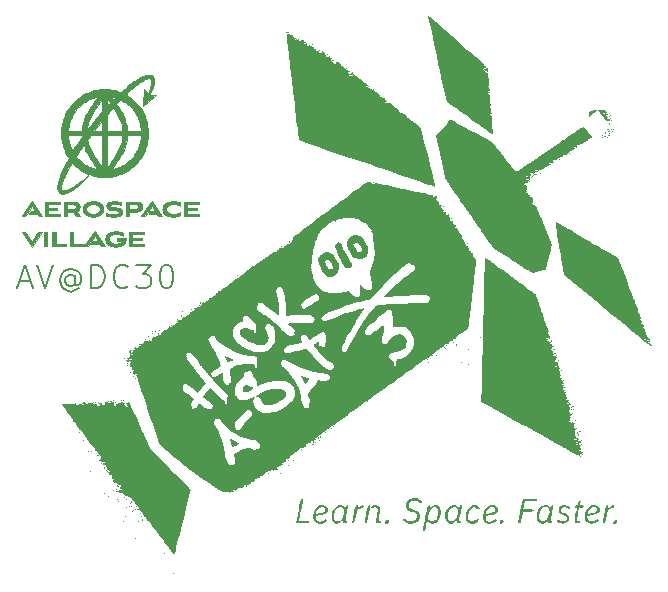
<source format=gbr>
G04 #@! TF.GenerationSoftware,KiCad,Pcbnew,(6.99.0-2452-gdb4f2d9dd8)*
G04 #@! TF.CreationDate,2022-08-01T20:43:05-05:00*
G04 #@! TF.ProjectId,HAS,4841532e-6b69-4636-9164-5f7063625858,rev?*
G04 #@! TF.SameCoordinates,Original*
G04 #@! TF.FileFunction,Legend,Top*
G04 #@! TF.FilePolarity,Positive*
%FSLAX46Y46*%
G04 Gerber Fmt 4.6, Leading zero omitted, Abs format (unit mm)*
G04 Created by KiCad (PCBNEW (6.99.0-2452-gdb4f2d9dd8)) date 2022-08-01 20:43:05*
%MOMM*%
%LPD*%
G01*
G04 APERTURE LIST*
G04 Aperture macros list*
%AMRotRect*
0 Rectangle, with rotation*
0 The origin of the aperture is its center*
0 $1 length*
0 $2 width*
0 $3 Rotation angle, in degrees counterclockwise*
0 Add horizontal line*
21,1,$1,$2,0,0,$3*%
G04 Aperture macros list end*
%ADD10C,0.020000*%
%ADD11C,0.040000*%
%ADD12C,0.150000*%
%ADD13RotRect,1.800000X1.800000X39.000000*%
%ADD14C,1.800000*%
%ADD15O,1.700000X1.700000*%
%ADD16R,1.700000X1.700000*%
G04 APERTURE END LIST*
D10*
G36*
X138639758Y-95395079D02*
G01*
X138334693Y-95395079D01*
X138194464Y-95182618D01*
X137508928Y-95182618D01*
X137655243Y-94960104D01*
X138049473Y-94960104D01*
X137769543Y-94532272D01*
X137204394Y-95395079D01*
X136899064Y-95395079D01*
X137769543Y-94119787D01*
X138639758Y-95395079D01*
G37*
X138639758Y-95395079D02*
X138334693Y-95395079D01*
X138194464Y-95182618D01*
X137508928Y-95182618D01*
X137655243Y-94960104D01*
X138049473Y-94960104D01*
X137769543Y-94532272D01*
X137204394Y-95395079D01*
X136899064Y-95395079D01*
X137769543Y-94119787D01*
X138639758Y-95395079D01*
G36*
X146610594Y-91817647D02*
G01*
X145615232Y-91817647D01*
X145615232Y-92122712D01*
X146430412Y-92122712D01*
X146430412Y-92320356D01*
X145615232Y-92320356D01*
X145615232Y-92640502D01*
X146610594Y-92640502D01*
X146610594Y-92855608D01*
X145342447Y-92855608D01*
X145342447Y-91600160D01*
X146610594Y-91600160D01*
X146610594Y-91817647D01*
G37*
X146610594Y-91817647D02*
X145615232Y-91817647D01*
X145615232Y-92122712D01*
X146430412Y-92122712D01*
X146430412Y-92320356D01*
X145615232Y-92320356D01*
X145615232Y-92640502D01*
X146610594Y-92640502D01*
X146610594Y-92855608D01*
X145342447Y-92855608D01*
X145342447Y-91600160D01*
X146610594Y-91600160D01*
X146610594Y-91817647D01*
G36*
X141951018Y-94357383D02*
G01*
X140955656Y-94357383D01*
X140955656Y-94662447D01*
X141771102Y-94662447D01*
X141771102Y-94860091D01*
X140955656Y-94860091D01*
X140955656Y-95179972D01*
X141951018Y-95179972D01*
X141951018Y-95395079D01*
X140683135Y-95395079D01*
X140683135Y-94139631D01*
X141951018Y-94139631D01*
X141951018Y-94357383D01*
G37*
X141951018Y-94357383D02*
X140955656Y-94357383D01*
X140955656Y-94662447D01*
X141771102Y-94662447D01*
X141771102Y-94860091D01*
X140955656Y-94860091D01*
X140955656Y-95179972D01*
X141951018Y-95179972D01*
X141951018Y-95395079D01*
X140683135Y-95395079D01*
X140683135Y-94139631D01*
X141951018Y-94139631D01*
X141951018Y-94357383D01*
G36*
X144463934Y-91580228D02*
G01*
X144504745Y-91581553D01*
X144544689Y-91583765D01*
X144583800Y-91586869D01*
X144622109Y-91590867D01*
X144659649Y-91595763D01*
X144696452Y-91601560D01*
X144732550Y-91608263D01*
X144767975Y-91615874D01*
X144802759Y-91624397D01*
X144836935Y-91633835D01*
X144870534Y-91644192D01*
X144903590Y-91655472D01*
X144936133Y-91667678D01*
X144968197Y-91680813D01*
X144999812Y-91694881D01*
X144999812Y-91952585D01*
X144975895Y-91939123D01*
X144950206Y-91925973D01*
X144922787Y-91913212D01*
X144893677Y-91900917D01*
X144862916Y-91889164D01*
X144830543Y-91878031D01*
X144796600Y-91867594D01*
X144761125Y-91857930D01*
X144724158Y-91849116D01*
X144685741Y-91841227D01*
X144645911Y-91834342D01*
X144604710Y-91828537D01*
X144562178Y-91823888D01*
X144518353Y-91820472D01*
X144473277Y-91818366D01*
X144426988Y-91817647D01*
X144391113Y-91818100D01*
X144356174Y-91819452D01*
X144322183Y-91821692D01*
X144289155Y-91824812D01*
X144257103Y-91828802D01*
X144226039Y-91833653D01*
X144195978Y-91839354D01*
X144166933Y-91845896D01*
X144138916Y-91853269D01*
X144111942Y-91861464D01*
X144086024Y-91870471D01*
X144061175Y-91880281D01*
X144037407Y-91890883D01*
X144014736Y-91902269D01*
X143993173Y-91914428D01*
X143972733Y-91927350D01*
X143953428Y-91941027D01*
X143935273Y-91955449D01*
X143918279Y-91970605D01*
X143902461Y-91986487D01*
X143887832Y-92003085D01*
X143874405Y-92020388D01*
X143862193Y-92038388D01*
X143851211Y-92057075D01*
X143841470Y-92076438D01*
X143832985Y-92096470D01*
X143825769Y-92117158D01*
X143819835Y-92138496D01*
X143815197Y-92160471D01*
X143811867Y-92183076D01*
X143809860Y-92206299D01*
X143809187Y-92230133D01*
X143809852Y-92253990D01*
X143811840Y-92277237D01*
X143815140Y-92299862D01*
X143819741Y-92321857D01*
X143825634Y-92343213D01*
X143832808Y-92363919D01*
X143841251Y-92383966D01*
X143850954Y-92403344D01*
X143861907Y-92422044D01*
X143874098Y-92440056D01*
X143887517Y-92457371D01*
X143902154Y-92473978D01*
X143917998Y-92489869D01*
X143935038Y-92505034D01*
X143953265Y-92519463D01*
X143972667Y-92533147D01*
X144014956Y-92558239D01*
X144061821Y-92580235D01*
X144113177Y-92599058D01*
X144168942Y-92614630D01*
X144229031Y-92626876D01*
X144293359Y-92635717D01*
X144361843Y-92641079D01*
X144434398Y-92642883D01*
X144478664Y-92642249D01*
X144522285Y-92640396D01*
X144565145Y-92637392D01*
X144607125Y-92633308D01*
X144648108Y-92628213D01*
X144687977Y-92622177D01*
X144726615Y-92615270D01*
X144763903Y-92607561D01*
X144799725Y-92599120D01*
X144833962Y-92590018D01*
X144866499Y-92580323D01*
X144897216Y-92570106D01*
X144925997Y-92559436D01*
X144952724Y-92548383D01*
X144977280Y-92537017D01*
X144999547Y-92525408D01*
X144999547Y-92768295D01*
X144967905Y-92781897D01*
X144935770Y-92794625D01*
X144903121Y-92806477D01*
X144869934Y-92817454D01*
X144836190Y-92827555D01*
X144801866Y-92836779D01*
X144766941Y-92845127D01*
X144731392Y-92852598D01*
X144695198Y-92859191D01*
X144658338Y-92864907D01*
X144620789Y-92869744D01*
X144582530Y-92873703D01*
X144543540Y-92876782D01*
X144503796Y-92878983D01*
X144463278Y-92880303D01*
X144421962Y-92880743D01*
X144370318Y-92880063D01*
X144319928Y-92878029D01*
X144270817Y-92874650D01*
X144223012Y-92869934D01*
X144176538Y-92863890D01*
X144131419Y-92856527D01*
X144087680Y-92847853D01*
X144045348Y-92837877D01*
X144004447Y-92826607D01*
X143965003Y-92814053D01*
X143927040Y-92800223D01*
X143890585Y-92785126D01*
X143855661Y-92768770D01*
X143822296Y-92751164D01*
X143790513Y-92732317D01*
X143760338Y-92712237D01*
X143731796Y-92690933D01*
X143704913Y-92668414D01*
X143679713Y-92644688D01*
X143656222Y-92619764D01*
X143634466Y-92593651D01*
X143614469Y-92566358D01*
X143596257Y-92537892D01*
X143579854Y-92508264D01*
X143565287Y-92477480D01*
X143552580Y-92445551D01*
X143541759Y-92412485D01*
X143532849Y-92378290D01*
X143525875Y-92342975D01*
X143520862Y-92306549D01*
X143517836Y-92269020D01*
X143516821Y-92230397D01*
X143516823Y-92230397D01*
X143517837Y-92191775D01*
X143520864Y-92154246D01*
X143525876Y-92117820D01*
X143532851Y-92082505D01*
X143541762Y-92048309D01*
X143552584Y-92015242D01*
X143565291Y-91983312D01*
X143579860Y-91952527D01*
X143596264Y-91922896D01*
X143614478Y-91894429D01*
X143634478Y-91867133D01*
X143656237Y-91841016D01*
X143679732Y-91816089D01*
X143704936Y-91792359D01*
X143731824Y-91769835D01*
X143760371Y-91748525D01*
X143790553Y-91728438D01*
X143822343Y-91709584D01*
X143855717Y-91691970D01*
X143890650Y-91675604D01*
X143965089Y-91646656D01*
X144045460Y-91622807D01*
X144131560Y-91604126D01*
X144223189Y-91590683D01*
X144320145Y-91582547D01*
X144422226Y-91579787D01*
X144463934Y-91580228D01*
G37*
X144463934Y-91580228D02*
X144504745Y-91581553D01*
X144544689Y-91583765D01*
X144583800Y-91586869D01*
X144622109Y-91590867D01*
X144659649Y-91595763D01*
X144696452Y-91601560D01*
X144732550Y-91608263D01*
X144767975Y-91615874D01*
X144802759Y-91624397D01*
X144836935Y-91633835D01*
X144870534Y-91644192D01*
X144903590Y-91655472D01*
X144936133Y-91667678D01*
X144968197Y-91680813D01*
X144999812Y-91694881D01*
X144999812Y-91952585D01*
X144975895Y-91939123D01*
X144950206Y-91925973D01*
X144922787Y-91913212D01*
X144893677Y-91900917D01*
X144862916Y-91889164D01*
X144830543Y-91878031D01*
X144796600Y-91867594D01*
X144761125Y-91857930D01*
X144724158Y-91849116D01*
X144685741Y-91841227D01*
X144645911Y-91834342D01*
X144604710Y-91828537D01*
X144562178Y-91823888D01*
X144518353Y-91820472D01*
X144473277Y-91818366D01*
X144426988Y-91817647D01*
X144391113Y-91818100D01*
X144356174Y-91819452D01*
X144322183Y-91821692D01*
X144289155Y-91824812D01*
X144257103Y-91828802D01*
X144226039Y-91833653D01*
X144195978Y-91839354D01*
X144166933Y-91845896D01*
X144138916Y-91853269D01*
X144111942Y-91861464D01*
X144086024Y-91870471D01*
X144061175Y-91880281D01*
X144037407Y-91890883D01*
X144014736Y-91902269D01*
X143993173Y-91914428D01*
X143972733Y-91927350D01*
X143953428Y-91941027D01*
X143935273Y-91955449D01*
X143918279Y-91970605D01*
X143902461Y-91986487D01*
X143887832Y-92003085D01*
X143874405Y-92020388D01*
X143862193Y-92038388D01*
X143851211Y-92057075D01*
X143841470Y-92076438D01*
X143832985Y-92096470D01*
X143825769Y-92117158D01*
X143819835Y-92138496D01*
X143815197Y-92160471D01*
X143811867Y-92183076D01*
X143809860Y-92206299D01*
X143809187Y-92230133D01*
X143809852Y-92253990D01*
X143811840Y-92277237D01*
X143815140Y-92299862D01*
X143819741Y-92321857D01*
X143825634Y-92343213D01*
X143832808Y-92363919D01*
X143841251Y-92383966D01*
X143850954Y-92403344D01*
X143861907Y-92422044D01*
X143874098Y-92440056D01*
X143887517Y-92457371D01*
X143902154Y-92473978D01*
X143917998Y-92489869D01*
X143935038Y-92505034D01*
X143953265Y-92519463D01*
X143972667Y-92533147D01*
X144014956Y-92558239D01*
X144061821Y-92580235D01*
X144113177Y-92599058D01*
X144168942Y-92614630D01*
X144229031Y-92626876D01*
X144293359Y-92635717D01*
X144361843Y-92641079D01*
X144434398Y-92642883D01*
X144478664Y-92642249D01*
X144522285Y-92640396D01*
X144565145Y-92637392D01*
X144607125Y-92633308D01*
X144648108Y-92628213D01*
X144687977Y-92622177D01*
X144726615Y-92615270D01*
X144763903Y-92607561D01*
X144799725Y-92599120D01*
X144833962Y-92590018D01*
X144866499Y-92580323D01*
X144897216Y-92570106D01*
X144925997Y-92559436D01*
X144952724Y-92548383D01*
X144977280Y-92537017D01*
X144999547Y-92525408D01*
X144999547Y-92768295D01*
X144967905Y-92781897D01*
X144935770Y-92794625D01*
X144903121Y-92806477D01*
X144869934Y-92817454D01*
X144836190Y-92827555D01*
X144801866Y-92836779D01*
X144766941Y-92845127D01*
X144731392Y-92852598D01*
X144695198Y-92859191D01*
X144658338Y-92864907D01*
X144620789Y-92869744D01*
X144582530Y-92873703D01*
X144543540Y-92876782D01*
X144503796Y-92878983D01*
X144463278Y-92880303D01*
X144421962Y-92880743D01*
X144370318Y-92880063D01*
X144319928Y-92878029D01*
X144270817Y-92874650D01*
X144223012Y-92869934D01*
X144176538Y-92863890D01*
X144131419Y-92856527D01*
X144087680Y-92847853D01*
X144045348Y-92837877D01*
X144004447Y-92826607D01*
X143965003Y-92814053D01*
X143927040Y-92800223D01*
X143890585Y-92785126D01*
X143855661Y-92768770D01*
X143822296Y-92751164D01*
X143790513Y-92732317D01*
X143760338Y-92712237D01*
X143731796Y-92690933D01*
X143704913Y-92668414D01*
X143679713Y-92644688D01*
X143656222Y-92619764D01*
X143634466Y-92593651D01*
X143614469Y-92566358D01*
X143596257Y-92537892D01*
X143579854Y-92508264D01*
X143565287Y-92477480D01*
X143552580Y-92445551D01*
X143541759Y-92412485D01*
X143532849Y-92378290D01*
X143525875Y-92342975D01*
X143520862Y-92306549D01*
X143517836Y-92269020D01*
X143516821Y-92230397D01*
X143516823Y-92230397D01*
X143517837Y-92191775D01*
X143520864Y-92154246D01*
X143525876Y-92117820D01*
X143532851Y-92082505D01*
X143541762Y-92048309D01*
X143552584Y-92015242D01*
X143565291Y-91983312D01*
X143579860Y-91952527D01*
X143596264Y-91922896D01*
X143614478Y-91894429D01*
X143634478Y-91867133D01*
X143656237Y-91841016D01*
X143679732Y-91816089D01*
X143704936Y-91792359D01*
X143731824Y-91769835D01*
X143760371Y-91748525D01*
X143790553Y-91728438D01*
X143822343Y-91709584D01*
X143855717Y-91691970D01*
X143890650Y-91675604D01*
X143965089Y-91646656D01*
X144045460Y-91622807D01*
X144131560Y-91604126D01*
X144223189Y-91590683D01*
X144320145Y-91582547D01*
X144422226Y-91579787D01*
X144463934Y-91580228D01*
G36*
X132434750Y-94990002D02*
G01*
X132964975Y-94139631D01*
X133285121Y-94139631D01*
X132434750Y-95420214D01*
X131589406Y-94139631D01*
X131912198Y-94139631D01*
X132434750Y-94990002D01*
G37*
X132434750Y-94990002D02*
X132964975Y-94139631D01*
X133285121Y-94139631D01*
X132434750Y-95420214D01*
X131589406Y-94139631D01*
X131912198Y-94139631D01*
X132434750Y-94990002D01*
D11*
G36*
X139500427Y-82804190D02*
G01*
X139503533Y-82805096D01*
X139504509Y-82805372D01*
X139527952Y-82812162D01*
X139530202Y-82812840D01*
X139531552Y-82813270D01*
X139653474Y-82854310D01*
X139771530Y-82899728D01*
X139774424Y-82900897D01*
X139777303Y-82902091D01*
X139892920Y-82952287D01*
X139963642Y-82986599D01*
X139877617Y-83076012D01*
X139792013Y-83165889D01*
X139706891Y-83256258D01*
X139622289Y-83347174D01*
X139622288Y-83347173D01*
X139620863Y-83345091D01*
X139619808Y-83343651D01*
X139562496Y-83262955D01*
X139503658Y-83181899D01*
X139444449Y-83101961D01*
X139384991Y-83023163D01*
X139372738Y-83007313D01*
X139360502Y-82991801D01*
X139350995Y-82979790D01*
X139338832Y-82964260D01*
X139336002Y-82960635D01*
X139375471Y-82920926D01*
X139415100Y-82881364D01*
X139494639Y-82802514D01*
X139500427Y-82804190D01*
G37*
X139500427Y-82804190D02*
X139503533Y-82805096D01*
X139504509Y-82805372D01*
X139527952Y-82812162D01*
X139530202Y-82812840D01*
X139531552Y-82813270D01*
X139653474Y-82854310D01*
X139771530Y-82899728D01*
X139774424Y-82900897D01*
X139777303Y-82902091D01*
X139892920Y-82952287D01*
X139963642Y-82986599D01*
X139877617Y-83076012D01*
X139792013Y-83165889D01*
X139706891Y-83256258D01*
X139622289Y-83347174D01*
X139622288Y-83347173D01*
X139620863Y-83345091D01*
X139619808Y-83343651D01*
X139562496Y-83262955D01*
X139503658Y-83181899D01*
X139444449Y-83101961D01*
X139384991Y-83023163D01*
X139372738Y-83007313D01*
X139360502Y-82991801D01*
X139350995Y-82979790D01*
X139338832Y-82964260D01*
X139336002Y-82960635D01*
X139375471Y-82920926D01*
X139415100Y-82881364D01*
X139494639Y-82802514D01*
X139500427Y-82804190D01*
D10*
G36*
X133767721Y-95395079D02*
G01*
X133495200Y-95395079D01*
X133495200Y-94139631D01*
X133767721Y-94139631D01*
X133767721Y-95395079D01*
G37*
X133767721Y-95395079D02*
X133495200Y-95395079D01*
X133495200Y-94139631D01*
X133767721Y-94139631D01*
X133767721Y-95395079D01*
G36*
X139482655Y-91580479D02*
G01*
X139529558Y-91581710D01*
X139575614Y-91583667D01*
X139620631Y-91586273D01*
X139706787Y-91593125D01*
X139786496Y-91601648D01*
X139858231Y-91611225D01*
X139920462Y-91621240D01*
X139971661Y-91631074D01*
X140010300Y-91640112D01*
X139997865Y-91867654D01*
X139952697Y-91855729D01*
X139901780Y-91844540D01*
X139845195Y-91834349D01*
X139783024Y-91825420D01*
X139715345Y-91818016D01*
X139642240Y-91812401D01*
X139563790Y-91808839D01*
X139480075Y-91807593D01*
X139438827Y-91807905D01*
X139397853Y-91808913D01*
X139357482Y-91810720D01*
X139318043Y-91813435D01*
X139279866Y-91817161D01*
X139243280Y-91822006D01*
X139208615Y-91828075D01*
X139192106Y-91831602D01*
X139176201Y-91835474D01*
X139160940Y-91839705D01*
X139146366Y-91844308D01*
X139132519Y-91849296D01*
X139119440Y-91854683D01*
X139107171Y-91860482D01*
X139095753Y-91866706D01*
X139085227Y-91873368D01*
X139075634Y-91880482D01*
X139067015Y-91888060D01*
X139059412Y-91896116D01*
X139052866Y-91904664D01*
X139047417Y-91913715D01*
X139043108Y-91923285D01*
X139039979Y-91933385D01*
X139038071Y-91944029D01*
X139037426Y-91955231D01*
X139037428Y-91955231D01*
X139040513Y-91977959D01*
X139049506Y-91997559D01*
X139064014Y-92014302D01*
X139083641Y-92028460D01*
X139107995Y-92040305D01*
X139136682Y-92050106D01*
X139169306Y-92058137D01*
X139205476Y-92064669D01*
X139286872Y-92074320D01*
X139377719Y-92081232D01*
X139575161Y-92095526D01*
X139675453Y-92107252D01*
X139772590Y-92124926D01*
X139818991Y-92136672D01*
X139863422Y-92150720D01*
X139905488Y-92167341D01*
X139944796Y-92186807D01*
X139980952Y-92209389D01*
X140013562Y-92235359D01*
X140042232Y-92264987D01*
X140066568Y-92298546D01*
X140086176Y-92336307D01*
X140100663Y-92378542D01*
X140109634Y-92425522D01*
X140112695Y-92477518D01*
X140111615Y-92509262D01*
X140108425Y-92539334D01*
X140103195Y-92567778D01*
X140095999Y-92594639D01*
X140086906Y-92619959D01*
X140075991Y-92643781D01*
X140063323Y-92666150D01*
X140048976Y-92687110D01*
X140033020Y-92706702D01*
X140015529Y-92724971D01*
X139996573Y-92741961D01*
X139976224Y-92757715D01*
X139954555Y-92772276D01*
X139931637Y-92785688D01*
X139882342Y-92809240D01*
X139828914Y-92828717D01*
X139771928Y-92844467D01*
X139711958Y-92856840D01*
X139649579Y-92866183D01*
X139585367Y-92872844D01*
X139519895Y-92877170D01*
X139453739Y-92879511D01*
X139387473Y-92880214D01*
X139305787Y-92879298D01*
X139222687Y-92876605D01*
X139139116Y-92872219D01*
X139056016Y-92866224D01*
X138974330Y-92858704D01*
X138895000Y-92849741D01*
X138818970Y-92839421D01*
X138747181Y-92827826D01*
X138757235Y-92600285D01*
X138830830Y-92612650D01*
X138903678Y-92623357D01*
X138976221Y-92632408D01*
X139048905Y-92639807D01*
X139122171Y-92645556D01*
X139196463Y-92649659D01*
X139272226Y-92652118D01*
X139349901Y-92652937D01*
X139398321Y-92652565D01*
X139445845Y-92651377D01*
X139492165Y-92649264D01*
X139536974Y-92646116D01*
X139579964Y-92641823D01*
X139620829Y-92636277D01*
X139659260Y-92629369D01*
X139677467Y-92625370D01*
X139694951Y-92620988D01*
X139711673Y-92616212D01*
X139727594Y-92611027D01*
X139742676Y-92605419D01*
X139756882Y-92599374D01*
X139770171Y-92592880D01*
X139782507Y-92585922D01*
X139793850Y-92578487D01*
X139804162Y-92570561D01*
X139813405Y-92562130D01*
X139821540Y-92553181D01*
X139828529Y-92543700D01*
X139834333Y-92533673D01*
X139838914Y-92523087D01*
X139842234Y-92511928D01*
X139844255Y-92500183D01*
X139844937Y-92487837D01*
X139841845Y-92463095D01*
X139832834Y-92441666D01*
X139818298Y-92423273D01*
X139798631Y-92407640D01*
X139774229Y-92394489D01*
X139745486Y-92383543D01*
X139712796Y-92374525D01*
X139676554Y-92367158D01*
X139594994Y-92356269D01*
X139503962Y-92348659D01*
X139306112Y-92334412D01*
X139205609Y-92323341D01*
X139108262Y-92306683D01*
X139061760Y-92295566D01*
X139017231Y-92282221D01*
X138975069Y-92266372D01*
X138935670Y-92247740D01*
X138899429Y-92226049D01*
X138866739Y-92201022D01*
X138837995Y-92172382D01*
X138813593Y-92139852D01*
X138793926Y-92103154D01*
X138779390Y-92062011D01*
X138770379Y-92016147D01*
X138767288Y-91965285D01*
X138768401Y-91934243D01*
X138771683Y-91904886D01*
X138777043Y-91877168D01*
X138784393Y-91851042D01*
X138793642Y-91826463D01*
X138804702Y-91803384D01*
X138817483Y-91781761D01*
X138831896Y-91761547D01*
X138847851Y-91742697D01*
X138865260Y-91725165D01*
X138884032Y-91708904D01*
X138904079Y-91693869D01*
X138925312Y-91680014D01*
X138947640Y-91667294D01*
X138995226Y-91645073D01*
X139046124Y-91626839D01*
X139099619Y-91612226D01*
X139154996Y-91600867D01*
X139211540Y-91592396D01*
X139268536Y-91586445D01*
X139325271Y-91582649D01*
X139381029Y-91580640D01*
X139435096Y-91580052D01*
X139482655Y-91580479D01*
G37*
X139482655Y-91580479D02*
X139529558Y-91581710D01*
X139575614Y-91583667D01*
X139620631Y-91586273D01*
X139706787Y-91593125D01*
X139786496Y-91601648D01*
X139858231Y-91611225D01*
X139920462Y-91621240D01*
X139971661Y-91631074D01*
X140010300Y-91640112D01*
X139997865Y-91867654D01*
X139952697Y-91855729D01*
X139901780Y-91844540D01*
X139845195Y-91834349D01*
X139783024Y-91825420D01*
X139715345Y-91818016D01*
X139642240Y-91812401D01*
X139563790Y-91808839D01*
X139480075Y-91807593D01*
X139438827Y-91807905D01*
X139397853Y-91808913D01*
X139357482Y-91810720D01*
X139318043Y-91813435D01*
X139279866Y-91817161D01*
X139243280Y-91822006D01*
X139208615Y-91828075D01*
X139192106Y-91831602D01*
X139176201Y-91835474D01*
X139160940Y-91839705D01*
X139146366Y-91844308D01*
X139132519Y-91849296D01*
X139119440Y-91854683D01*
X139107171Y-91860482D01*
X139095753Y-91866706D01*
X139085227Y-91873368D01*
X139075634Y-91880482D01*
X139067015Y-91888060D01*
X139059412Y-91896116D01*
X139052866Y-91904664D01*
X139047417Y-91913715D01*
X139043108Y-91923285D01*
X139039979Y-91933385D01*
X139038071Y-91944029D01*
X139037426Y-91955231D01*
X139037428Y-91955231D01*
X139040513Y-91977959D01*
X139049506Y-91997559D01*
X139064014Y-92014302D01*
X139083641Y-92028460D01*
X139107995Y-92040305D01*
X139136682Y-92050106D01*
X139169306Y-92058137D01*
X139205476Y-92064669D01*
X139286872Y-92074320D01*
X139377719Y-92081232D01*
X139575161Y-92095526D01*
X139675453Y-92107252D01*
X139772590Y-92124926D01*
X139818991Y-92136672D01*
X139863422Y-92150720D01*
X139905488Y-92167341D01*
X139944796Y-92186807D01*
X139980952Y-92209389D01*
X140013562Y-92235359D01*
X140042232Y-92264987D01*
X140066568Y-92298546D01*
X140086176Y-92336307D01*
X140100663Y-92378542D01*
X140109634Y-92425522D01*
X140112695Y-92477518D01*
X140111615Y-92509262D01*
X140108425Y-92539334D01*
X140103195Y-92567778D01*
X140095999Y-92594639D01*
X140086906Y-92619959D01*
X140075991Y-92643781D01*
X140063323Y-92666150D01*
X140048976Y-92687110D01*
X140033020Y-92706702D01*
X140015529Y-92724971D01*
X139996573Y-92741961D01*
X139976224Y-92757715D01*
X139954555Y-92772276D01*
X139931637Y-92785688D01*
X139882342Y-92809240D01*
X139828914Y-92828717D01*
X139771928Y-92844467D01*
X139711958Y-92856840D01*
X139649579Y-92866183D01*
X139585367Y-92872844D01*
X139519895Y-92877170D01*
X139453739Y-92879511D01*
X139387473Y-92880214D01*
X139305787Y-92879298D01*
X139222687Y-92876605D01*
X139139116Y-92872219D01*
X139056016Y-92866224D01*
X138974330Y-92858704D01*
X138895000Y-92849741D01*
X138818970Y-92839421D01*
X138747181Y-92827826D01*
X138757235Y-92600285D01*
X138830830Y-92612650D01*
X138903678Y-92623357D01*
X138976221Y-92632408D01*
X139048905Y-92639807D01*
X139122171Y-92645556D01*
X139196463Y-92649659D01*
X139272226Y-92652118D01*
X139349901Y-92652937D01*
X139398321Y-92652565D01*
X139445845Y-92651377D01*
X139492165Y-92649264D01*
X139536974Y-92646116D01*
X139579964Y-92641823D01*
X139620829Y-92636277D01*
X139659260Y-92629369D01*
X139677467Y-92625370D01*
X139694951Y-92620988D01*
X139711673Y-92616212D01*
X139727594Y-92611027D01*
X139742676Y-92605419D01*
X139756882Y-92599374D01*
X139770171Y-92592880D01*
X139782507Y-92585922D01*
X139793850Y-92578487D01*
X139804162Y-92570561D01*
X139813405Y-92562130D01*
X139821540Y-92553181D01*
X139828529Y-92543700D01*
X139834333Y-92533673D01*
X139838914Y-92523087D01*
X139842234Y-92511928D01*
X139844255Y-92500183D01*
X139844937Y-92487837D01*
X139841845Y-92463095D01*
X139832834Y-92441666D01*
X139818298Y-92423273D01*
X139798631Y-92407640D01*
X139774229Y-92394489D01*
X139745486Y-92383543D01*
X139712796Y-92374525D01*
X139676554Y-92367158D01*
X139594994Y-92356269D01*
X139503962Y-92348659D01*
X139306112Y-92334412D01*
X139205609Y-92323341D01*
X139108262Y-92306683D01*
X139061760Y-92295566D01*
X139017231Y-92282221D01*
X138975069Y-92266372D01*
X138935670Y-92247740D01*
X138899429Y-92226049D01*
X138866739Y-92201022D01*
X138837995Y-92172382D01*
X138813593Y-92139852D01*
X138793926Y-92103154D01*
X138779390Y-92062011D01*
X138770379Y-92016147D01*
X138767288Y-91965285D01*
X138768401Y-91934243D01*
X138771683Y-91904886D01*
X138777043Y-91877168D01*
X138784393Y-91851042D01*
X138793642Y-91826463D01*
X138804702Y-91803384D01*
X138817483Y-91781761D01*
X138831896Y-91761547D01*
X138847851Y-91742697D01*
X138865260Y-91725165D01*
X138884032Y-91708904D01*
X138904079Y-91693869D01*
X138925312Y-91680014D01*
X138947640Y-91667294D01*
X138995226Y-91645073D01*
X139046124Y-91626839D01*
X139099619Y-91612226D01*
X139154996Y-91600867D01*
X139211540Y-91592396D01*
X139268536Y-91586445D01*
X139325271Y-91582649D01*
X139381029Y-91580640D01*
X139435096Y-91580052D01*
X139482655Y-91580479D01*
G36*
X134808062Y-91817647D02*
G01*
X133812700Y-91817647D01*
X133812700Y-92122712D01*
X134628145Y-92122712D01*
X134628145Y-92320356D01*
X133812700Y-92320356D01*
X133812700Y-92640502D01*
X134808062Y-92640502D01*
X134808062Y-92855608D01*
X133540179Y-92855608D01*
X133540179Y-91600160D01*
X134808062Y-91600160D01*
X134808062Y-91817647D01*
G37*
X134808062Y-91817647D02*
X133812700Y-91817647D01*
X133812700Y-92122712D01*
X134628145Y-92122712D01*
X134628145Y-92320356D01*
X133812700Y-92320356D01*
X133812700Y-92640502D01*
X134808062Y-92640502D01*
X134808062Y-92855608D01*
X133540179Y-92855608D01*
X133540179Y-91600160D01*
X134808062Y-91600160D01*
X134808062Y-91817647D01*
G36*
X136003449Y-91600160D02*
G01*
X136036553Y-91600841D01*
X136068354Y-91602849D01*
X136098871Y-91606135D01*
X136128120Y-91610648D01*
X136156116Y-91616337D01*
X136182877Y-91623152D01*
X136208418Y-91631043D01*
X136232757Y-91639959D01*
X136255909Y-91649850D01*
X136277891Y-91660665D01*
X136298720Y-91672354D01*
X136318412Y-91684866D01*
X136336983Y-91698152D01*
X136354450Y-91712160D01*
X136370829Y-91726840D01*
X136386137Y-91742142D01*
X136400389Y-91758015D01*
X136413603Y-91774409D01*
X136425795Y-91791274D01*
X136436981Y-91808558D01*
X136447178Y-91826212D01*
X136456403Y-91844185D01*
X136464670Y-91862427D01*
X136471998Y-91880887D01*
X136478402Y-91899515D01*
X136483899Y-91918260D01*
X136492237Y-91955901D01*
X136497143Y-91993406D01*
X136498750Y-92030372D01*
X136497863Y-92059071D01*
X136495165Y-92087917D01*
X136490601Y-92116760D01*
X136484115Y-92145450D01*
X136475650Y-92173835D01*
X136470659Y-92187867D01*
X136465152Y-92201767D01*
X136459122Y-92215515D01*
X136452563Y-92229093D01*
X136445468Y-92242483D01*
X136437830Y-92255665D01*
X136429641Y-92268621D01*
X136420894Y-92281332D01*
X136411583Y-92293778D01*
X136401702Y-92305942D01*
X136391241Y-92317805D01*
X136380196Y-92329347D01*
X136368558Y-92340550D01*
X136356321Y-92351395D01*
X136343478Y-92361863D01*
X136330022Y-92371936D01*
X136315946Y-92381594D01*
X136301243Y-92390820D01*
X136285905Y-92399593D01*
X136269927Y-92407896D01*
X136253300Y-92415709D01*
X136236019Y-92423014D01*
X136526001Y-92855608D01*
X136220936Y-92855608D01*
X135955824Y-92462966D01*
X135418191Y-92462966D01*
X135418191Y-92855608D01*
X135145670Y-92855608D01*
X135145670Y-92222725D01*
X135418456Y-92222725D01*
X135963763Y-92222725D01*
X135982709Y-92222428D01*
X136000672Y-92221553D01*
X136017675Y-92220119D01*
X136033744Y-92218149D01*
X136048905Y-92215663D01*
X136063181Y-92212682D01*
X136076600Y-92209227D01*
X136089184Y-92205320D01*
X136100960Y-92200981D01*
X136111952Y-92196231D01*
X136122187Y-92191091D01*
X136131688Y-92185583D01*
X136140481Y-92179727D01*
X136148591Y-92173544D01*
X136156043Y-92167056D01*
X136162862Y-92160283D01*
X136169074Y-92153247D01*
X136174703Y-92145968D01*
X136179774Y-92138467D01*
X136184313Y-92130766D01*
X136188345Y-92122886D01*
X136191894Y-92114847D01*
X136194986Y-92106671D01*
X136197647Y-92098379D01*
X136199900Y-92089991D01*
X136201771Y-92081529D01*
X136204469Y-92064465D01*
X136205940Y-92047357D01*
X136206386Y-92030372D01*
X136205940Y-92014662D01*
X136204469Y-91998611D01*
X136201771Y-91982407D01*
X136197646Y-91966236D01*
X136191894Y-91950285D01*
X136188344Y-91942450D01*
X136184313Y-91934741D01*
X136179774Y-91927180D01*
X136174702Y-91919791D01*
X136169073Y-91912597D01*
X136162862Y-91905621D01*
X136156043Y-91898888D01*
X136148591Y-91892419D01*
X136140481Y-91886239D01*
X136131688Y-91880371D01*
X136122186Y-91874839D01*
X136111952Y-91869664D01*
X136100960Y-91864872D01*
X136089184Y-91860485D01*
X136076599Y-91856527D01*
X136063181Y-91853021D01*
X136048905Y-91849990D01*
X136033744Y-91847458D01*
X136017675Y-91845447D01*
X136000672Y-91843983D01*
X135982709Y-91843087D01*
X135963763Y-91842783D01*
X135418456Y-91842783D01*
X135418456Y-92222725D01*
X135145670Y-92222725D01*
X135145670Y-91600160D01*
X136003449Y-91600160D01*
G37*
X136003449Y-91600160D02*
X136036553Y-91600841D01*
X136068354Y-91602849D01*
X136098871Y-91606135D01*
X136128120Y-91610648D01*
X136156116Y-91616337D01*
X136182877Y-91623152D01*
X136208418Y-91631043D01*
X136232757Y-91639959D01*
X136255909Y-91649850D01*
X136277891Y-91660665D01*
X136298720Y-91672354D01*
X136318412Y-91684866D01*
X136336983Y-91698152D01*
X136354450Y-91712160D01*
X136370829Y-91726840D01*
X136386137Y-91742142D01*
X136400389Y-91758015D01*
X136413603Y-91774409D01*
X136425795Y-91791274D01*
X136436981Y-91808558D01*
X136447178Y-91826212D01*
X136456403Y-91844185D01*
X136464670Y-91862427D01*
X136471998Y-91880887D01*
X136478402Y-91899515D01*
X136483899Y-91918260D01*
X136492237Y-91955901D01*
X136497143Y-91993406D01*
X136498750Y-92030372D01*
X136497863Y-92059071D01*
X136495165Y-92087917D01*
X136490601Y-92116760D01*
X136484115Y-92145450D01*
X136475650Y-92173835D01*
X136470659Y-92187867D01*
X136465152Y-92201767D01*
X136459122Y-92215515D01*
X136452563Y-92229093D01*
X136445468Y-92242483D01*
X136437830Y-92255665D01*
X136429641Y-92268621D01*
X136420894Y-92281332D01*
X136411583Y-92293778D01*
X136401702Y-92305942D01*
X136391241Y-92317805D01*
X136380196Y-92329347D01*
X136368558Y-92340550D01*
X136356321Y-92351395D01*
X136343478Y-92361863D01*
X136330022Y-92371936D01*
X136315946Y-92381594D01*
X136301243Y-92390820D01*
X136285905Y-92399593D01*
X136269927Y-92407896D01*
X136253300Y-92415709D01*
X136236019Y-92423014D01*
X136526001Y-92855608D01*
X136220936Y-92855608D01*
X135955824Y-92462966D01*
X135418191Y-92462966D01*
X135418191Y-92855608D01*
X135145670Y-92855608D01*
X135145670Y-92222725D01*
X135418456Y-92222725D01*
X135963763Y-92222725D01*
X135982709Y-92222428D01*
X136000672Y-92221553D01*
X136017675Y-92220119D01*
X136033744Y-92218149D01*
X136048905Y-92215663D01*
X136063181Y-92212682D01*
X136076600Y-92209227D01*
X136089184Y-92205320D01*
X136100960Y-92200981D01*
X136111952Y-92196231D01*
X136122187Y-92191091D01*
X136131688Y-92185583D01*
X136140481Y-92179727D01*
X136148591Y-92173544D01*
X136156043Y-92167056D01*
X136162862Y-92160283D01*
X136169074Y-92153247D01*
X136174703Y-92145968D01*
X136179774Y-92138467D01*
X136184313Y-92130766D01*
X136188345Y-92122886D01*
X136191894Y-92114847D01*
X136194986Y-92106671D01*
X136197647Y-92098379D01*
X136199900Y-92089991D01*
X136201771Y-92081529D01*
X136204469Y-92064465D01*
X136205940Y-92047357D01*
X136206386Y-92030372D01*
X136205940Y-92014662D01*
X136204469Y-91998611D01*
X136201771Y-91982407D01*
X136197646Y-91966236D01*
X136191894Y-91950285D01*
X136188344Y-91942450D01*
X136184313Y-91934741D01*
X136179774Y-91927180D01*
X136174702Y-91919791D01*
X136169073Y-91912597D01*
X136162862Y-91905621D01*
X136156043Y-91898888D01*
X136148591Y-91892419D01*
X136140481Y-91886239D01*
X136131688Y-91880371D01*
X136122186Y-91874839D01*
X136111952Y-91869664D01*
X136100960Y-91864872D01*
X136089184Y-91860485D01*
X136076599Y-91856527D01*
X136063181Y-91853021D01*
X136048905Y-91849990D01*
X136033744Y-91847458D01*
X136017675Y-91845447D01*
X136000672Y-91843983D01*
X135982709Y-91843087D01*
X135963763Y-91842783D01*
X135418456Y-91842783D01*
X135418456Y-92222725D01*
X135145670Y-92222725D01*
X135145670Y-91600160D01*
X136003449Y-91600160D01*
D11*
G36*
X138421742Y-84721560D02*
G01*
X138242151Y-84942062D01*
X138064181Y-85163913D01*
X137887689Y-85386952D01*
X137712548Y-85610999D01*
X137076621Y-85610999D01*
X137077143Y-85606336D01*
X137153471Y-85503001D01*
X137230084Y-85399866D01*
X137518796Y-85028661D01*
X137665411Y-84844781D01*
X137813554Y-84662097D01*
X137963242Y-84480645D01*
X138114492Y-84300461D01*
X138267320Y-84121579D01*
X138421742Y-83944037D01*
X138421742Y-84721560D01*
G37*
X138421742Y-84721560D02*
X138242151Y-84942062D01*
X138064181Y-85163913D01*
X137887689Y-85386952D01*
X137712548Y-85610999D01*
X137076621Y-85610999D01*
X137077143Y-85606336D01*
X137153471Y-85503001D01*
X137230084Y-85399866D01*
X137518796Y-85028661D01*
X137665411Y-84844781D01*
X137813554Y-84662097D01*
X137963242Y-84480645D01*
X138114492Y-84300461D01*
X138267320Y-84121579D01*
X138421742Y-83944037D01*
X138421742Y-84721560D01*
D10*
G36*
X141293264Y-91600160D02*
G01*
X141326367Y-91600826D01*
X141358169Y-91602793D01*
X141388686Y-91606011D01*
X141417934Y-91610432D01*
X141445930Y-91616007D01*
X141472690Y-91622688D01*
X141498230Y-91630427D01*
X141522568Y-91639174D01*
X141545718Y-91648881D01*
X141567698Y-91659499D01*
X141588525Y-91670980D01*
X141608213Y-91683276D01*
X141626780Y-91696337D01*
X141644243Y-91710115D01*
X141660617Y-91724562D01*
X141675919Y-91739628D01*
X141690165Y-91755266D01*
X141703371Y-91771427D01*
X141715555Y-91788061D01*
X141726732Y-91805122D01*
X141736919Y-91822559D01*
X141746132Y-91840324D01*
X141754387Y-91858369D01*
X141761701Y-91876645D01*
X141768091Y-91895104D01*
X141773572Y-91913697D01*
X141778161Y-91932375D01*
X141781875Y-91951090D01*
X141786740Y-91988436D01*
X141788300Y-92025345D01*
X141786696Y-92062282D01*
X141781798Y-92099703D01*
X141773473Y-92137213D01*
X141761589Y-92174417D01*
X141746014Y-92210919D01*
X141736801Y-92228783D01*
X141726615Y-92246323D01*
X141715441Y-92263489D01*
X141703261Y-92280232D01*
X141690059Y-92296504D01*
X141675819Y-92312253D01*
X141660523Y-92327431D01*
X141644157Y-92341988D01*
X141626702Y-92355875D01*
X141608142Y-92369043D01*
X141588462Y-92381441D01*
X141567644Y-92393021D01*
X141545672Y-92403732D01*
X141522530Y-92413526D01*
X141498200Y-92422353D01*
X141472666Y-92430164D01*
X141445913Y-92436909D01*
X141417923Y-92442538D01*
X141388679Y-92447002D01*
X141358166Y-92450253D01*
X141326366Y-92452239D01*
X141293264Y-92452912D01*
X140702979Y-92452912D01*
X140702979Y-92855608D01*
X140430458Y-92855608D01*
X140430458Y-92215316D01*
X140703243Y-92215316D01*
X141235848Y-92215316D01*
X141256179Y-92215012D01*
X141275465Y-92214116D01*
X141293734Y-92212650D01*
X141311012Y-92210637D01*
X141327325Y-92208100D01*
X141342698Y-92205063D01*
X141357158Y-92201547D01*
X141370732Y-92197577D01*
X141383444Y-92193174D01*
X141395322Y-92188362D01*
X141406392Y-92183164D01*
X141416679Y-92177602D01*
X141426209Y-92171700D01*
X141435010Y-92165480D01*
X141443106Y-92158966D01*
X141450524Y-92152180D01*
X141457291Y-92145145D01*
X141463431Y-92137884D01*
X141468972Y-92130420D01*
X141473939Y-92122777D01*
X141478359Y-92114976D01*
X141482258Y-92107040D01*
X141485661Y-92098994D01*
X141488595Y-92090859D01*
X141491087Y-92082658D01*
X141493161Y-92074415D01*
X141496164Y-92057893D01*
X141497812Y-92041475D01*
X141498315Y-92025345D01*
X141497812Y-92009635D01*
X141496164Y-91993584D01*
X141493161Y-91977380D01*
X141488595Y-91961209D01*
X141482258Y-91945258D01*
X141473939Y-91929714D01*
X141468972Y-91922153D01*
X141463431Y-91914764D01*
X141457291Y-91907570D01*
X141450524Y-91900594D01*
X141443106Y-91893861D01*
X141435010Y-91887392D01*
X141426209Y-91881212D01*
X141416679Y-91875344D01*
X141406392Y-91869811D01*
X141395322Y-91864637D01*
X141383444Y-91859845D01*
X141370732Y-91855458D01*
X141357158Y-91851500D01*
X141342698Y-91847993D01*
X141327325Y-91844963D01*
X141311012Y-91842430D01*
X141293734Y-91840420D01*
X141275465Y-91838956D01*
X141256179Y-91838060D01*
X141235848Y-91837756D01*
X140703243Y-91837756D01*
X140703243Y-92215316D01*
X140430458Y-92215316D01*
X140430458Y-91600160D01*
X141293264Y-91600160D01*
G37*
X141293264Y-91600160D02*
X141326367Y-91600826D01*
X141358169Y-91602793D01*
X141388686Y-91606011D01*
X141417934Y-91610432D01*
X141445930Y-91616007D01*
X141472690Y-91622688D01*
X141498230Y-91630427D01*
X141522568Y-91639174D01*
X141545718Y-91648881D01*
X141567698Y-91659499D01*
X141588525Y-91670980D01*
X141608213Y-91683276D01*
X141626780Y-91696337D01*
X141644243Y-91710115D01*
X141660617Y-91724562D01*
X141675919Y-91739628D01*
X141690165Y-91755266D01*
X141703371Y-91771427D01*
X141715555Y-91788061D01*
X141726732Y-91805122D01*
X141736919Y-91822559D01*
X141746132Y-91840324D01*
X141754387Y-91858369D01*
X141761701Y-91876645D01*
X141768091Y-91895104D01*
X141773572Y-91913697D01*
X141778161Y-91932375D01*
X141781875Y-91951090D01*
X141786740Y-91988436D01*
X141788300Y-92025345D01*
X141786696Y-92062282D01*
X141781798Y-92099703D01*
X141773473Y-92137213D01*
X141761589Y-92174417D01*
X141746014Y-92210919D01*
X141736801Y-92228783D01*
X141726615Y-92246323D01*
X141715441Y-92263489D01*
X141703261Y-92280232D01*
X141690059Y-92296504D01*
X141675819Y-92312253D01*
X141660523Y-92327431D01*
X141644157Y-92341988D01*
X141626702Y-92355875D01*
X141608142Y-92369043D01*
X141588462Y-92381441D01*
X141567644Y-92393021D01*
X141545672Y-92403732D01*
X141522530Y-92413526D01*
X141498200Y-92422353D01*
X141472666Y-92430164D01*
X141445913Y-92436909D01*
X141417923Y-92442538D01*
X141388679Y-92447002D01*
X141358166Y-92450253D01*
X141326366Y-92452239D01*
X141293264Y-92452912D01*
X140702979Y-92452912D01*
X140702979Y-92855608D01*
X140430458Y-92855608D01*
X140430458Y-92215316D01*
X140703243Y-92215316D01*
X141235848Y-92215316D01*
X141256179Y-92215012D01*
X141275465Y-92214116D01*
X141293734Y-92212650D01*
X141311012Y-92210637D01*
X141327325Y-92208100D01*
X141342698Y-92205063D01*
X141357158Y-92201547D01*
X141370732Y-92197577D01*
X141383444Y-92193174D01*
X141395322Y-92188362D01*
X141406392Y-92183164D01*
X141416679Y-92177602D01*
X141426209Y-92171700D01*
X141435010Y-92165480D01*
X141443106Y-92158966D01*
X141450524Y-92152180D01*
X141457291Y-92145145D01*
X141463431Y-92137884D01*
X141468972Y-92130420D01*
X141473939Y-92122777D01*
X141478359Y-92114976D01*
X141482258Y-92107040D01*
X141485661Y-92098994D01*
X141488595Y-92090859D01*
X141491087Y-92082658D01*
X141493161Y-92074415D01*
X141496164Y-92057893D01*
X141497812Y-92041475D01*
X141498315Y-92025345D01*
X141497812Y-92009635D01*
X141496164Y-91993584D01*
X141493161Y-91977380D01*
X141488595Y-91961209D01*
X141482258Y-91945258D01*
X141473939Y-91929714D01*
X141468972Y-91922153D01*
X141463431Y-91914764D01*
X141457291Y-91907570D01*
X141450524Y-91900594D01*
X141443106Y-91893861D01*
X141435010Y-91887392D01*
X141426209Y-91881212D01*
X141416679Y-91875344D01*
X141406392Y-91869811D01*
X141395322Y-91864637D01*
X141383444Y-91859845D01*
X141370732Y-91855458D01*
X141357158Y-91851500D01*
X141342698Y-91847993D01*
X141327325Y-91844963D01*
X141311012Y-91842430D01*
X141293734Y-91840420D01*
X141275465Y-91838956D01*
X141256179Y-91838060D01*
X141235848Y-91837756D01*
X140703243Y-91837756D01*
X140703243Y-92215316D01*
X140430458Y-92215316D01*
X140430458Y-91600160D01*
X141293264Y-91600160D01*
G36*
X133330100Y-92855608D02*
G01*
X133025035Y-92855608D01*
X132884806Y-92642883D01*
X132201652Y-92642883D01*
X132347966Y-92420368D01*
X132739815Y-92420368D01*
X132459885Y-91992802D01*
X132179692Y-92420368D01*
X132179956Y-92420368D01*
X132033642Y-92642883D01*
X132032054Y-92642883D01*
X131894471Y-92855608D01*
X131589406Y-92855608D01*
X132459885Y-91580052D01*
X133330100Y-92855608D01*
G37*
X133330100Y-92855608D02*
X133025035Y-92855608D01*
X132884806Y-92642883D01*
X132201652Y-92642883D01*
X132347966Y-92420368D01*
X132739815Y-92420368D01*
X132459885Y-91992802D01*
X132179692Y-92420368D01*
X132179956Y-92420368D01*
X132033642Y-92642883D01*
X132032054Y-92642883D01*
X131894471Y-92855608D01*
X131589406Y-92855608D01*
X132459885Y-91580052D01*
X133330100Y-92855608D01*
G36*
X143474224Y-92855608D02*
G01*
X143169159Y-92855608D01*
X143028930Y-92642883D01*
X142343131Y-92642883D01*
X142489444Y-92420368D01*
X142883939Y-92420368D01*
X142604009Y-91992802D01*
X142038860Y-92855608D01*
X141733530Y-92855608D01*
X142604009Y-91580052D01*
X143474224Y-92855608D01*
G37*
X143474224Y-92855608D02*
X143169159Y-92855608D01*
X143028930Y-92642883D01*
X142343131Y-92642883D01*
X142489444Y-92420368D01*
X142883939Y-92420368D01*
X142604009Y-91992802D01*
X142038860Y-92855608D01*
X141733530Y-92855608D01*
X142604009Y-91580052D01*
X143474224Y-92855608D01*
D11*
G36*
X135571551Y-87897503D02*
G01*
X135593509Y-87929974D01*
X135618073Y-87965488D01*
X135643033Y-88000696D01*
X135668422Y-88035570D01*
X135695092Y-88071246D01*
X135722176Y-88106582D01*
X135749668Y-88141578D01*
X135777563Y-88176233D01*
X135798978Y-88202087D01*
X135820727Y-88227640D01*
X135842701Y-88252993D01*
X135864793Y-88278243D01*
X135847915Y-88306121D01*
X135830831Y-88333893D01*
X135813805Y-88361694D01*
X135797097Y-88389657D01*
X135662536Y-88623752D01*
X135531048Y-88859044D01*
X135467170Y-88977385D01*
X135404917Y-89096321D01*
X135344575Y-89215949D01*
X135286430Y-89336369D01*
X135230615Y-89457088D01*
X135176850Y-89578919D01*
X135125988Y-89701531D01*
X135078885Y-89824597D01*
X135036396Y-89947787D01*
X135017149Y-90009325D01*
X134999376Y-90070771D01*
X134983183Y-90132084D01*
X134968678Y-90193222D01*
X134955968Y-90254145D01*
X134945159Y-90314810D01*
X134941925Y-90344275D01*
X134939423Y-90373432D01*
X134937740Y-90402127D01*
X134936963Y-90430207D01*
X134937178Y-90457517D01*
X134937685Y-90470836D01*
X134938472Y-90483905D01*
X134939551Y-90496705D01*
X134940931Y-90509217D01*
X134942625Y-90521421D01*
X134944642Y-90533299D01*
X134947392Y-90544733D01*
X134950295Y-90555443D01*
X134953369Y-90565460D01*
X134956632Y-90574817D01*
X134960103Y-90583544D01*
X134963799Y-90591674D01*
X134965737Y-90595524D01*
X134967738Y-90599238D01*
X134969804Y-90602817D01*
X134971938Y-90606268D01*
X134974141Y-90609592D01*
X134976417Y-90612795D01*
X134978766Y-90615881D01*
X134981193Y-90618853D01*
X134983698Y-90621715D01*
X134986284Y-90624471D01*
X134988953Y-90627126D01*
X134991708Y-90629682D01*
X134994550Y-90632145D01*
X134997483Y-90634518D01*
X135000507Y-90636805D01*
X135003626Y-90639010D01*
X135010157Y-90643190D01*
X135017092Y-90647090D01*
X135024906Y-90650861D01*
X135033435Y-90654234D01*
X135042640Y-90657212D01*
X135052479Y-90659792D01*
X135062910Y-90661976D01*
X135073893Y-90663763D01*
X135085386Y-90665153D01*
X135097348Y-90666146D01*
X135109738Y-90666743D01*
X135122515Y-90666943D01*
X135135637Y-90666745D01*
X135149063Y-90666151D01*
X135162753Y-90665159D01*
X135176664Y-90663771D01*
X135190756Y-90661985D01*
X135204988Y-90659802D01*
X135233771Y-90654659D01*
X135262928Y-90648413D01*
X135292390Y-90641151D01*
X135322093Y-90632960D01*
X135351969Y-90623925D01*
X135381953Y-90614134D01*
X135411977Y-90603671D01*
X135441976Y-90592623D01*
X135502217Y-90568041D01*
X135562099Y-90541793D01*
X135621631Y-90513986D01*
X135680826Y-90484729D01*
X135739693Y-90454128D01*
X135798243Y-90422293D01*
X135914435Y-90355350D01*
X136029486Y-90284760D01*
X136143480Y-90211386D01*
X136256502Y-90136091D01*
X136368638Y-90059736D01*
X136479616Y-89980694D01*
X136589916Y-89900382D01*
X136699557Y-89818878D01*
X136808559Y-89736256D01*
X137024722Y-89567962D01*
X137238559Y-89396107D01*
X137144631Y-89496345D01*
X137049699Y-89595754D01*
X136953653Y-89694196D01*
X136856378Y-89791535D01*
X136757765Y-89887634D01*
X136657700Y-89982355D01*
X136556071Y-90075562D01*
X136452767Y-90167119D01*
X136400723Y-90212553D01*
X136348158Y-90257541D01*
X136295048Y-90302033D01*
X136241367Y-90345980D01*
X136187091Y-90389331D01*
X136132195Y-90432037D01*
X136076653Y-90474048D01*
X136020442Y-90515315D01*
X135963593Y-90556097D01*
X135906069Y-90596196D01*
X135847739Y-90635478D01*
X135788473Y-90673805D01*
X135728140Y-90711040D01*
X135666610Y-90747047D01*
X135603753Y-90781690D01*
X135539438Y-90814832D01*
X135506505Y-90830535D01*
X135473124Y-90845798D01*
X135439197Y-90860479D01*
X135404624Y-90874435D01*
X135369308Y-90887523D01*
X135333148Y-90899600D01*
X135296047Y-90910523D01*
X135277112Y-90915507D01*
X135257905Y-90920149D01*
X135219018Y-90928270D01*
X135178591Y-90935108D01*
X135157815Y-90937831D01*
X135136674Y-90939976D01*
X135115172Y-90941455D01*
X135093317Y-90942183D01*
X135071115Y-90942074D01*
X135048572Y-90941042D01*
X135025694Y-90939001D01*
X135002488Y-90935864D01*
X134978959Y-90931545D01*
X134955115Y-90925959D01*
X134930962Y-90919020D01*
X134906505Y-90910640D01*
X134894474Y-90905677D01*
X134882585Y-90900313D01*
X134870833Y-90894550D01*
X134859211Y-90888390D01*
X134847713Y-90881832D01*
X134836332Y-90874879D01*
X134825064Y-90867531D01*
X134813901Y-90859790D01*
X134803834Y-90851288D01*
X134793882Y-90842481D01*
X134784055Y-90833413D01*
X134774366Y-90824127D01*
X134764826Y-90814667D01*
X134755446Y-90805078D01*
X134746238Y-90795403D01*
X134737213Y-90785686D01*
X134722963Y-90764479D01*
X134715924Y-90753762D01*
X134708995Y-90742985D01*
X134702216Y-90732158D01*
X134695624Y-90721292D01*
X134689258Y-90710399D01*
X134683159Y-90699490D01*
X134678647Y-90688726D01*
X134674232Y-90677876D01*
X134665666Y-90655962D01*
X134657397Y-90633850D01*
X134649363Y-90611640D01*
X134643856Y-90590015D01*
X134639018Y-90568593D01*
X134634812Y-90547366D01*
X134631204Y-90526327D01*
X134628156Y-90505467D01*
X134625632Y-90484780D01*
X134623596Y-90464257D01*
X134622012Y-90443890D01*
X134620053Y-90403595D01*
X134619467Y-90363834D01*
X134619963Y-90324545D01*
X134621251Y-90285665D01*
X134628160Y-90209991D01*
X134637630Y-90135682D01*
X134649443Y-90062615D01*
X134663384Y-89990665D01*
X134679234Y-89919707D01*
X134696778Y-89849616D01*
X134715797Y-89780269D01*
X134736076Y-89711540D01*
X134757268Y-89643412D01*
X134779504Y-89575908D01*
X134802683Y-89508959D01*
X134826706Y-89442498D01*
X134851473Y-89376459D01*
X134876885Y-89310775D01*
X134929242Y-89180203D01*
X134999775Y-89013710D01*
X135073519Y-88849138D01*
X135150222Y-88686345D01*
X135229633Y-88525192D01*
X135311500Y-88365539D01*
X135395569Y-88207247D01*
X135481589Y-88050175D01*
X135569269Y-87894251D01*
X135571551Y-87897503D01*
G37*
X135571551Y-87897503D02*
X135593509Y-87929974D01*
X135618073Y-87965488D01*
X135643033Y-88000696D01*
X135668422Y-88035570D01*
X135695092Y-88071246D01*
X135722176Y-88106582D01*
X135749668Y-88141578D01*
X135777563Y-88176233D01*
X135798978Y-88202087D01*
X135820727Y-88227640D01*
X135842701Y-88252993D01*
X135864793Y-88278243D01*
X135847915Y-88306121D01*
X135830831Y-88333893D01*
X135813805Y-88361694D01*
X135797097Y-88389657D01*
X135662536Y-88623752D01*
X135531048Y-88859044D01*
X135467170Y-88977385D01*
X135404917Y-89096321D01*
X135344575Y-89215949D01*
X135286430Y-89336369D01*
X135230615Y-89457088D01*
X135176850Y-89578919D01*
X135125988Y-89701531D01*
X135078885Y-89824597D01*
X135036396Y-89947787D01*
X135017149Y-90009325D01*
X134999376Y-90070771D01*
X134983183Y-90132084D01*
X134968678Y-90193222D01*
X134955968Y-90254145D01*
X134945159Y-90314810D01*
X134941925Y-90344275D01*
X134939423Y-90373432D01*
X134937740Y-90402127D01*
X134936963Y-90430207D01*
X134937178Y-90457517D01*
X134937685Y-90470836D01*
X134938472Y-90483905D01*
X134939551Y-90496705D01*
X134940931Y-90509217D01*
X134942625Y-90521421D01*
X134944642Y-90533299D01*
X134947392Y-90544733D01*
X134950295Y-90555443D01*
X134953369Y-90565460D01*
X134956632Y-90574817D01*
X134960103Y-90583544D01*
X134963799Y-90591674D01*
X134965737Y-90595524D01*
X134967738Y-90599238D01*
X134969804Y-90602817D01*
X134971938Y-90606268D01*
X134974141Y-90609592D01*
X134976417Y-90612795D01*
X134978766Y-90615881D01*
X134981193Y-90618853D01*
X134983698Y-90621715D01*
X134986284Y-90624471D01*
X134988953Y-90627126D01*
X134991708Y-90629682D01*
X134994550Y-90632145D01*
X134997483Y-90634518D01*
X135000507Y-90636805D01*
X135003626Y-90639010D01*
X135010157Y-90643190D01*
X135017092Y-90647090D01*
X135024906Y-90650861D01*
X135033435Y-90654234D01*
X135042640Y-90657212D01*
X135052479Y-90659792D01*
X135062910Y-90661976D01*
X135073893Y-90663763D01*
X135085386Y-90665153D01*
X135097348Y-90666146D01*
X135109738Y-90666743D01*
X135122515Y-90666943D01*
X135135637Y-90666745D01*
X135149063Y-90666151D01*
X135162753Y-90665159D01*
X135176664Y-90663771D01*
X135190756Y-90661985D01*
X135204988Y-90659802D01*
X135233771Y-90654659D01*
X135262928Y-90648413D01*
X135292390Y-90641151D01*
X135322093Y-90632960D01*
X135351969Y-90623925D01*
X135381953Y-90614134D01*
X135411977Y-90603671D01*
X135441976Y-90592623D01*
X135502217Y-90568041D01*
X135562099Y-90541793D01*
X135621631Y-90513986D01*
X135680826Y-90484729D01*
X135739693Y-90454128D01*
X135798243Y-90422293D01*
X135914435Y-90355350D01*
X136029486Y-90284760D01*
X136143480Y-90211386D01*
X136256502Y-90136091D01*
X136368638Y-90059736D01*
X136479616Y-89980694D01*
X136589916Y-89900382D01*
X136699557Y-89818878D01*
X136808559Y-89736256D01*
X137024722Y-89567962D01*
X137238559Y-89396107D01*
X137144631Y-89496345D01*
X137049699Y-89595754D01*
X136953653Y-89694196D01*
X136856378Y-89791535D01*
X136757765Y-89887634D01*
X136657700Y-89982355D01*
X136556071Y-90075562D01*
X136452767Y-90167119D01*
X136400723Y-90212553D01*
X136348158Y-90257541D01*
X136295048Y-90302033D01*
X136241367Y-90345980D01*
X136187091Y-90389331D01*
X136132195Y-90432037D01*
X136076653Y-90474048D01*
X136020442Y-90515315D01*
X135963593Y-90556097D01*
X135906069Y-90596196D01*
X135847739Y-90635478D01*
X135788473Y-90673805D01*
X135728140Y-90711040D01*
X135666610Y-90747047D01*
X135603753Y-90781690D01*
X135539438Y-90814832D01*
X135506505Y-90830535D01*
X135473124Y-90845798D01*
X135439197Y-90860479D01*
X135404624Y-90874435D01*
X135369308Y-90887523D01*
X135333148Y-90899600D01*
X135296047Y-90910523D01*
X135277112Y-90915507D01*
X135257905Y-90920149D01*
X135219018Y-90928270D01*
X135178591Y-90935108D01*
X135157815Y-90937831D01*
X135136674Y-90939976D01*
X135115172Y-90941455D01*
X135093317Y-90942183D01*
X135071115Y-90942074D01*
X135048572Y-90941042D01*
X135025694Y-90939001D01*
X135002488Y-90935864D01*
X134978959Y-90931545D01*
X134955115Y-90925959D01*
X134930962Y-90919020D01*
X134906505Y-90910640D01*
X134894474Y-90905677D01*
X134882585Y-90900313D01*
X134870833Y-90894550D01*
X134859211Y-90888390D01*
X134847713Y-90881832D01*
X134836332Y-90874879D01*
X134825064Y-90867531D01*
X134813901Y-90859790D01*
X134803834Y-90851288D01*
X134793882Y-90842481D01*
X134784055Y-90833413D01*
X134774366Y-90824127D01*
X134764826Y-90814667D01*
X134755446Y-90805078D01*
X134746238Y-90795403D01*
X134737213Y-90785686D01*
X134722963Y-90764479D01*
X134715924Y-90753762D01*
X134708995Y-90742985D01*
X134702216Y-90732158D01*
X134695624Y-90721292D01*
X134689258Y-90710399D01*
X134683159Y-90699490D01*
X134678647Y-90688726D01*
X134674232Y-90677876D01*
X134665666Y-90655962D01*
X134657397Y-90633850D01*
X134649363Y-90611640D01*
X134643856Y-90590015D01*
X134639018Y-90568593D01*
X134634812Y-90547366D01*
X134631204Y-90526327D01*
X134628156Y-90505467D01*
X134625632Y-90484780D01*
X134623596Y-90464257D01*
X134622012Y-90443890D01*
X134620053Y-90403595D01*
X134619467Y-90363834D01*
X134619963Y-90324545D01*
X134621251Y-90285665D01*
X134628160Y-90209991D01*
X134637630Y-90135682D01*
X134649443Y-90062615D01*
X134663384Y-89990665D01*
X134679234Y-89919707D01*
X134696778Y-89849616D01*
X134715797Y-89780269D01*
X134736076Y-89711540D01*
X134757268Y-89643412D01*
X134779504Y-89575908D01*
X134802683Y-89508959D01*
X134826706Y-89442498D01*
X134851473Y-89376459D01*
X134876885Y-89310775D01*
X134929242Y-89180203D01*
X134999775Y-89013710D01*
X135073519Y-88849138D01*
X135150222Y-88686345D01*
X135229633Y-88525192D01*
X135311500Y-88365539D01*
X135395569Y-88207247D01*
X135481589Y-88050175D01*
X135569269Y-87894251D01*
X135571551Y-87897503D01*
D10*
G36*
X135926192Y-95160129D02*
G01*
X136841385Y-95160129D01*
X136841385Y-95395079D01*
X135653670Y-95395079D01*
X135653670Y-94139631D01*
X135926192Y-94139631D01*
X135926192Y-95160129D01*
G37*
X135926192Y-95160129D02*
X136841385Y-95160129D01*
X136841385Y-95395079D01*
X135653670Y-95395079D01*
X135653670Y-94139631D01*
X135926192Y-94139631D01*
X135926192Y-95160129D01*
D11*
G36*
X139269027Y-83519650D02*
G01*
X139269339Y-83520084D01*
X139269966Y-83520975D01*
X139289074Y-83548437D01*
X139290366Y-83550314D01*
X139310963Y-83580901D01*
X139331445Y-83611594D01*
X139352125Y-83642143D01*
X139180845Y-83833662D01*
X139010750Y-84026099D01*
X138959825Y-84084448D01*
X138909294Y-84143164D01*
X138808592Y-84260917D01*
X138808592Y-83514089D01*
X138935234Y-83377248D01*
X138998932Y-83309162D01*
X139063040Y-83241451D01*
X139269027Y-83519650D01*
G37*
X139269027Y-83519650D02*
X139269339Y-83520084D01*
X139269966Y-83520975D01*
X139289074Y-83548437D01*
X139290366Y-83550314D01*
X139310963Y-83580901D01*
X139331445Y-83611594D01*
X139352125Y-83642143D01*
X139180845Y-83833662D01*
X139010750Y-84026099D01*
X138959825Y-84084448D01*
X138909294Y-84143164D01*
X138808592Y-84260917D01*
X138808592Y-83514089D01*
X138935234Y-83377248D01*
X138998932Y-83309162D01*
X139063040Y-83241451D01*
X139269027Y-83519650D01*
G36*
X135161260Y-87087749D02*
G01*
X135103479Y-86914673D01*
X135053955Y-86737901D01*
X135012919Y-86557669D01*
X134980601Y-86374208D01*
X134957231Y-86187752D01*
X134943344Y-86002582D01*
X135528809Y-86002582D01*
X135539817Y-86138679D01*
X135556489Y-86273045D01*
X135578702Y-86405557D01*
X135606333Y-86536095D01*
X135639260Y-86664535D01*
X135677362Y-86790756D01*
X135720514Y-86914636D01*
X135768596Y-87036053D01*
X135821484Y-87154885D01*
X135879057Y-87271009D01*
X135906782Y-87321562D01*
X135970109Y-87216499D01*
X136057316Y-87076711D01*
X136145964Y-86937914D01*
X136235946Y-86800041D01*
X136327158Y-86663024D01*
X136512840Y-86391296D01*
X136702153Y-86122205D01*
X136702297Y-86123593D01*
X136704362Y-86144307D01*
X136706400Y-86166451D01*
X136708590Y-86188561D01*
X136709842Y-86199581D01*
X136711253Y-86210565D01*
X136718746Y-86262072D01*
X136727064Y-86313382D01*
X136736183Y-86364495D01*
X136745999Y-86414981D01*
X136746066Y-86415376D01*
X136746157Y-86415767D01*
X136756746Y-86466126D01*
X136768166Y-86516639D01*
X136780325Y-86566948D01*
X136793159Y-86616847D01*
X136793199Y-86617020D01*
X136793249Y-86617188D01*
X136793211Y-86617052D01*
X136793159Y-86616847D01*
X136746157Y-86415767D01*
X136746082Y-86415411D01*
X136745999Y-86414981D01*
X136711273Y-86210525D01*
X136702297Y-86123593D01*
X136702158Y-86122199D01*
X136702153Y-86122205D01*
X136689805Y-86002619D01*
X137076605Y-86002619D01*
X137080650Y-86049867D01*
X137085528Y-86096962D01*
X137091215Y-86143911D01*
X137097523Y-86189522D01*
X137097658Y-86190728D01*
X137097885Y-86191986D01*
X137104928Y-86237398D01*
X137112923Y-86283935D01*
X137121673Y-86330322D01*
X137131175Y-86376550D01*
X137132519Y-86382131D01*
X137132574Y-86382055D01*
X137176392Y-86559875D01*
X137232329Y-86740761D01*
X137298138Y-86919115D01*
X137372938Y-87094878D01*
X137455850Y-87267995D01*
X137545992Y-87438410D01*
X137642485Y-87606064D01*
X137744446Y-87770903D01*
X137850997Y-87932869D01*
X137961256Y-88091906D01*
X138074342Y-88247956D01*
X138189376Y-88400965D01*
X138421763Y-88697627D01*
X138808584Y-88697627D01*
X139041122Y-88400965D01*
X139269314Y-88091906D01*
X139379584Y-87932869D01*
X139486133Y-87770903D01*
X139588082Y-87606064D01*
X139684553Y-87438410D01*
X139774668Y-87267995D01*
X139857548Y-87094878D01*
X139932316Y-86919115D01*
X139998092Y-86740761D01*
X140054000Y-86559875D01*
X140099160Y-86376512D01*
X140132695Y-86190728D01*
X140153725Y-86002582D01*
X138808584Y-86002582D01*
X138808584Y-88697627D01*
X138421763Y-88697627D01*
X138421763Y-86002582D01*
X137076621Y-86002582D01*
X137076626Y-86002619D01*
X137076605Y-86002619D01*
X136689805Y-86002619D01*
X136689801Y-86002582D01*
X135528809Y-86002582D01*
X134943344Y-86002582D01*
X134943040Y-85998535D01*
X134938259Y-85806790D01*
X134943040Y-85615046D01*
X134943343Y-85611015D01*
X137076603Y-85611015D01*
X137712535Y-85611015D01*
X137712548Y-85610999D01*
X138421763Y-85610999D01*
X138808584Y-85610999D01*
X140153725Y-85610999D01*
X140132695Y-85421195D01*
X140099160Y-85234181D01*
X140054000Y-85049969D01*
X139998092Y-84868570D01*
X139932316Y-84689995D01*
X139857548Y-84514256D01*
X139774668Y-84341366D01*
X139684553Y-84171335D01*
X139588082Y-84004175D01*
X139486133Y-83839898D01*
X139379584Y-83678515D01*
X139289074Y-83548437D01*
X139279926Y-83535139D01*
X139269966Y-83520975D01*
X139269314Y-83520038D01*
X139269027Y-83519650D01*
X139218462Y-83449481D01*
X139167031Y-83379567D01*
X139115180Y-83310252D01*
X139063047Y-83241444D01*
X139063040Y-83241451D01*
X139041122Y-83211849D01*
X138808584Y-82915424D01*
X138808584Y-85610999D01*
X138421763Y-85610999D01*
X138421763Y-82915953D01*
X138189224Y-83212616D01*
X137961033Y-83521675D01*
X137850762Y-83680712D01*
X137744214Y-83842678D01*
X137642265Y-84007516D01*
X137545794Y-84175171D01*
X137455679Y-84345585D01*
X137372799Y-84518703D01*
X137298031Y-84694466D01*
X137232254Y-84872819D01*
X137176347Y-85053706D01*
X137131187Y-85237069D01*
X137097652Y-85422852D01*
X137077143Y-85606336D01*
X137077122Y-85606364D01*
X137076603Y-85611015D01*
X134943343Y-85611015D01*
X134943344Y-85610999D01*
X135528809Y-85610999D01*
X136689801Y-85610999D01*
X136697971Y-85506601D01*
X136709698Y-85402968D01*
X136743310Y-85198052D01*
X136789617Y-84996364D01*
X136847600Y-84798017D01*
X136916240Y-84603124D01*
X136994517Y-84411798D01*
X137081412Y-84224152D01*
X137175906Y-84040300D01*
X137276980Y-83860355D01*
X137383613Y-83684429D01*
X137494788Y-83512637D01*
X137609484Y-83345091D01*
X137726682Y-83181904D01*
X137845363Y-83023190D01*
X137929761Y-82915424D01*
X138083096Y-82719632D01*
X139147251Y-82719632D01*
X139338832Y-82964260D01*
X139348262Y-82976338D01*
X139350995Y-82979790D01*
X139384984Y-83023190D01*
X139619808Y-83343651D01*
X139620842Y-83345107D01*
X139622288Y-83347173D01*
X139735559Y-83512637D01*
X139846733Y-83684429D01*
X139953367Y-83860355D01*
X140054440Y-84040300D01*
X140148935Y-84224152D01*
X140235830Y-84411798D01*
X140314107Y-84603124D01*
X140382747Y-84798017D01*
X140440730Y-84996364D01*
X140487037Y-85198052D01*
X140520649Y-85402968D01*
X140540546Y-85610999D01*
X141701538Y-85610999D01*
X141690530Y-85474902D01*
X141673858Y-85340536D01*
X141651645Y-85208023D01*
X141624014Y-85077486D01*
X141591087Y-84949046D01*
X141552986Y-84822825D01*
X141509833Y-84698945D01*
X141461751Y-84577528D01*
X141408863Y-84458696D01*
X141351290Y-84342572D01*
X141289155Y-84229276D01*
X141222581Y-84118932D01*
X141151690Y-84011660D01*
X141076604Y-83907584D01*
X140997445Y-83806825D01*
X140914336Y-83709505D01*
X140827400Y-83615745D01*
X140736758Y-83525669D01*
X140642534Y-83439398D01*
X140544849Y-83357054D01*
X140443826Y-83278759D01*
X140339587Y-83204634D01*
X140232254Y-83134803D01*
X140121951Y-83069387D01*
X140008798Y-83008507D01*
X139963642Y-82986599D01*
X139963664Y-82986576D01*
X139928440Y-82969199D01*
X139910767Y-82960622D01*
X139892970Y-82952263D01*
X139863579Y-82938962D01*
X139834015Y-82925975D01*
X139804292Y-82913290D01*
X139777303Y-82902091D01*
X139774438Y-82900847D01*
X139771530Y-82899728D01*
X139744418Y-82888786D01*
X139714266Y-82876970D01*
X139683962Y-82865464D01*
X139653502Y-82854284D01*
X139622891Y-82843441D01*
X139592139Y-82832926D01*
X139561243Y-82822730D01*
X139531552Y-82813270D01*
X139530151Y-82812799D01*
X139527952Y-82812162D01*
X139521350Y-82810171D01*
X139512447Y-82807621D01*
X139504509Y-82805372D01*
X139500427Y-82804190D01*
X139494648Y-82802505D01*
X139494639Y-82802514D01*
X139404591Y-82776434D01*
X139276917Y-82745338D01*
X139147251Y-82719632D01*
X138083096Y-82719632D01*
X137953431Y-82745384D01*
X137825761Y-82776521D01*
X137700209Y-82812921D01*
X137576895Y-82854462D01*
X137455942Y-82901024D01*
X137337472Y-82952483D01*
X137221608Y-83008719D01*
X137108471Y-83069610D01*
X136998183Y-83135034D01*
X136890867Y-83204869D01*
X136685638Y-83357286D01*
X136493759Y-83525889D01*
X136316209Y-83709703D01*
X136153963Y-83907755D01*
X136007998Y-84119071D01*
X135941427Y-84229399D01*
X135879292Y-84342678D01*
X135821715Y-84458787D01*
X135768819Y-84577602D01*
X135720726Y-84699004D01*
X135677558Y-84822870D01*
X135639437Y-84949079D01*
X135606485Y-85077508D01*
X135578824Y-85208036D01*
X135556576Y-85340542D01*
X135539864Y-85474903D01*
X135528809Y-85610999D01*
X134943344Y-85610999D01*
X134957231Y-85425829D01*
X134980601Y-85239373D01*
X135012919Y-85055912D01*
X135053955Y-84875679D01*
X135103479Y-84698908D01*
X135161260Y-84525832D01*
X135227068Y-84356684D01*
X135300673Y-84191697D01*
X135381843Y-84031106D01*
X135470349Y-83875144D01*
X135565960Y-83724043D01*
X135668446Y-83578038D01*
X135777576Y-83437362D01*
X135893121Y-83302248D01*
X136014848Y-83172930D01*
X136142529Y-83049640D01*
X136275933Y-82932614D01*
X136414829Y-82822083D01*
X136558987Y-82718281D01*
X136708176Y-82621443D01*
X136862166Y-82531800D01*
X137020727Y-82449587D01*
X137183629Y-82375037D01*
X137350640Y-82308384D01*
X137521530Y-82249860D01*
X137696070Y-82199700D01*
X137874028Y-82158136D01*
X138055174Y-82125402D01*
X138239278Y-82101732D01*
X138426110Y-82087359D01*
X138615438Y-82082516D01*
X138804765Y-82087359D01*
X138991592Y-82101732D01*
X139175689Y-82125402D01*
X139356825Y-82158136D01*
X139534771Y-82199700D01*
X139709297Y-82249860D01*
X139880171Y-82308384D01*
X140047164Y-82375037D01*
X140210046Y-82449587D01*
X140367902Y-82531445D01*
X140368600Y-82531824D01*
X140369303Y-82532217D01*
X140386418Y-82542182D01*
X140392378Y-82545727D01*
X140396341Y-82548045D01*
X140400329Y-82550324D01*
X140400356Y-82550297D01*
X140386418Y-82542182D01*
X140384489Y-82541034D01*
X140376587Y-82536361D01*
X140372609Y-82534068D01*
X140369303Y-82532217D01*
X140368587Y-82531800D01*
X140367902Y-82531445D01*
X140329384Y-82510556D01*
X140289885Y-82489746D01*
X140250108Y-82469407D01*
X140210057Y-82449555D01*
X140169734Y-82430195D01*
X140129143Y-82411324D01*
X140088288Y-82392939D01*
X140047172Y-82375037D01*
X140038033Y-82371190D01*
X140028846Y-82367436D01*
X140010375Y-82360116D01*
X139973379Y-82345582D01*
X140088754Y-82238465D01*
X140146666Y-82185121D01*
X140205095Y-82132261D01*
X140309954Y-82041068D01*
X140415826Y-81950897D01*
X140522785Y-81861829D01*
X140630909Y-81773945D01*
X140740273Y-81687327D01*
X140850954Y-81602054D01*
X140963026Y-81518208D01*
X141076566Y-81435870D01*
X141192537Y-81356091D01*
X141309699Y-81277463D01*
X141428994Y-81201142D01*
X141551366Y-81128279D01*
X141613999Y-81093506D01*
X141677755Y-81060031D01*
X141742752Y-81027997D01*
X141809106Y-80997550D01*
X141876936Y-80968833D01*
X141946360Y-80941991D01*
X142017495Y-80917168D01*
X142090459Y-80894508D01*
X142118178Y-80886906D01*
X142146566Y-80879950D01*
X142175624Y-80873746D01*
X142205352Y-80868405D01*
X142235749Y-80864033D01*
X142266817Y-80860739D01*
X142298554Y-80858631D01*
X142314674Y-80858055D01*
X142330961Y-80857817D01*
X142341913Y-80857851D01*
X142352940Y-80858041D01*
X142364043Y-80858394D01*
X142375221Y-80858915D01*
X142386473Y-80859608D01*
X142397799Y-80860480D01*
X142409198Y-80861535D01*
X142420671Y-80862778D01*
X142432031Y-80864101D01*
X142443488Y-80865723D01*
X142455043Y-80867692D01*
X142466696Y-80870058D01*
X142478449Y-80872871D01*
X142490302Y-80876180D01*
X142496266Y-80878035D01*
X142502255Y-80880034D01*
X142508269Y-80882181D01*
X142514309Y-80884482D01*
X142560921Y-80901432D01*
X142566673Y-80904480D01*
X142572417Y-80907656D01*
X142578147Y-80910944D01*
X142583857Y-80914324D01*
X142589543Y-80917779D01*
X142595198Y-80921290D01*
X142606397Y-80928407D01*
X142617495Y-80935498D01*
X142628498Y-80942643D01*
X142633931Y-80946312D01*
X142639302Y-80950086D01*
X142644597Y-80953995D01*
X142649805Y-80958070D01*
X142686805Y-80995587D01*
X142691628Y-81000211D01*
X142696190Y-81004952D01*
X142700515Y-81009798D01*
X142704626Y-81014740D01*
X142708545Y-81019770D01*
X142712295Y-81024878D01*
X142715901Y-81030054D01*
X142719384Y-81035289D01*
X142726075Y-81045898D01*
X142732554Y-81056631D01*
X142739005Y-81067411D01*
X142745612Y-81078166D01*
X142756469Y-81100140D01*
X142766069Y-81122005D01*
X142774481Y-81143749D01*
X142781775Y-81165363D01*
X142788022Y-81186837D01*
X142793290Y-81208161D01*
X142797650Y-81229324D01*
X142801171Y-81250318D01*
X142803924Y-81271132D01*
X142805977Y-81291757D01*
X142807401Y-81312182D01*
X142808265Y-81332397D01*
X142808594Y-81372158D01*
X142807521Y-81410962D01*
X142805128Y-81449367D01*
X142801584Y-81487211D01*
X142796983Y-81524525D01*
X142791419Y-81561338D01*
X142784987Y-81597680D01*
X142777781Y-81633580D01*
X142769896Y-81669068D01*
X142761426Y-81704174D01*
X142730748Y-81815178D01*
X142696471Y-81924072D01*
X142658909Y-82031031D01*
X142618379Y-82136228D01*
X142575195Y-82239838D01*
X142529671Y-82342034D01*
X142482124Y-82442991D01*
X142432867Y-82542882D01*
X142980534Y-82581020D01*
X141855538Y-83529799D01*
X141960854Y-82061878D01*
X142307913Y-82475703D01*
X142345005Y-82374533D01*
X142380616Y-82273068D01*
X142414355Y-82171367D01*
X142445830Y-82069485D01*
X142474652Y-81967479D01*
X142500428Y-81865405D01*
X142522769Y-81763321D01*
X142541283Y-81661283D01*
X142545940Y-81629170D01*
X142549954Y-81597167D01*
X142553274Y-81565336D01*
X142555851Y-81533741D01*
X142557633Y-81502443D01*
X142558572Y-81471506D01*
X142558617Y-81440991D01*
X142557717Y-81410962D01*
X142556984Y-81396224D01*
X142555973Y-81381605D01*
X142554680Y-81367149D01*
X142553099Y-81352898D01*
X142551227Y-81338897D01*
X142549059Y-81325187D01*
X142546590Y-81311813D01*
X142543815Y-81298818D01*
X142540730Y-81286244D01*
X142537331Y-81274135D01*
X142533613Y-81262534D01*
X142529570Y-81251484D01*
X142525200Y-81241029D01*
X142520496Y-81231211D01*
X142515454Y-81222074D01*
X142510071Y-81213661D01*
X142504484Y-81206141D01*
X142498811Y-81199239D01*
X142493015Y-81192930D01*
X142487058Y-81187189D01*
X142480903Y-81181991D01*
X142474512Y-81177309D01*
X142467849Y-81173118D01*
X142460877Y-81169393D01*
X142453556Y-81166108D01*
X142445852Y-81163239D01*
X142437725Y-81160758D01*
X142429139Y-81158641D01*
X142420057Y-81156863D01*
X142410441Y-81155397D01*
X142400254Y-81154219D01*
X142389458Y-81153303D01*
X142378175Y-81153080D01*
X142366566Y-81153207D01*
X142354651Y-81153686D01*
X142342449Y-81154519D01*
X142329981Y-81155708D01*
X142317267Y-81157256D01*
X142304326Y-81159166D01*
X142291180Y-81161439D01*
X142277847Y-81164078D01*
X142264348Y-81167085D01*
X142250704Y-81170463D01*
X142236933Y-81174214D01*
X142223057Y-81178339D01*
X142209096Y-81182842D01*
X142195068Y-81187725D01*
X142180995Y-81192991D01*
X142152800Y-81203221D01*
X142124578Y-81214242D01*
X142096342Y-81226012D01*
X142068102Y-81238491D01*
X142011660Y-81265416D01*
X141955347Y-81294696D01*
X141899258Y-81326010D01*
X141843486Y-81359037D01*
X141788126Y-81393456D01*
X141733271Y-81428945D01*
X141678478Y-81465301D01*
X141624029Y-81502498D01*
X141569915Y-81540478D01*
X141516131Y-81579185D01*
X141462670Y-81618562D01*
X141409523Y-81658551D01*
X141356686Y-81699096D01*
X141304150Y-81740141D01*
X141200111Y-81824184D01*
X141097122Y-81909941D01*
X140995149Y-81997286D01*
X140894153Y-82086096D01*
X140794101Y-82176245D01*
X140694954Y-82267609D01*
X140596679Y-82360063D01*
X140499238Y-82453482D01*
X140486726Y-82465422D01*
X140474314Y-82477473D01*
X140449676Y-82501781D01*
X140425091Y-82526150D01*
X140400356Y-82550297D01*
X140522555Y-82621443D01*
X140671722Y-82718281D01*
X140815856Y-82822083D01*
X140954728Y-82932614D01*
X141088107Y-83049640D01*
X141215763Y-83172930D01*
X141337466Y-83302248D01*
X141452986Y-83437362D01*
X141562092Y-83578038D01*
X141664554Y-83724043D01*
X141760143Y-83875144D01*
X141848627Y-84031106D01*
X141929777Y-84191697D01*
X142003362Y-84356684D01*
X142069152Y-84525832D01*
X142126917Y-84698908D01*
X142176427Y-84875679D01*
X142217451Y-85055912D01*
X142249760Y-85239373D01*
X142273122Y-85425829D01*
X142287309Y-85615046D01*
X142292088Y-85806790D01*
X142287309Y-85998535D01*
X142273122Y-86187752D01*
X142249760Y-86374207D01*
X142217451Y-86557668D01*
X142176427Y-86737901D01*
X142126917Y-86914672D01*
X142069152Y-87087749D01*
X142003362Y-87256897D01*
X141929777Y-87421883D01*
X141848627Y-87582474D01*
X141760143Y-87738437D01*
X141664554Y-87889537D01*
X141562092Y-88035542D01*
X141452986Y-88176218D01*
X141337466Y-88311332D01*
X141215763Y-88440651D01*
X141088107Y-88563940D01*
X140954728Y-88680967D01*
X140815856Y-88791497D01*
X140671722Y-88895299D01*
X140522555Y-88992138D01*
X140368587Y-89081780D01*
X140210046Y-89163993D01*
X140047164Y-89238543D01*
X139880171Y-89305197D01*
X139709297Y-89363720D01*
X139534771Y-89413881D01*
X139356825Y-89455445D01*
X139175689Y-89488178D01*
X138991592Y-89511849D01*
X138804765Y-89526222D01*
X138615438Y-89531065D01*
X138426110Y-89526222D01*
X138239278Y-89511849D01*
X138055174Y-89488178D01*
X137874028Y-89455445D01*
X137696070Y-89413881D01*
X137521530Y-89363720D01*
X137350640Y-89305197D01*
X137183629Y-89238543D01*
X137020727Y-89163993D01*
X136862166Y-89081780D01*
X136708176Y-88992138D01*
X136558987Y-88895299D01*
X136414829Y-88791498D01*
X136275933Y-88680967D01*
X136142529Y-88563940D01*
X136014849Y-88440651D01*
X135893121Y-88311333D01*
X135777576Y-88176219D01*
X135668446Y-88035543D01*
X135571551Y-87897503D01*
X135569307Y-87894184D01*
X135569269Y-87894251D01*
X135565960Y-87889537D01*
X135470349Y-87738437D01*
X135381843Y-87582474D01*
X135300673Y-87421883D01*
X135255937Y-87321608D01*
X135906754Y-87321608D01*
X135923791Y-87353087D01*
X135932388Y-87368779D01*
X135941170Y-87384343D01*
X135957400Y-87412200D01*
X135973903Y-87439859D01*
X135990679Y-87467329D01*
X136007730Y-87494621D01*
X136025054Y-87521733D01*
X136042648Y-87548653D01*
X136060507Y-87575377D01*
X136078630Y-87601901D01*
X136097021Y-87628225D01*
X136115682Y-87654346D01*
X136134601Y-87680265D01*
X136152600Y-87704413D01*
X136153743Y-87705997D01*
X136155334Y-87708022D01*
X136162840Y-87717812D01*
X136172055Y-87729529D01*
X136190561Y-87752900D01*
X136190575Y-87752879D01*
X136232902Y-87806756D01*
X136316011Y-87904076D01*
X136402947Y-87997835D01*
X136493588Y-88087912D01*
X136587813Y-88174183D01*
X136685498Y-88256527D01*
X136786521Y-88334822D01*
X136890760Y-88408947D01*
X136998093Y-88478778D01*
X137108396Y-88544194D01*
X137221548Y-88605074D01*
X137337427Y-88661294D01*
X137455909Y-88712734D01*
X137576873Y-88759270D01*
X137700196Y-88800782D01*
X137825756Y-88837147D01*
X137953430Y-88868243D01*
X138083096Y-88893949D01*
X139147250Y-88893949D01*
X139147251Y-88893949D01*
X139147251Y-88893948D01*
X139276916Y-88868243D01*
X139404591Y-88837147D01*
X139530150Y-88800782D01*
X139653473Y-88759270D01*
X139774437Y-88712734D01*
X139892920Y-88661294D01*
X140008798Y-88605074D01*
X140121950Y-88544194D01*
X140232254Y-88478778D01*
X140339586Y-88408947D01*
X140544849Y-88256527D01*
X140736758Y-88087912D01*
X140914336Y-87904076D01*
X141076603Y-87705997D01*
X141222581Y-87494649D01*
X141289155Y-87384305D01*
X141351290Y-87271009D01*
X141408863Y-87154885D01*
X141461751Y-87036053D01*
X141509833Y-86914636D01*
X141552985Y-86790756D01*
X141591087Y-86664535D01*
X141624014Y-86536095D01*
X141651645Y-86405557D01*
X141673858Y-86273045D01*
X141690530Y-86138679D01*
X141701538Y-86002582D01*
X140540546Y-86002582D01*
X140532376Y-86106979D01*
X140520649Y-86210612D01*
X140487037Y-86415528D01*
X140440730Y-86617217D01*
X140382747Y-86815564D01*
X140314107Y-87010457D01*
X140235830Y-87201783D01*
X140148934Y-87389429D01*
X140054440Y-87573281D01*
X139953367Y-87753226D01*
X139846733Y-87929152D01*
X139735559Y-88100944D01*
X139620863Y-88268490D01*
X139503665Y-88431677D01*
X139384984Y-88590391D01*
X139147251Y-88893948D01*
X139147250Y-88893949D01*
X138083096Y-88893949D01*
X137845906Y-88590369D01*
X137611047Y-88268416D01*
X137496941Y-88100838D01*
X137386358Y-87929012D01*
X137280276Y-87753056D01*
X137179677Y-87573083D01*
X137085539Y-87389209D01*
X136998842Y-87201551D01*
X136920567Y-87010223D01*
X136851693Y-86815341D01*
X136793249Y-86617188D01*
X136804924Y-86659805D01*
X136817269Y-86702369D01*
X136830117Y-86744779D01*
X136843337Y-86787067D01*
X136724129Y-86957625D01*
X136605730Y-87128704D01*
X136488235Y-87300350D01*
X136371738Y-87472607D01*
X136325888Y-87542372D01*
X136280587Y-87612440D01*
X136190575Y-87752879D01*
X136155334Y-87708022D01*
X136153767Y-87705978D01*
X136152600Y-87704413D01*
X136078657Y-87601920D01*
X136007766Y-87494649D01*
X135941192Y-87384305D01*
X135906782Y-87321562D01*
X135906754Y-87321608D01*
X135255937Y-87321608D01*
X135227068Y-87256897D01*
X135161260Y-87087749D01*
G37*
X135161260Y-87087749D02*
X135103479Y-86914673D01*
X135053955Y-86737901D01*
X135012919Y-86557669D01*
X134980601Y-86374208D01*
X134957231Y-86187752D01*
X134943344Y-86002582D01*
X135528809Y-86002582D01*
X135539817Y-86138679D01*
X135556489Y-86273045D01*
X135578702Y-86405557D01*
X135606333Y-86536095D01*
X135639260Y-86664535D01*
X135677362Y-86790756D01*
X135720514Y-86914636D01*
X135768596Y-87036053D01*
X135821484Y-87154885D01*
X135879057Y-87271009D01*
X135906782Y-87321562D01*
X135970109Y-87216499D01*
X136057316Y-87076711D01*
X136145964Y-86937914D01*
X136235946Y-86800041D01*
X136327158Y-86663024D01*
X136512840Y-86391296D01*
X136702153Y-86122205D01*
X136702297Y-86123593D01*
X136704362Y-86144307D01*
X136706400Y-86166451D01*
X136708590Y-86188561D01*
X136709842Y-86199581D01*
X136711253Y-86210565D01*
X136718746Y-86262072D01*
X136727064Y-86313382D01*
X136736183Y-86364495D01*
X136745999Y-86414981D01*
X136746066Y-86415376D01*
X136746157Y-86415767D01*
X136756746Y-86466126D01*
X136768166Y-86516639D01*
X136780325Y-86566948D01*
X136793159Y-86616847D01*
X136793199Y-86617020D01*
X136793249Y-86617188D01*
X136793211Y-86617052D01*
X136793159Y-86616847D01*
X136746157Y-86415767D01*
X136746082Y-86415411D01*
X136745999Y-86414981D01*
X136711273Y-86210525D01*
X136702297Y-86123593D01*
X136702158Y-86122199D01*
X136702153Y-86122205D01*
X136689805Y-86002619D01*
X137076605Y-86002619D01*
X137080650Y-86049867D01*
X137085528Y-86096962D01*
X137091215Y-86143911D01*
X137097523Y-86189522D01*
X137097658Y-86190728D01*
X137097885Y-86191986D01*
X137104928Y-86237398D01*
X137112923Y-86283935D01*
X137121673Y-86330322D01*
X137131175Y-86376550D01*
X137132519Y-86382131D01*
X137132574Y-86382055D01*
X137176392Y-86559875D01*
X137232329Y-86740761D01*
X137298138Y-86919115D01*
X137372938Y-87094878D01*
X137455850Y-87267995D01*
X137545992Y-87438410D01*
X137642485Y-87606064D01*
X137744446Y-87770903D01*
X137850997Y-87932869D01*
X137961256Y-88091906D01*
X138074342Y-88247956D01*
X138189376Y-88400965D01*
X138421763Y-88697627D01*
X138808584Y-88697627D01*
X139041122Y-88400965D01*
X139269314Y-88091906D01*
X139379584Y-87932869D01*
X139486133Y-87770903D01*
X139588082Y-87606064D01*
X139684553Y-87438410D01*
X139774668Y-87267995D01*
X139857548Y-87094878D01*
X139932316Y-86919115D01*
X139998092Y-86740761D01*
X140054000Y-86559875D01*
X140099160Y-86376512D01*
X140132695Y-86190728D01*
X140153725Y-86002582D01*
X138808584Y-86002582D01*
X138808584Y-88697627D01*
X138421763Y-88697627D01*
X138421763Y-86002582D01*
X137076621Y-86002582D01*
X137076626Y-86002619D01*
X137076605Y-86002619D01*
X136689805Y-86002619D01*
X136689801Y-86002582D01*
X135528809Y-86002582D01*
X134943344Y-86002582D01*
X134943040Y-85998535D01*
X134938259Y-85806790D01*
X134943040Y-85615046D01*
X134943343Y-85611015D01*
X137076603Y-85611015D01*
X137712535Y-85611015D01*
X137712548Y-85610999D01*
X138421763Y-85610999D01*
X138808584Y-85610999D01*
X140153725Y-85610999D01*
X140132695Y-85421195D01*
X140099160Y-85234181D01*
X140054000Y-85049969D01*
X139998092Y-84868570D01*
X139932316Y-84689995D01*
X139857548Y-84514256D01*
X139774668Y-84341366D01*
X139684553Y-84171335D01*
X139588082Y-84004175D01*
X139486133Y-83839898D01*
X139379584Y-83678515D01*
X139289074Y-83548437D01*
X139279926Y-83535139D01*
X139269966Y-83520975D01*
X139269314Y-83520038D01*
X139269027Y-83519650D01*
X139218462Y-83449481D01*
X139167031Y-83379567D01*
X139115180Y-83310252D01*
X139063047Y-83241444D01*
X139063040Y-83241451D01*
X139041122Y-83211849D01*
X138808584Y-82915424D01*
X138808584Y-85610999D01*
X138421763Y-85610999D01*
X138421763Y-82915953D01*
X138189224Y-83212616D01*
X137961033Y-83521675D01*
X137850762Y-83680712D01*
X137744214Y-83842678D01*
X137642265Y-84007516D01*
X137545794Y-84175171D01*
X137455679Y-84345585D01*
X137372799Y-84518703D01*
X137298031Y-84694466D01*
X137232254Y-84872819D01*
X137176347Y-85053706D01*
X137131187Y-85237069D01*
X137097652Y-85422852D01*
X137077143Y-85606336D01*
X137077122Y-85606364D01*
X137076603Y-85611015D01*
X134943343Y-85611015D01*
X134943344Y-85610999D01*
X135528809Y-85610999D01*
X136689801Y-85610999D01*
X136697971Y-85506601D01*
X136709698Y-85402968D01*
X136743310Y-85198052D01*
X136789617Y-84996364D01*
X136847600Y-84798017D01*
X136916240Y-84603124D01*
X136994517Y-84411798D01*
X137081412Y-84224152D01*
X137175906Y-84040300D01*
X137276980Y-83860355D01*
X137383613Y-83684429D01*
X137494788Y-83512637D01*
X137609484Y-83345091D01*
X137726682Y-83181904D01*
X137845363Y-83023190D01*
X137929761Y-82915424D01*
X138083096Y-82719632D01*
X139147251Y-82719632D01*
X139338832Y-82964260D01*
X139348262Y-82976338D01*
X139350995Y-82979790D01*
X139384984Y-83023190D01*
X139619808Y-83343651D01*
X139620842Y-83345107D01*
X139622288Y-83347173D01*
X139735559Y-83512637D01*
X139846733Y-83684429D01*
X139953367Y-83860355D01*
X140054440Y-84040300D01*
X140148935Y-84224152D01*
X140235830Y-84411798D01*
X140314107Y-84603124D01*
X140382747Y-84798017D01*
X140440730Y-84996364D01*
X140487037Y-85198052D01*
X140520649Y-85402968D01*
X140540546Y-85610999D01*
X141701538Y-85610999D01*
X141690530Y-85474902D01*
X141673858Y-85340536D01*
X141651645Y-85208023D01*
X141624014Y-85077486D01*
X141591087Y-84949046D01*
X141552986Y-84822825D01*
X141509833Y-84698945D01*
X141461751Y-84577528D01*
X141408863Y-84458696D01*
X141351290Y-84342572D01*
X141289155Y-84229276D01*
X141222581Y-84118932D01*
X141151690Y-84011660D01*
X141076604Y-83907584D01*
X140997445Y-83806825D01*
X140914336Y-83709505D01*
X140827400Y-83615745D01*
X140736758Y-83525669D01*
X140642534Y-83439398D01*
X140544849Y-83357054D01*
X140443826Y-83278759D01*
X140339587Y-83204634D01*
X140232254Y-83134803D01*
X140121951Y-83069387D01*
X140008798Y-83008507D01*
X139963642Y-82986599D01*
X139963664Y-82986576D01*
X139928440Y-82969199D01*
X139910767Y-82960622D01*
X139892970Y-82952263D01*
X139863579Y-82938962D01*
X139834015Y-82925975D01*
X139804292Y-82913290D01*
X139777303Y-82902091D01*
X139774438Y-82900847D01*
X139771530Y-82899728D01*
X139744418Y-82888786D01*
X139714266Y-82876970D01*
X139683962Y-82865464D01*
X139653502Y-82854284D01*
X139622891Y-82843441D01*
X139592139Y-82832926D01*
X139561243Y-82822730D01*
X139531552Y-82813270D01*
X139530151Y-82812799D01*
X139527952Y-82812162D01*
X139521350Y-82810171D01*
X139512447Y-82807621D01*
X139504509Y-82805372D01*
X139500427Y-82804190D01*
X139494648Y-82802505D01*
X139494639Y-82802514D01*
X139404591Y-82776434D01*
X139276917Y-82745338D01*
X139147251Y-82719632D01*
X138083096Y-82719632D01*
X137953431Y-82745384D01*
X137825761Y-82776521D01*
X137700209Y-82812921D01*
X137576895Y-82854462D01*
X137455942Y-82901024D01*
X137337472Y-82952483D01*
X137221608Y-83008719D01*
X137108471Y-83069610D01*
X136998183Y-83135034D01*
X136890867Y-83204869D01*
X136685638Y-83357286D01*
X136493759Y-83525889D01*
X136316209Y-83709703D01*
X136153963Y-83907755D01*
X136007998Y-84119071D01*
X135941427Y-84229399D01*
X135879292Y-84342678D01*
X135821715Y-84458787D01*
X135768819Y-84577602D01*
X135720726Y-84699004D01*
X135677558Y-84822870D01*
X135639437Y-84949079D01*
X135606485Y-85077508D01*
X135578824Y-85208036D01*
X135556576Y-85340542D01*
X135539864Y-85474903D01*
X135528809Y-85610999D01*
X134943344Y-85610999D01*
X134957231Y-85425829D01*
X134980601Y-85239373D01*
X135012919Y-85055912D01*
X135053955Y-84875679D01*
X135103479Y-84698908D01*
X135161260Y-84525832D01*
X135227068Y-84356684D01*
X135300673Y-84191697D01*
X135381843Y-84031106D01*
X135470349Y-83875144D01*
X135565960Y-83724043D01*
X135668446Y-83578038D01*
X135777576Y-83437362D01*
X135893121Y-83302248D01*
X136014848Y-83172930D01*
X136142529Y-83049640D01*
X136275933Y-82932614D01*
X136414829Y-82822083D01*
X136558987Y-82718281D01*
X136708176Y-82621443D01*
X136862166Y-82531800D01*
X137020727Y-82449587D01*
X137183629Y-82375037D01*
X137350640Y-82308384D01*
X137521530Y-82249860D01*
X137696070Y-82199700D01*
X137874028Y-82158136D01*
X138055174Y-82125402D01*
X138239278Y-82101732D01*
X138426110Y-82087359D01*
X138615438Y-82082516D01*
X138804765Y-82087359D01*
X138991592Y-82101732D01*
X139175689Y-82125402D01*
X139356825Y-82158136D01*
X139534771Y-82199700D01*
X139709297Y-82249860D01*
X139880171Y-82308384D01*
X140047164Y-82375037D01*
X140210046Y-82449587D01*
X140367902Y-82531445D01*
X140368600Y-82531824D01*
X140369303Y-82532217D01*
X140386418Y-82542182D01*
X140392378Y-82545727D01*
X140396341Y-82548045D01*
X140400329Y-82550324D01*
X140400356Y-82550297D01*
X140386418Y-82542182D01*
X140384489Y-82541034D01*
X140376587Y-82536361D01*
X140372609Y-82534068D01*
X140369303Y-82532217D01*
X140368587Y-82531800D01*
X140367902Y-82531445D01*
X140329384Y-82510556D01*
X140289885Y-82489746D01*
X140250108Y-82469407D01*
X140210057Y-82449555D01*
X140169734Y-82430195D01*
X140129143Y-82411324D01*
X140088288Y-82392939D01*
X140047172Y-82375037D01*
X140038033Y-82371190D01*
X140028846Y-82367436D01*
X140010375Y-82360116D01*
X139973379Y-82345582D01*
X140088754Y-82238465D01*
X140146666Y-82185121D01*
X140205095Y-82132261D01*
X140309954Y-82041068D01*
X140415826Y-81950897D01*
X140522785Y-81861829D01*
X140630909Y-81773945D01*
X140740273Y-81687327D01*
X140850954Y-81602054D01*
X140963026Y-81518208D01*
X141076566Y-81435870D01*
X141192537Y-81356091D01*
X141309699Y-81277463D01*
X141428994Y-81201142D01*
X141551366Y-81128279D01*
X141613999Y-81093506D01*
X141677755Y-81060031D01*
X141742752Y-81027997D01*
X141809106Y-80997550D01*
X141876936Y-80968833D01*
X141946360Y-80941991D01*
X142017495Y-80917168D01*
X142090459Y-80894508D01*
X142118178Y-80886906D01*
X142146566Y-80879950D01*
X142175624Y-80873746D01*
X142205352Y-80868405D01*
X142235749Y-80864033D01*
X142266817Y-80860739D01*
X142298554Y-80858631D01*
X142314674Y-80858055D01*
X142330961Y-80857817D01*
X142341913Y-80857851D01*
X142352940Y-80858041D01*
X142364043Y-80858394D01*
X142375221Y-80858915D01*
X142386473Y-80859608D01*
X142397799Y-80860480D01*
X142409198Y-80861535D01*
X142420671Y-80862778D01*
X142432031Y-80864101D01*
X142443488Y-80865723D01*
X142455043Y-80867692D01*
X142466696Y-80870058D01*
X142478449Y-80872871D01*
X142490302Y-80876180D01*
X142496266Y-80878035D01*
X142502255Y-80880034D01*
X142508269Y-80882181D01*
X142514309Y-80884482D01*
X142560921Y-80901432D01*
X142566673Y-80904480D01*
X142572417Y-80907656D01*
X142578147Y-80910944D01*
X142583857Y-80914324D01*
X142589543Y-80917779D01*
X142595198Y-80921290D01*
X142606397Y-80928407D01*
X142617495Y-80935498D01*
X142628498Y-80942643D01*
X142633931Y-80946312D01*
X142639302Y-80950086D01*
X142644597Y-80953995D01*
X142649805Y-80958070D01*
X142686805Y-80995587D01*
X142691628Y-81000211D01*
X142696190Y-81004952D01*
X142700515Y-81009798D01*
X142704626Y-81014740D01*
X142708545Y-81019770D01*
X142712295Y-81024878D01*
X142715901Y-81030054D01*
X142719384Y-81035289D01*
X142726075Y-81045898D01*
X142732554Y-81056631D01*
X142739005Y-81067411D01*
X142745612Y-81078166D01*
X142756469Y-81100140D01*
X142766069Y-81122005D01*
X142774481Y-81143749D01*
X142781775Y-81165363D01*
X142788022Y-81186837D01*
X142793290Y-81208161D01*
X142797650Y-81229324D01*
X142801171Y-81250318D01*
X142803924Y-81271132D01*
X142805977Y-81291757D01*
X142807401Y-81312182D01*
X142808265Y-81332397D01*
X142808594Y-81372158D01*
X142807521Y-81410962D01*
X142805128Y-81449367D01*
X142801584Y-81487211D01*
X142796983Y-81524525D01*
X142791419Y-81561338D01*
X142784987Y-81597680D01*
X142777781Y-81633580D01*
X142769896Y-81669068D01*
X142761426Y-81704174D01*
X142730748Y-81815178D01*
X142696471Y-81924072D01*
X142658909Y-82031031D01*
X142618379Y-82136228D01*
X142575195Y-82239838D01*
X142529671Y-82342034D01*
X142482124Y-82442991D01*
X142432867Y-82542882D01*
X142980534Y-82581020D01*
X141855538Y-83529799D01*
X141960854Y-82061878D01*
X142307913Y-82475703D01*
X142345005Y-82374533D01*
X142380616Y-82273068D01*
X142414355Y-82171367D01*
X142445830Y-82069485D01*
X142474652Y-81967479D01*
X142500428Y-81865405D01*
X142522769Y-81763321D01*
X142541283Y-81661283D01*
X142545940Y-81629170D01*
X142549954Y-81597167D01*
X142553274Y-81565336D01*
X142555851Y-81533741D01*
X142557633Y-81502443D01*
X142558572Y-81471506D01*
X142558617Y-81440991D01*
X142557717Y-81410962D01*
X142556984Y-81396224D01*
X142555973Y-81381605D01*
X142554680Y-81367149D01*
X142553099Y-81352898D01*
X142551227Y-81338897D01*
X142549059Y-81325187D01*
X142546590Y-81311813D01*
X142543815Y-81298818D01*
X142540730Y-81286244D01*
X142537331Y-81274135D01*
X142533613Y-81262534D01*
X142529570Y-81251484D01*
X142525200Y-81241029D01*
X142520496Y-81231211D01*
X142515454Y-81222074D01*
X142510071Y-81213661D01*
X142504484Y-81206141D01*
X142498811Y-81199239D01*
X142493015Y-81192930D01*
X142487058Y-81187189D01*
X142480903Y-81181991D01*
X142474512Y-81177309D01*
X142467849Y-81173118D01*
X142460877Y-81169393D01*
X142453556Y-81166108D01*
X142445852Y-81163239D01*
X142437725Y-81160758D01*
X142429139Y-81158641D01*
X142420057Y-81156863D01*
X142410441Y-81155397D01*
X142400254Y-81154219D01*
X142389458Y-81153303D01*
X142378175Y-81153080D01*
X142366566Y-81153207D01*
X142354651Y-81153686D01*
X142342449Y-81154519D01*
X142329981Y-81155708D01*
X142317267Y-81157256D01*
X142304326Y-81159166D01*
X142291180Y-81161439D01*
X142277847Y-81164078D01*
X142264348Y-81167085D01*
X142250704Y-81170463D01*
X142236933Y-81174214D01*
X142223057Y-81178339D01*
X142209096Y-81182842D01*
X142195068Y-81187725D01*
X142180995Y-81192991D01*
X142152800Y-81203221D01*
X142124578Y-81214242D01*
X142096342Y-81226012D01*
X142068102Y-81238491D01*
X142011660Y-81265416D01*
X141955347Y-81294696D01*
X141899258Y-81326010D01*
X141843486Y-81359037D01*
X141788126Y-81393456D01*
X141733271Y-81428945D01*
X141678478Y-81465301D01*
X141624029Y-81502498D01*
X141569915Y-81540478D01*
X141516131Y-81579185D01*
X141462670Y-81618562D01*
X141409523Y-81658551D01*
X141356686Y-81699096D01*
X141304150Y-81740141D01*
X141200111Y-81824184D01*
X141097122Y-81909941D01*
X140995149Y-81997286D01*
X140894153Y-82086096D01*
X140794101Y-82176245D01*
X140694954Y-82267609D01*
X140596679Y-82360063D01*
X140499238Y-82453482D01*
X140486726Y-82465422D01*
X140474314Y-82477473D01*
X140449676Y-82501781D01*
X140425091Y-82526150D01*
X140400356Y-82550297D01*
X140522555Y-82621443D01*
X140671722Y-82718281D01*
X140815856Y-82822083D01*
X140954728Y-82932614D01*
X141088107Y-83049640D01*
X141215763Y-83172930D01*
X141337466Y-83302248D01*
X141452986Y-83437362D01*
X141562092Y-83578038D01*
X141664554Y-83724043D01*
X141760143Y-83875144D01*
X141848627Y-84031106D01*
X141929777Y-84191697D01*
X142003362Y-84356684D01*
X142069152Y-84525832D01*
X142126917Y-84698908D01*
X142176427Y-84875679D01*
X142217451Y-85055912D01*
X142249760Y-85239373D01*
X142273122Y-85425829D01*
X142287309Y-85615046D01*
X142292088Y-85806790D01*
X142287309Y-85998535D01*
X142273122Y-86187752D01*
X142249760Y-86374207D01*
X142217451Y-86557668D01*
X142176427Y-86737901D01*
X142126917Y-86914672D01*
X142069152Y-87087749D01*
X142003362Y-87256897D01*
X141929777Y-87421883D01*
X141848627Y-87582474D01*
X141760143Y-87738437D01*
X141664554Y-87889537D01*
X141562092Y-88035542D01*
X141452986Y-88176218D01*
X141337466Y-88311332D01*
X141215763Y-88440651D01*
X141088107Y-88563940D01*
X140954728Y-88680967D01*
X140815856Y-88791497D01*
X140671722Y-88895299D01*
X140522555Y-88992138D01*
X140368587Y-89081780D01*
X140210046Y-89163993D01*
X140047164Y-89238543D01*
X139880171Y-89305197D01*
X139709297Y-89363720D01*
X139534771Y-89413881D01*
X139356825Y-89455445D01*
X139175689Y-89488178D01*
X138991592Y-89511849D01*
X138804765Y-89526222D01*
X138615438Y-89531065D01*
X138426110Y-89526222D01*
X138239278Y-89511849D01*
X138055174Y-89488178D01*
X137874028Y-89455445D01*
X137696070Y-89413881D01*
X137521530Y-89363720D01*
X137350640Y-89305197D01*
X137183629Y-89238543D01*
X137020727Y-89163993D01*
X136862166Y-89081780D01*
X136708176Y-88992138D01*
X136558987Y-88895299D01*
X136414829Y-88791498D01*
X136275933Y-88680967D01*
X136142529Y-88563940D01*
X136014849Y-88440651D01*
X135893121Y-88311333D01*
X135777576Y-88176219D01*
X135668446Y-88035543D01*
X135571551Y-87897503D01*
X135569307Y-87894184D01*
X135569269Y-87894251D01*
X135565960Y-87889537D01*
X135470349Y-87738437D01*
X135381843Y-87582474D01*
X135300673Y-87421883D01*
X135255937Y-87321608D01*
X135906754Y-87321608D01*
X135923791Y-87353087D01*
X135932388Y-87368779D01*
X135941170Y-87384343D01*
X135957400Y-87412200D01*
X135973903Y-87439859D01*
X135990679Y-87467329D01*
X136007730Y-87494621D01*
X136025054Y-87521733D01*
X136042648Y-87548653D01*
X136060507Y-87575377D01*
X136078630Y-87601901D01*
X136097021Y-87628225D01*
X136115682Y-87654346D01*
X136134601Y-87680265D01*
X136152600Y-87704413D01*
X136153743Y-87705997D01*
X136155334Y-87708022D01*
X136162840Y-87717812D01*
X136172055Y-87729529D01*
X136190561Y-87752900D01*
X136190575Y-87752879D01*
X136232902Y-87806756D01*
X136316011Y-87904076D01*
X136402947Y-87997835D01*
X136493588Y-88087912D01*
X136587813Y-88174183D01*
X136685498Y-88256527D01*
X136786521Y-88334822D01*
X136890760Y-88408947D01*
X136998093Y-88478778D01*
X137108396Y-88544194D01*
X137221548Y-88605074D01*
X137337427Y-88661294D01*
X137455909Y-88712734D01*
X137576873Y-88759270D01*
X137700196Y-88800782D01*
X137825756Y-88837147D01*
X137953430Y-88868243D01*
X138083096Y-88893949D01*
X139147250Y-88893949D01*
X139147251Y-88893949D01*
X139147251Y-88893948D01*
X139276916Y-88868243D01*
X139404591Y-88837147D01*
X139530150Y-88800782D01*
X139653473Y-88759270D01*
X139774437Y-88712734D01*
X139892920Y-88661294D01*
X140008798Y-88605074D01*
X140121950Y-88544194D01*
X140232254Y-88478778D01*
X140339586Y-88408947D01*
X140544849Y-88256527D01*
X140736758Y-88087912D01*
X140914336Y-87904076D01*
X141076603Y-87705997D01*
X141222581Y-87494649D01*
X141289155Y-87384305D01*
X141351290Y-87271009D01*
X141408863Y-87154885D01*
X141461751Y-87036053D01*
X141509833Y-86914636D01*
X141552985Y-86790756D01*
X141591087Y-86664535D01*
X141624014Y-86536095D01*
X141651645Y-86405557D01*
X141673858Y-86273045D01*
X141690530Y-86138679D01*
X141701538Y-86002582D01*
X140540546Y-86002582D01*
X140532376Y-86106979D01*
X140520649Y-86210612D01*
X140487037Y-86415528D01*
X140440730Y-86617217D01*
X140382747Y-86815564D01*
X140314107Y-87010457D01*
X140235830Y-87201783D01*
X140148934Y-87389429D01*
X140054440Y-87573281D01*
X139953367Y-87753226D01*
X139846733Y-87929152D01*
X139735559Y-88100944D01*
X139620863Y-88268490D01*
X139503665Y-88431677D01*
X139384984Y-88590391D01*
X139147251Y-88893948D01*
X139147250Y-88893949D01*
X138083096Y-88893949D01*
X137845906Y-88590369D01*
X137611047Y-88268416D01*
X137496941Y-88100838D01*
X137386358Y-87929012D01*
X137280276Y-87753056D01*
X137179677Y-87573083D01*
X137085539Y-87389209D01*
X136998842Y-87201551D01*
X136920567Y-87010223D01*
X136851693Y-86815341D01*
X136793249Y-86617188D01*
X136804924Y-86659805D01*
X136817269Y-86702369D01*
X136830117Y-86744779D01*
X136843337Y-86787067D01*
X136724129Y-86957625D01*
X136605730Y-87128704D01*
X136488235Y-87300350D01*
X136371738Y-87472607D01*
X136325888Y-87542372D01*
X136280587Y-87612440D01*
X136190575Y-87752879D01*
X136155334Y-87708022D01*
X136153767Y-87705978D01*
X136152600Y-87704413D01*
X136078657Y-87601920D01*
X136007766Y-87494649D01*
X135941192Y-87384305D01*
X135906782Y-87321562D01*
X135906754Y-87321608D01*
X135255937Y-87321608D01*
X135227068Y-87256897D01*
X135161260Y-87087749D01*
D10*
G36*
X134465691Y-95160129D02*
G01*
X135380885Y-95160129D01*
X135380885Y-95395079D01*
X134192906Y-95395079D01*
X134192906Y-94139631D01*
X134465691Y-94139631D01*
X134465691Y-95160129D01*
G37*
X134465691Y-95160129D02*
X135380885Y-95160129D01*
X135380885Y-95395079D01*
X134192906Y-95395079D01*
X134192906Y-94139631D01*
X134465691Y-94139631D01*
X134465691Y-95160129D01*
D11*
G36*
X137342341Y-86097057D02*
G01*
X137271981Y-86191783D01*
X137202041Y-86286805D01*
X137132574Y-86382055D01*
X137131208Y-86376512D01*
X137097885Y-86191986D01*
X137097689Y-86190721D01*
X137097523Y-86189522D01*
X137076626Y-86002619D01*
X137413122Y-86002619D01*
X137342341Y-86097057D01*
G37*
X137342341Y-86097057D02*
X137271981Y-86191783D01*
X137202041Y-86286805D01*
X137132574Y-86382055D01*
X137131208Y-86376512D01*
X137097885Y-86191986D01*
X137097689Y-86190721D01*
X137097523Y-86189522D01*
X137076626Y-86002619D01*
X137413122Y-86002619D01*
X137342341Y-86097057D01*
D10*
G36*
X136750187Y-92192419D02*
G01*
X136753575Y-92155685D01*
X136759154Y-92119946D01*
X136766870Y-92085215D01*
X136776669Y-92051506D01*
X136788495Y-92018835D01*
X136802296Y-91987215D01*
X136818016Y-91956661D01*
X136835600Y-91927187D01*
X136854994Y-91898806D01*
X136876144Y-91871534D01*
X136898995Y-91845384D01*
X136923493Y-91820371D01*
X136949582Y-91796509D01*
X136977210Y-91773813D01*
X137006320Y-91752295D01*
X137068772Y-91712856D01*
X137136503Y-91678306D01*
X137209076Y-91648759D01*
X137286055Y-91624328D01*
X137367004Y-91605128D01*
X137451488Y-91591273D01*
X137539070Y-91582876D01*
X137629314Y-91580052D01*
X137674975Y-91580760D01*
X137719995Y-91582876D01*
X137764321Y-91586385D01*
X137807900Y-91591273D01*
X137850680Y-91597525D01*
X137892607Y-91605128D01*
X137933628Y-91614067D01*
X137973690Y-91624328D01*
X138012740Y-91635897D01*
X138050725Y-91648759D01*
X138087593Y-91662900D01*
X138123289Y-91678306D01*
X138157761Y-91694963D01*
X138190955Y-91712856D01*
X138222820Y-91731972D01*
X138253301Y-91752295D01*
X138282346Y-91773813D01*
X138309901Y-91796509D01*
X138335914Y-91820371D01*
X138360331Y-91845384D01*
X138383100Y-91871534D01*
X138404168Y-91898806D01*
X138423480Y-91927187D01*
X138440985Y-91956661D01*
X138456630Y-91987215D01*
X138470360Y-92018835D01*
X138482124Y-92051506D01*
X138491868Y-92085215D01*
X138499538Y-92119946D01*
X138505083Y-92155685D01*
X138508449Y-92192419D01*
X138509583Y-92230133D01*
X138508448Y-92267404D01*
X138505080Y-92303752D01*
X138499532Y-92339159D01*
X138491857Y-92373608D01*
X138482107Y-92407082D01*
X138470337Y-92439564D01*
X138456600Y-92471037D01*
X138440948Y-92501484D01*
X138423435Y-92530888D01*
X138404114Y-92559232D01*
X138383039Y-92586499D01*
X138360262Y-92612672D01*
X138335836Y-92637734D01*
X138309815Y-92661669D01*
X138282253Y-92684458D01*
X138253202Y-92706085D01*
X138190845Y-92745786D01*
X138123172Y-92780634D01*
X138050608Y-92810494D01*
X137973578Y-92835231D01*
X137892509Y-92854707D01*
X137807824Y-92868787D01*
X137719951Y-92877335D01*
X137629314Y-92880214D01*
X137583887Y-92879492D01*
X137539070Y-92877337D01*
X137494919Y-92873767D01*
X137451488Y-92868798D01*
X137408832Y-92862446D01*
X137367004Y-92854730D01*
X137326061Y-92845665D01*
X137286055Y-92835268D01*
X137247042Y-92823557D01*
X137209076Y-92810548D01*
X137172211Y-92796258D01*
X137136503Y-92780704D01*
X137102005Y-92763903D01*
X137068772Y-92745871D01*
X137036859Y-92726626D01*
X137006320Y-92706184D01*
X136977210Y-92684563D01*
X136949582Y-92661779D01*
X136923493Y-92637848D01*
X136898995Y-92612789D01*
X136876144Y-92586617D01*
X136854994Y-92559349D01*
X136835600Y-92531003D01*
X136818016Y-92501595D01*
X136802296Y-92471143D01*
X136788495Y-92439662D01*
X136776669Y-92407170D01*
X136766870Y-92373684D01*
X136759154Y-92339220D01*
X136753575Y-92303796D01*
X136750187Y-92267428D01*
X136749054Y-92230397D01*
X137041675Y-92230397D01*
X137042396Y-92253805D01*
X137044539Y-92276643D01*
X137048077Y-92298900D01*
X137052980Y-92320565D01*
X137059221Y-92341626D01*
X137066771Y-92362073D01*
X137075601Y-92381892D01*
X137085683Y-92401074D01*
X137096988Y-92419607D01*
X137109489Y-92437480D01*
X137123156Y-92454680D01*
X137137962Y-92471197D01*
X137153878Y-92487019D01*
X137170874Y-92502135D01*
X137188924Y-92516534D01*
X137207999Y-92530203D01*
X137249107Y-92555311D01*
X137293972Y-92577366D01*
X137342366Y-92596278D01*
X137394063Y-92611956D01*
X137448833Y-92624308D01*
X137506450Y-92633244D01*
X137566686Y-92638672D01*
X137629314Y-92640502D01*
X137660913Y-92640042D01*
X137691942Y-92638672D01*
X137722374Y-92636402D01*
X137752179Y-92633244D01*
X137781329Y-92629209D01*
X137809796Y-92624308D01*
X137837551Y-92618553D01*
X137864566Y-92611956D01*
X137890813Y-92604527D01*
X137916262Y-92596278D01*
X137940886Y-92587221D01*
X137964657Y-92577366D01*
X137987544Y-92566726D01*
X138009522Y-92555311D01*
X138030560Y-92543133D01*
X138050630Y-92530203D01*
X138069704Y-92516534D01*
X138087754Y-92502135D01*
X138104751Y-92487019D01*
X138120666Y-92471197D01*
X138135472Y-92454680D01*
X138149140Y-92437480D01*
X138161640Y-92419607D01*
X138172946Y-92401074D01*
X138183028Y-92381892D01*
X138191858Y-92362073D01*
X138199408Y-92341626D01*
X138205648Y-92320565D01*
X138210552Y-92298900D01*
X138214089Y-92276643D01*
X138216233Y-92253805D01*
X138216953Y-92230397D01*
X138216233Y-92206571D01*
X138214089Y-92183367D01*
X138210552Y-92160795D01*
X138205648Y-92138863D01*
X138199408Y-92117579D01*
X138191858Y-92096954D01*
X138183028Y-92076995D01*
X138172946Y-92057711D01*
X138161640Y-92039112D01*
X138149140Y-92021205D01*
X138135472Y-92004000D01*
X138120666Y-91987505D01*
X138104751Y-91971730D01*
X138087754Y-91956682D01*
X138069704Y-91942371D01*
X138050630Y-91928806D01*
X138009522Y-91903946D01*
X137964657Y-91882173D01*
X137916262Y-91863558D01*
X137864566Y-91848170D01*
X137809796Y-91836079D01*
X137752179Y-91827356D01*
X137691942Y-91822071D01*
X137629314Y-91820293D01*
X137597715Y-91820739D01*
X137566686Y-91822071D01*
X137536255Y-91824279D01*
X137506450Y-91827356D01*
X137477300Y-91831292D01*
X137448833Y-91836079D01*
X137421078Y-91841708D01*
X137394063Y-91848170D01*
X137367816Y-91855456D01*
X137342366Y-91863558D01*
X137317742Y-91872467D01*
X137293972Y-91882173D01*
X137271084Y-91892669D01*
X137249107Y-91903946D01*
X137228069Y-91915994D01*
X137207999Y-91928806D01*
X137188924Y-91942371D01*
X137170874Y-91956682D01*
X137153878Y-91971730D01*
X137137962Y-91987505D01*
X137123156Y-92004000D01*
X137109489Y-92021205D01*
X137096988Y-92039112D01*
X137085683Y-92057711D01*
X137075601Y-92076995D01*
X137066771Y-92096954D01*
X137059221Y-92117579D01*
X137052980Y-92138863D01*
X137048077Y-92160795D01*
X137044539Y-92183367D01*
X137042396Y-92206571D01*
X137041675Y-92230397D01*
X136749054Y-92230397D01*
X136749046Y-92230133D01*
X136750187Y-92192419D01*
G37*
X136750187Y-92192419D02*
X136753575Y-92155685D01*
X136759154Y-92119946D01*
X136766870Y-92085215D01*
X136776669Y-92051506D01*
X136788495Y-92018835D01*
X136802296Y-91987215D01*
X136818016Y-91956661D01*
X136835600Y-91927187D01*
X136854994Y-91898806D01*
X136876144Y-91871534D01*
X136898995Y-91845384D01*
X136923493Y-91820371D01*
X136949582Y-91796509D01*
X136977210Y-91773813D01*
X137006320Y-91752295D01*
X137068772Y-91712856D01*
X137136503Y-91678306D01*
X137209076Y-91648759D01*
X137286055Y-91624328D01*
X137367004Y-91605128D01*
X137451488Y-91591273D01*
X137539070Y-91582876D01*
X137629314Y-91580052D01*
X137674975Y-91580760D01*
X137719995Y-91582876D01*
X137764321Y-91586385D01*
X137807900Y-91591273D01*
X137850680Y-91597525D01*
X137892607Y-91605128D01*
X137933628Y-91614067D01*
X137973690Y-91624328D01*
X138012740Y-91635897D01*
X138050725Y-91648759D01*
X138087593Y-91662900D01*
X138123289Y-91678306D01*
X138157761Y-91694963D01*
X138190955Y-91712856D01*
X138222820Y-91731972D01*
X138253301Y-91752295D01*
X138282346Y-91773813D01*
X138309901Y-91796509D01*
X138335914Y-91820371D01*
X138360331Y-91845384D01*
X138383100Y-91871534D01*
X138404168Y-91898806D01*
X138423480Y-91927187D01*
X138440985Y-91956661D01*
X138456630Y-91987215D01*
X138470360Y-92018835D01*
X138482124Y-92051506D01*
X138491868Y-92085215D01*
X138499538Y-92119946D01*
X138505083Y-92155685D01*
X138508449Y-92192419D01*
X138509583Y-92230133D01*
X138508448Y-92267404D01*
X138505080Y-92303752D01*
X138499532Y-92339159D01*
X138491857Y-92373608D01*
X138482107Y-92407082D01*
X138470337Y-92439564D01*
X138456600Y-92471037D01*
X138440948Y-92501484D01*
X138423435Y-92530888D01*
X138404114Y-92559232D01*
X138383039Y-92586499D01*
X138360262Y-92612672D01*
X138335836Y-92637734D01*
X138309815Y-92661669D01*
X138282253Y-92684458D01*
X138253202Y-92706085D01*
X138190845Y-92745786D01*
X138123172Y-92780634D01*
X138050608Y-92810494D01*
X137973578Y-92835231D01*
X137892509Y-92854707D01*
X137807824Y-92868787D01*
X137719951Y-92877335D01*
X137629314Y-92880214D01*
X137583887Y-92879492D01*
X137539070Y-92877337D01*
X137494919Y-92873767D01*
X137451488Y-92868798D01*
X137408832Y-92862446D01*
X137367004Y-92854730D01*
X137326061Y-92845665D01*
X137286055Y-92835268D01*
X137247042Y-92823557D01*
X137209076Y-92810548D01*
X137172211Y-92796258D01*
X137136503Y-92780704D01*
X137102005Y-92763903D01*
X137068772Y-92745871D01*
X137036859Y-92726626D01*
X137006320Y-92706184D01*
X136977210Y-92684563D01*
X136949582Y-92661779D01*
X136923493Y-92637848D01*
X136898995Y-92612789D01*
X136876144Y-92586617D01*
X136854994Y-92559349D01*
X136835600Y-92531003D01*
X136818016Y-92501595D01*
X136802296Y-92471143D01*
X136788495Y-92439662D01*
X136776669Y-92407170D01*
X136766870Y-92373684D01*
X136759154Y-92339220D01*
X136753575Y-92303796D01*
X136750187Y-92267428D01*
X136749054Y-92230397D01*
X137041675Y-92230397D01*
X137042396Y-92253805D01*
X137044539Y-92276643D01*
X137048077Y-92298900D01*
X137052980Y-92320565D01*
X137059221Y-92341626D01*
X137066771Y-92362073D01*
X137075601Y-92381892D01*
X137085683Y-92401074D01*
X137096988Y-92419607D01*
X137109489Y-92437480D01*
X137123156Y-92454680D01*
X137137962Y-92471197D01*
X137153878Y-92487019D01*
X137170874Y-92502135D01*
X137188924Y-92516534D01*
X137207999Y-92530203D01*
X137249107Y-92555311D01*
X137293972Y-92577366D01*
X137342366Y-92596278D01*
X137394063Y-92611956D01*
X137448833Y-92624308D01*
X137506450Y-92633244D01*
X137566686Y-92638672D01*
X137629314Y-92640502D01*
X137660913Y-92640042D01*
X137691942Y-92638672D01*
X137722374Y-92636402D01*
X137752179Y-92633244D01*
X137781329Y-92629209D01*
X137809796Y-92624308D01*
X137837551Y-92618553D01*
X137864566Y-92611956D01*
X137890813Y-92604527D01*
X137916262Y-92596278D01*
X137940886Y-92587221D01*
X137964657Y-92577366D01*
X137987544Y-92566726D01*
X138009522Y-92555311D01*
X138030560Y-92543133D01*
X138050630Y-92530203D01*
X138069704Y-92516534D01*
X138087754Y-92502135D01*
X138104751Y-92487019D01*
X138120666Y-92471197D01*
X138135472Y-92454680D01*
X138149140Y-92437480D01*
X138161640Y-92419607D01*
X138172946Y-92401074D01*
X138183028Y-92381892D01*
X138191858Y-92362073D01*
X138199408Y-92341626D01*
X138205648Y-92320565D01*
X138210552Y-92298900D01*
X138214089Y-92276643D01*
X138216233Y-92253805D01*
X138216953Y-92230397D01*
X138216233Y-92206571D01*
X138214089Y-92183367D01*
X138210552Y-92160795D01*
X138205648Y-92138863D01*
X138199408Y-92117579D01*
X138191858Y-92096954D01*
X138183028Y-92076995D01*
X138172946Y-92057711D01*
X138161640Y-92039112D01*
X138149140Y-92021205D01*
X138135472Y-92004000D01*
X138120666Y-91987505D01*
X138104751Y-91971730D01*
X138087754Y-91956682D01*
X138069704Y-91942371D01*
X138050630Y-91928806D01*
X138009522Y-91903946D01*
X137964657Y-91882173D01*
X137916262Y-91863558D01*
X137864566Y-91848170D01*
X137809796Y-91836079D01*
X137752179Y-91827356D01*
X137691942Y-91822071D01*
X137629314Y-91820293D01*
X137597715Y-91820739D01*
X137566686Y-91822071D01*
X137536255Y-91824279D01*
X137506450Y-91827356D01*
X137477300Y-91831292D01*
X137448833Y-91836079D01*
X137421078Y-91841708D01*
X137394063Y-91848170D01*
X137367816Y-91855456D01*
X137342366Y-91863558D01*
X137317742Y-91872467D01*
X137293972Y-91882173D01*
X137271084Y-91892669D01*
X137249107Y-91903946D01*
X137228069Y-91915994D01*
X137207999Y-91928806D01*
X137188924Y-91942371D01*
X137170874Y-91956682D01*
X137153878Y-91971730D01*
X137137962Y-91987505D01*
X137123156Y-92004000D01*
X137109489Y-92021205D01*
X137096988Y-92039112D01*
X137085683Y-92057711D01*
X137075601Y-92076995D01*
X137066771Y-92096954D01*
X137059221Y-92117579D01*
X137052980Y-92138863D01*
X137048077Y-92160795D01*
X137044539Y-92183367D01*
X137042396Y-92206571D01*
X137041675Y-92230397D01*
X136749054Y-92230397D01*
X136749046Y-92230133D01*
X136750187Y-92192419D01*
G36*
X139589526Y-94120105D02*
G01*
X139633490Y-94121842D01*
X139677006Y-94124714D01*
X139720026Y-94128704D01*
X139762504Y-94133793D01*
X139804392Y-94139963D01*
X139845643Y-94147195D01*
X139886210Y-94155472D01*
X139926045Y-94164776D01*
X139965100Y-94175087D01*
X140003330Y-94186389D01*
X140040685Y-94198662D01*
X140077120Y-94211888D01*
X140112587Y-94226049D01*
X140147038Y-94241128D01*
X140180427Y-94257105D01*
X140180427Y-94499728D01*
X140113827Y-94469581D01*
X140044902Y-94441462D01*
X140009430Y-94428355D01*
X139973211Y-94415985D01*
X139936191Y-94404428D01*
X139898314Y-94393763D01*
X139859526Y-94384065D01*
X139819771Y-94375410D01*
X139778995Y-94367877D01*
X139737141Y-94361541D01*
X139694157Y-94356480D01*
X139649985Y-94352770D01*
X139604572Y-94350488D01*
X139557862Y-94349710D01*
X139509257Y-94350827D01*
X139459484Y-94354304D01*
X139409138Y-94360333D01*
X139358812Y-94369103D01*
X139309101Y-94380804D01*
X139284660Y-94387814D01*
X139260596Y-94395628D01*
X139236983Y-94404270D01*
X139213893Y-94413763D01*
X139191403Y-94424133D01*
X139169586Y-94435402D01*
X139148516Y-94447594D01*
X139128267Y-94460732D01*
X139108914Y-94474842D01*
X139090531Y-94489947D01*
X139073192Y-94506069D01*
X139056971Y-94523234D01*
X139041943Y-94541465D01*
X139028182Y-94560785D01*
X139015762Y-94581219D01*
X139004757Y-94602790D01*
X138995241Y-94625523D01*
X138987290Y-94649440D01*
X138980975Y-94674566D01*
X138976374Y-94700924D01*
X138973558Y-94728538D01*
X138972603Y-94757433D01*
X138973323Y-94782187D01*
X138975463Y-94806289D01*
X138978994Y-94829731D01*
X138983888Y-94852502D01*
X138990113Y-94874595D01*
X138997643Y-94896001D01*
X139006446Y-94916711D01*
X139016495Y-94936717D01*
X139027759Y-94956008D01*
X139040210Y-94974578D01*
X139053819Y-94992416D01*
X139068555Y-95009515D01*
X139084391Y-95025865D01*
X139101296Y-95041457D01*
X139119242Y-95056284D01*
X139138199Y-95070335D01*
X139158138Y-95083603D01*
X139179030Y-95096078D01*
X139223557Y-95118617D01*
X139271544Y-95137880D01*
X139322758Y-95153799D01*
X139376967Y-95166302D01*
X139433935Y-95175319D01*
X139493429Y-95180781D01*
X139555216Y-95182618D01*
X139592370Y-95181922D01*
X139630495Y-95179758D01*
X139669273Y-95176009D01*
X139708385Y-95170558D01*
X139747513Y-95163289D01*
X139786337Y-95154084D01*
X139824540Y-95142828D01*
X139861802Y-95129403D01*
X139879981Y-95121841D01*
X139897806Y-95113693D01*
X139915236Y-95104945D01*
X139932232Y-95095582D01*
X139948754Y-95085589D01*
X139964762Y-95074951D01*
X139980217Y-95063655D01*
X139995078Y-95051686D01*
X140009306Y-95039029D01*
X140022861Y-95025669D01*
X140035702Y-95011592D01*
X140047791Y-94996784D01*
X140059088Y-94981229D01*
X140069552Y-94964913D01*
X140079143Y-94947822D01*
X140087823Y-94929941D01*
X139655228Y-94929941D01*
X139655228Y-94727270D01*
X140392887Y-94727270D01*
X140393000Y-94735399D01*
X140393300Y-94743095D01*
X140394209Y-94758226D01*
X140394695Y-94766182D01*
X140395118Y-94774746D01*
X140395418Y-94784178D01*
X140395532Y-94794739D01*
X140394363Y-94832405D01*
X140390899Y-94868951D01*
X140385204Y-94904372D01*
X140377344Y-94938664D01*
X140367383Y-94971821D01*
X140355385Y-95003839D01*
X140341415Y-95034712D01*
X140325537Y-95064436D01*
X140307817Y-95093005D01*
X140288318Y-95120414D01*
X140267105Y-95146659D01*
X140244243Y-95171734D01*
X140219797Y-95195635D01*
X140193831Y-95218356D01*
X140166409Y-95239893D01*
X140137596Y-95260240D01*
X140076057Y-95297346D01*
X140009729Y-95329633D01*
X139939129Y-95357063D01*
X139864774Y-95379596D01*
X139787180Y-95397190D01*
X139706865Y-95409807D01*
X139624344Y-95417407D01*
X139540135Y-95419949D01*
X139497418Y-95419269D01*
X139455087Y-95417234D01*
X139413203Y-95413852D01*
X139371832Y-95409130D01*
X139331036Y-95403078D01*
X139290880Y-95395701D01*
X139251427Y-95387009D01*
X139212741Y-95377008D01*
X139174886Y-95365707D01*
X139137925Y-95353114D01*
X139101921Y-95339235D01*
X139066940Y-95324080D01*
X139033044Y-95307656D01*
X139000297Y-95289971D01*
X138968762Y-95271032D01*
X138938505Y-95250847D01*
X138909587Y-95229425D01*
X138882074Y-95206772D01*
X138856028Y-95182897D01*
X138831513Y-95157808D01*
X138808594Y-95131511D01*
X138787333Y-95104016D01*
X138767795Y-95075330D01*
X138750043Y-95045460D01*
X138734141Y-95014415D01*
X138720152Y-94982203D01*
X138708141Y-94948830D01*
X138698171Y-94914305D01*
X138690305Y-94878636D01*
X138684608Y-94841831D01*
X138681143Y-94803896D01*
X138679974Y-94764841D01*
X138681214Y-94724045D01*
X138684882Y-94684648D01*
X138690903Y-94646643D01*
X138699201Y-94610024D01*
X138709697Y-94574784D01*
X138722317Y-94540916D01*
X138736983Y-94508413D01*
X138753619Y-94477268D01*
X138772149Y-94447475D01*
X138792496Y-94419026D01*
X138814584Y-94391915D01*
X138838336Y-94366135D01*
X138863676Y-94341679D01*
X138890528Y-94318541D01*
X138918815Y-94296713D01*
X138948460Y-94276189D01*
X139011520Y-94239024D01*
X139079097Y-94206991D01*
X139150579Y-94180037D01*
X139225355Y-94158106D01*
X139302812Y-94141144D01*
X139382340Y-94129095D01*
X139463327Y-94121906D01*
X139545162Y-94119522D01*
X139589526Y-94120105D01*
G37*
X139589526Y-94120105D02*
X139633490Y-94121842D01*
X139677006Y-94124714D01*
X139720026Y-94128704D01*
X139762504Y-94133793D01*
X139804392Y-94139963D01*
X139845643Y-94147195D01*
X139886210Y-94155472D01*
X139926045Y-94164776D01*
X139965100Y-94175087D01*
X140003330Y-94186389D01*
X140040685Y-94198662D01*
X140077120Y-94211888D01*
X140112587Y-94226049D01*
X140147038Y-94241128D01*
X140180427Y-94257105D01*
X140180427Y-94499728D01*
X140113827Y-94469581D01*
X140044902Y-94441462D01*
X140009430Y-94428355D01*
X139973211Y-94415985D01*
X139936191Y-94404428D01*
X139898314Y-94393763D01*
X139859526Y-94384065D01*
X139819771Y-94375410D01*
X139778995Y-94367877D01*
X139737141Y-94361541D01*
X139694157Y-94356480D01*
X139649985Y-94352770D01*
X139604572Y-94350488D01*
X139557862Y-94349710D01*
X139509257Y-94350827D01*
X139459484Y-94354304D01*
X139409138Y-94360333D01*
X139358812Y-94369103D01*
X139309101Y-94380804D01*
X139284660Y-94387814D01*
X139260596Y-94395628D01*
X139236983Y-94404270D01*
X139213893Y-94413763D01*
X139191403Y-94424133D01*
X139169586Y-94435402D01*
X139148516Y-94447594D01*
X139128267Y-94460732D01*
X139108914Y-94474842D01*
X139090531Y-94489947D01*
X139073192Y-94506069D01*
X139056971Y-94523234D01*
X139041943Y-94541465D01*
X139028182Y-94560785D01*
X139015762Y-94581219D01*
X139004757Y-94602790D01*
X138995241Y-94625523D01*
X138987290Y-94649440D01*
X138980975Y-94674566D01*
X138976374Y-94700924D01*
X138973558Y-94728538D01*
X138972603Y-94757433D01*
X138973323Y-94782187D01*
X138975463Y-94806289D01*
X138978994Y-94829731D01*
X138983888Y-94852502D01*
X138990113Y-94874595D01*
X138997643Y-94896001D01*
X139006446Y-94916711D01*
X139016495Y-94936717D01*
X139027759Y-94956008D01*
X139040210Y-94974578D01*
X139053819Y-94992416D01*
X139068555Y-95009515D01*
X139084391Y-95025865D01*
X139101296Y-95041457D01*
X139119242Y-95056284D01*
X139138199Y-95070335D01*
X139158138Y-95083603D01*
X139179030Y-95096078D01*
X139223557Y-95118617D01*
X139271544Y-95137880D01*
X139322758Y-95153799D01*
X139376967Y-95166302D01*
X139433935Y-95175319D01*
X139493429Y-95180781D01*
X139555216Y-95182618D01*
X139592370Y-95181922D01*
X139630495Y-95179758D01*
X139669273Y-95176009D01*
X139708385Y-95170558D01*
X139747513Y-95163289D01*
X139786337Y-95154084D01*
X139824540Y-95142828D01*
X139861802Y-95129403D01*
X139879981Y-95121841D01*
X139897806Y-95113693D01*
X139915236Y-95104945D01*
X139932232Y-95095582D01*
X139948754Y-95085589D01*
X139964762Y-95074951D01*
X139980217Y-95063655D01*
X139995078Y-95051686D01*
X140009306Y-95039029D01*
X140022861Y-95025669D01*
X140035702Y-95011592D01*
X140047791Y-94996784D01*
X140059088Y-94981229D01*
X140069552Y-94964913D01*
X140079143Y-94947822D01*
X140087823Y-94929941D01*
X139655228Y-94929941D01*
X139655228Y-94727270D01*
X140392887Y-94727270D01*
X140393000Y-94735399D01*
X140393300Y-94743095D01*
X140394209Y-94758226D01*
X140394695Y-94766182D01*
X140395118Y-94774746D01*
X140395418Y-94784178D01*
X140395532Y-94794739D01*
X140394363Y-94832405D01*
X140390899Y-94868951D01*
X140385204Y-94904372D01*
X140377344Y-94938664D01*
X140367383Y-94971821D01*
X140355385Y-95003839D01*
X140341415Y-95034712D01*
X140325537Y-95064436D01*
X140307817Y-95093005D01*
X140288318Y-95120414D01*
X140267105Y-95146659D01*
X140244243Y-95171734D01*
X140219797Y-95195635D01*
X140193831Y-95218356D01*
X140166409Y-95239893D01*
X140137596Y-95260240D01*
X140076057Y-95297346D01*
X140009729Y-95329633D01*
X139939129Y-95357063D01*
X139864774Y-95379596D01*
X139787180Y-95397190D01*
X139706865Y-95409807D01*
X139624344Y-95417407D01*
X139540135Y-95419949D01*
X139497418Y-95419269D01*
X139455087Y-95417234D01*
X139413203Y-95413852D01*
X139371832Y-95409130D01*
X139331036Y-95403078D01*
X139290880Y-95395701D01*
X139251427Y-95387009D01*
X139212741Y-95377008D01*
X139174886Y-95365707D01*
X139137925Y-95353114D01*
X139101921Y-95339235D01*
X139066940Y-95324080D01*
X139033044Y-95307656D01*
X139000297Y-95289971D01*
X138968762Y-95271032D01*
X138938505Y-95250847D01*
X138909587Y-95229425D01*
X138882074Y-95206772D01*
X138856028Y-95182897D01*
X138831513Y-95157808D01*
X138808594Y-95131511D01*
X138787333Y-95104016D01*
X138767795Y-95075330D01*
X138750043Y-95045460D01*
X138734141Y-95014415D01*
X138720152Y-94982203D01*
X138708141Y-94948830D01*
X138698171Y-94914305D01*
X138690305Y-94878636D01*
X138684608Y-94841831D01*
X138681143Y-94803896D01*
X138679974Y-94764841D01*
X138681214Y-94724045D01*
X138684882Y-94684648D01*
X138690903Y-94646643D01*
X138699201Y-94610024D01*
X138709697Y-94574784D01*
X138722317Y-94540916D01*
X138736983Y-94508413D01*
X138753619Y-94477268D01*
X138772149Y-94447475D01*
X138792496Y-94419026D01*
X138814584Y-94391915D01*
X138838336Y-94366135D01*
X138863676Y-94341679D01*
X138890528Y-94318541D01*
X138918815Y-94296713D01*
X138948460Y-94276189D01*
X139011520Y-94239024D01*
X139079097Y-94206991D01*
X139150579Y-94180037D01*
X139225355Y-94158106D01*
X139302812Y-94141144D01*
X139382340Y-94129095D01*
X139463327Y-94121906D01*
X139545162Y-94119522D01*
X139589526Y-94120105D01*
D12*
X131376190Y-98363333D02*
X132328571Y-98363333D01*
X131185714Y-98934761D02*
X131852380Y-96934761D01*
X131852380Y-96934761D02*
X132519047Y-98934761D01*
X132900000Y-96934761D02*
X133566666Y-98934761D01*
X133566666Y-98934761D02*
X134233333Y-96934761D01*
X136138095Y-97982380D02*
X136042857Y-97887142D01*
X136042857Y-97887142D02*
X135852381Y-97791904D01*
X135852381Y-97791904D02*
X135661905Y-97791904D01*
X135661905Y-97791904D02*
X135471429Y-97887142D01*
X135471429Y-97887142D02*
X135376190Y-97982380D01*
X135376190Y-97982380D02*
X135280952Y-98172857D01*
X135280952Y-98172857D02*
X135280952Y-98363333D01*
X135280952Y-98363333D02*
X135376190Y-98553809D01*
X135376190Y-98553809D02*
X135471429Y-98649047D01*
X135471429Y-98649047D02*
X135661905Y-98744285D01*
X135661905Y-98744285D02*
X135852381Y-98744285D01*
X135852381Y-98744285D02*
X136042857Y-98649047D01*
X136042857Y-98649047D02*
X136138095Y-98553809D01*
X136138095Y-97791904D02*
X136138095Y-98553809D01*
X136138095Y-98553809D02*
X136233333Y-98649047D01*
X136233333Y-98649047D02*
X136328571Y-98649047D01*
X136328571Y-98649047D02*
X136519048Y-98553809D01*
X136519048Y-98553809D02*
X136614286Y-98363333D01*
X136614286Y-98363333D02*
X136614286Y-97887142D01*
X136614286Y-97887142D02*
X136423810Y-97601428D01*
X136423810Y-97601428D02*
X136138095Y-97410952D01*
X136138095Y-97410952D02*
X135757143Y-97315714D01*
X135757143Y-97315714D02*
X135376190Y-97410952D01*
X135376190Y-97410952D02*
X135090476Y-97601428D01*
X135090476Y-97601428D02*
X134900000Y-97887142D01*
X134900000Y-97887142D02*
X134804762Y-98268095D01*
X134804762Y-98268095D02*
X134900000Y-98649047D01*
X134900000Y-98649047D02*
X135090476Y-98934761D01*
X135090476Y-98934761D02*
X135376190Y-99125238D01*
X135376190Y-99125238D02*
X135757143Y-99220476D01*
X135757143Y-99220476D02*
X136138095Y-99125238D01*
X136138095Y-99125238D02*
X136423810Y-98934761D01*
X137471429Y-98934761D02*
X137471429Y-96934761D01*
X137471429Y-96934761D02*
X137947619Y-96934761D01*
X137947619Y-96934761D02*
X138233334Y-97030000D01*
X138233334Y-97030000D02*
X138423810Y-97220476D01*
X138423810Y-97220476D02*
X138519048Y-97410952D01*
X138519048Y-97410952D02*
X138614286Y-97791904D01*
X138614286Y-97791904D02*
X138614286Y-98077619D01*
X138614286Y-98077619D02*
X138519048Y-98458571D01*
X138519048Y-98458571D02*
X138423810Y-98649047D01*
X138423810Y-98649047D02*
X138233334Y-98839523D01*
X138233334Y-98839523D02*
X137947619Y-98934761D01*
X137947619Y-98934761D02*
X137471429Y-98934761D01*
X140614286Y-98744285D02*
X140519048Y-98839523D01*
X140519048Y-98839523D02*
X140233334Y-98934761D01*
X140233334Y-98934761D02*
X140042858Y-98934761D01*
X140042858Y-98934761D02*
X139757143Y-98839523D01*
X139757143Y-98839523D02*
X139566667Y-98649047D01*
X139566667Y-98649047D02*
X139471429Y-98458571D01*
X139471429Y-98458571D02*
X139376191Y-98077619D01*
X139376191Y-98077619D02*
X139376191Y-97791904D01*
X139376191Y-97791904D02*
X139471429Y-97410952D01*
X139471429Y-97410952D02*
X139566667Y-97220476D01*
X139566667Y-97220476D02*
X139757143Y-97030000D01*
X139757143Y-97030000D02*
X140042858Y-96934761D01*
X140042858Y-96934761D02*
X140233334Y-96934761D01*
X140233334Y-96934761D02*
X140519048Y-97030000D01*
X140519048Y-97030000D02*
X140614286Y-97125238D01*
X141280953Y-96934761D02*
X142519048Y-96934761D01*
X142519048Y-96934761D02*
X141852381Y-97696666D01*
X141852381Y-97696666D02*
X142138096Y-97696666D01*
X142138096Y-97696666D02*
X142328572Y-97791904D01*
X142328572Y-97791904D02*
X142423810Y-97887142D01*
X142423810Y-97887142D02*
X142519048Y-98077619D01*
X142519048Y-98077619D02*
X142519048Y-98553809D01*
X142519048Y-98553809D02*
X142423810Y-98744285D01*
X142423810Y-98744285D02*
X142328572Y-98839523D01*
X142328572Y-98839523D02*
X142138096Y-98934761D01*
X142138096Y-98934761D02*
X141566667Y-98934761D01*
X141566667Y-98934761D02*
X141376191Y-98839523D01*
X141376191Y-98839523D02*
X141280953Y-98744285D01*
X143757143Y-96934761D02*
X143947620Y-96934761D01*
X143947620Y-96934761D02*
X144138096Y-97030000D01*
X144138096Y-97030000D02*
X144233334Y-97125238D01*
X144233334Y-97125238D02*
X144328572Y-97315714D01*
X144328572Y-97315714D02*
X144423810Y-97696666D01*
X144423810Y-97696666D02*
X144423810Y-98172857D01*
X144423810Y-98172857D02*
X144328572Y-98553809D01*
X144328572Y-98553809D02*
X144233334Y-98744285D01*
X144233334Y-98744285D02*
X144138096Y-98839523D01*
X144138096Y-98839523D02*
X143947620Y-98934761D01*
X143947620Y-98934761D02*
X143757143Y-98934761D01*
X143757143Y-98934761D02*
X143566667Y-98839523D01*
X143566667Y-98839523D02*
X143471429Y-98744285D01*
X143471429Y-98744285D02*
X143376191Y-98553809D01*
X143376191Y-98553809D02*
X143280953Y-98172857D01*
X143280953Y-98172857D02*
X143280953Y-97696666D01*
X143280953Y-97696666D02*
X143376191Y-97315714D01*
X143376191Y-97315714D02*
X143471429Y-97125238D01*
X143471429Y-97125238D02*
X143566667Y-97030000D01*
X143566667Y-97030000D02*
X143757143Y-96934761D01*
G36*
X136506288Y-111154361D02*
G01*
X136480528Y-111180122D01*
X136454767Y-111154361D01*
X136480528Y-111128600D01*
X136506288Y-111154361D01*
G37*
G36*
X136660852Y-111051318D02*
G01*
X136635092Y-111077079D01*
X136609331Y-111051318D01*
X136635092Y-111025558D01*
X136660852Y-111051318D01*
G37*
G36*
X136660852Y-111411967D02*
G01*
X136635092Y-111437728D01*
X136609331Y-111411967D01*
X136635092Y-111386207D01*
X136660852Y-111411967D01*
G37*
G36*
X136866938Y-111824138D02*
G01*
X136841177Y-111849899D01*
X136815416Y-111824138D01*
X136841177Y-111798377D01*
X136866938Y-111824138D01*
G37*
G36*
X137021501Y-112133266D02*
G01*
X136995741Y-112159026D01*
X136969980Y-112133266D01*
X136995741Y-112107505D01*
X137021501Y-112133266D01*
G37*
G36*
X137021501Y-112596957D02*
G01*
X136995741Y-112622718D01*
X136969980Y-112596957D01*
X136995741Y-112571197D01*
X137021501Y-112596957D01*
G37*
G36*
X137124544Y-112700000D02*
G01*
X137098783Y-112725761D01*
X137073023Y-112700000D01*
X137098783Y-112674239D01*
X137124544Y-112700000D01*
G37*
G36*
X137227587Y-112596957D02*
G01*
X137201826Y-112622718D01*
X137176065Y-112596957D01*
X137201826Y-112571197D01*
X137227587Y-112596957D01*
G37*
G36*
X137279108Y-112751521D02*
G01*
X137253347Y-112777282D01*
X137227587Y-112751521D01*
X137253347Y-112725761D01*
X137279108Y-112751521D01*
G37*
G36*
X137433672Y-114451724D02*
G01*
X137407911Y-114477485D01*
X137382151Y-114451724D01*
X137407911Y-114425963D01*
X137433672Y-114451724D01*
G37*
G36*
X137536714Y-108578296D02*
G01*
X137510954Y-108604057D01*
X137485193Y-108578296D01*
X137510954Y-108552535D01*
X137536714Y-108578296D01*
G37*
G36*
X137536714Y-112751521D02*
G01*
X137510954Y-112777282D01*
X137485193Y-112751521D01*
X137510954Y-112725761D01*
X137536714Y-112751521D01*
G37*
G36*
X137536714Y-113318256D02*
G01*
X137510954Y-113344016D01*
X137485193Y-113318256D01*
X137510954Y-113292495D01*
X137536714Y-113318256D01*
G37*
G36*
X137588236Y-112339351D02*
G01*
X137562475Y-112365112D01*
X137536714Y-112339351D01*
X137562475Y-112313590D01*
X137588236Y-112339351D01*
G37*
G36*
X137588236Y-112442393D02*
G01*
X137562475Y-112468154D01*
X137536714Y-112442393D01*
X137562475Y-112416633D01*
X137588236Y-112442393D01*
G37*
G36*
X137639757Y-112596957D02*
G01*
X137613996Y-112622718D01*
X137588236Y-112596957D01*
X137613996Y-112571197D01*
X137639757Y-112596957D01*
G37*
G36*
X137742800Y-112854564D02*
G01*
X137717039Y-112880324D01*
X137691278Y-112854564D01*
X137717039Y-112828803D01*
X137742800Y-112854564D01*
G37*
G36*
X138000406Y-108526775D02*
G01*
X137974645Y-108552535D01*
X137948885Y-108526775D01*
X137974645Y-108501014D01*
X138000406Y-108526775D01*
G37*
G36*
X138103449Y-114760852D02*
G01*
X138077688Y-114786613D01*
X138051927Y-114760852D01*
X138077688Y-114735091D01*
X138103449Y-114760852D01*
G37*
G36*
X138154970Y-113215213D02*
G01*
X138129209Y-113240974D01*
X138103449Y-113215213D01*
X138129209Y-113189452D01*
X138154970Y-113215213D01*
G37*
G36*
X138154970Y-114039554D02*
G01*
X138129209Y-114065314D01*
X138103449Y-114039554D01*
X138129209Y-114013793D01*
X138154970Y-114039554D01*
G37*
G36*
X138206491Y-113524341D02*
G01*
X138180731Y-113550101D01*
X138154970Y-113524341D01*
X138180731Y-113498580D01*
X138206491Y-113524341D01*
G37*
G36*
X138206491Y-115430629D02*
G01*
X138180731Y-115456389D01*
X138154970Y-115430629D01*
X138180731Y-115404868D01*
X138206491Y-115430629D01*
G37*
G36*
X138258013Y-108526775D02*
G01*
X138232252Y-108552535D01*
X138206491Y-108526775D01*
X138232252Y-108501014D01*
X138258013Y-108526775D01*
G37*
G36*
X138258013Y-113215213D02*
G01*
X138232252Y-113240974D01*
X138206491Y-113215213D01*
X138232252Y-113189452D01*
X138258013Y-113215213D01*
G37*
G36*
X138464098Y-115585193D02*
G01*
X138438337Y-115610953D01*
X138412576Y-115585193D01*
X138438337Y-115559432D01*
X138464098Y-115585193D01*
G37*
G36*
X138515619Y-113988032D02*
G01*
X138489858Y-114013793D01*
X138464098Y-113988032D01*
X138489858Y-113962272D01*
X138515619Y-113988032D01*
G37*
G36*
X138618662Y-116306491D02*
G01*
X138592901Y-116332251D01*
X138567140Y-116306491D01*
X138592901Y-116280730D01*
X138618662Y-116306491D01*
G37*
G36*
X138773226Y-114606288D02*
G01*
X138747465Y-114632049D01*
X138721704Y-114606288D01*
X138747465Y-114580527D01*
X138773226Y-114606288D01*
G37*
G36*
X138927789Y-114812373D02*
G01*
X138902029Y-114838134D01*
X138876268Y-114812373D01*
X138902029Y-114786613D01*
X138927789Y-114812373D01*
G37*
G36*
X138979311Y-115739757D02*
G01*
X138953550Y-115765517D01*
X138927789Y-115739757D01*
X138953550Y-115713996D01*
X138979311Y-115739757D01*
G37*
G36*
X138979311Y-116564097D02*
G01*
X138953550Y-116589858D01*
X138927789Y-116564097D01*
X138953550Y-116538337D01*
X138979311Y-116564097D01*
G37*
G36*
X139082353Y-114966937D02*
G01*
X139056593Y-114992698D01*
X139030832Y-114966937D01*
X139056593Y-114941176D01*
X139082353Y-114966937D01*
G37*
G36*
X139082353Y-115482150D02*
G01*
X139056593Y-115507911D01*
X139030832Y-115482150D01*
X139056593Y-115456389D01*
X139082353Y-115482150D01*
G37*
G36*
X139082353Y-116770182D02*
G01*
X139056593Y-116795943D01*
X139030832Y-116770182D01*
X139056593Y-116744422D01*
X139082353Y-116770182D01*
G37*
G36*
X139133875Y-115173022D02*
G01*
X139108114Y-115198783D01*
X139082353Y-115173022D01*
X139108114Y-115147262D01*
X139133875Y-115173022D01*
G37*
G36*
X139236917Y-114760852D02*
G01*
X139211157Y-114786613D01*
X139185396Y-114760852D01*
X139211157Y-114735091D01*
X139236917Y-114760852D01*
G37*
G36*
X139236917Y-116100406D02*
G01*
X139211157Y-116126166D01*
X139185396Y-116100406D01*
X139211157Y-116074645D01*
X139236917Y-116100406D01*
G37*
G36*
X139339960Y-116203448D02*
G01*
X139314199Y-116229209D01*
X139288439Y-116203448D01*
X139314199Y-116177688D01*
X139339960Y-116203448D01*
G37*
G36*
X139391481Y-108423732D02*
G01*
X139365720Y-108449493D01*
X139339960Y-108423732D01*
X139365720Y-108397972D01*
X139391481Y-108423732D01*
G37*
G36*
X139391481Y-116048884D02*
G01*
X139365720Y-116074645D01*
X139339960Y-116048884D01*
X139365720Y-116023124D01*
X139391481Y-116048884D01*
G37*
G36*
X139391481Y-116615619D02*
G01*
X139365720Y-116641379D01*
X139339960Y-116615619D01*
X139365720Y-116589858D01*
X139391481Y-116615619D01*
G37*
G36*
X139443002Y-117439959D02*
G01*
X139417242Y-117465720D01*
X139391481Y-117439959D01*
X139417242Y-117414199D01*
X139443002Y-117439959D01*
G37*
G36*
X139443002Y-117903651D02*
G01*
X139417242Y-117929412D01*
X139391481Y-117903651D01*
X139417242Y-117877890D01*
X139443002Y-117903651D01*
G37*
G36*
X139597566Y-115636714D02*
G01*
X139571806Y-115662475D01*
X139546045Y-115636714D01*
X139571806Y-115610953D01*
X139597566Y-115636714D01*
G37*
G36*
X139700609Y-115842799D02*
G01*
X139674848Y-115868560D01*
X139649088Y-115842799D01*
X139674848Y-115817038D01*
X139700609Y-115842799D01*
G37*
G36*
X139752130Y-116512576D02*
G01*
X139726370Y-116538337D01*
X139700609Y-116512576D01*
X139726370Y-116486815D01*
X139752130Y-116512576D01*
G37*
G36*
X139803652Y-116976268D02*
G01*
X139777891Y-117002028D01*
X139752130Y-116976268D01*
X139777891Y-116950507D01*
X139803652Y-116976268D01*
G37*
G36*
X139855173Y-108578296D02*
G01*
X139829412Y-108604057D01*
X139803652Y-108578296D01*
X139829412Y-108552535D01*
X139855173Y-108578296D01*
G37*
G36*
X139855173Y-116873225D02*
G01*
X139829412Y-116898986D01*
X139803652Y-116873225D01*
X139829412Y-116847464D01*
X139855173Y-116873225D01*
G37*
G36*
X139906694Y-116409533D02*
G01*
X139880933Y-116435294D01*
X139855173Y-116409533D01*
X139880933Y-116383773D01*
X139906694Y-116409533D01*
G37*
G36*
X140009737Y-116461055D02*
G01*
X139983976Y-116486815D01*
X139958215Y-116461055D01*
X139983976Y-116435294D01*
X140009737Y-116461055D01*
G37*
G36*
X140267343Y-108423732D02*
G01*
X140241583Y-108449493D01*
X140215822Y-108423732D01*
X140241583Y-108397972D01*
X140267343Y-108423732D01*
G37*
G36*
X140267343Y-118676471D02*
G01*
X140241583Y-118702231D01*
X140215822Y-118676471D01*
X140241583Y-118650710D01*
X140267343Y-118676471D01*
G37*
G36*
X140318865Y-104868763D02*
G01*
X140293104Y-104894523D01*
X140267343Y-104868763D01*
X140293104Y-104843002D01*
X140318865Y-104868763D01*
G37*
G36*
X140318865Y-105693103D02*
G01*
X140293104Y-105718864D01*
X140267343Y-105693103D01*
X140293104Y-105667343D01*
X140318865Y-105693103D01*
G37*
G36*
X140318865Y-108578296D02*
G01*
X140293104Y-108604057D01*
X140267343Y-108578296D01*
X140293104Y-108552535D01*
X140318865Y-108578296D01*
G37*
G36*
X140370386Y-105074848D02*
G01*
X140344625Y-105100608D01*
X140318865Y-105074848D01*
X140344625Y-105049087D01*
X140370386Y-105074848D01*
G37*
G36*
X140370386Y-105383976D02*
G01*
X140344625Y-105409736D01*
X140318865Y-105383976D01*
X140344625Y-105358215D01*
X140370386Y-105383976D01*
G37*
G36*
X140370386Y-117697566D02*
G01*
X140344625Y-117723327D01*
X140318865Y-117697566D01*
X140344625Y-117671805D01*
X140370386Y-117697566D01*
G37*
G36*
X140421907Y-104765720D02*
G01*
X140396146Y-104791481D01*
X140370386Y-104765720D01*
X140396146Y-104739959D01*
X140421907Y-104765720D01*
G37*
G36*
X140421907Y-118264300D02*
G01*
X140396146Y-118290061D01*
X140370386Y-118264300D01*
X140396146Y-118238539D01*
X140421907Y-118264300D01*
G37*
G36*
X140473428Y-108681339D02*
G01*
X140447668Y-108707099D01*
X140421907Y-108681339D01*
X140447668Y-108655578D01*
X140473428Y-108681339D01*
G37*
G36*
X140473428Y-117491481D02*
G01*
X140447668Y-117517241D01*
X140421907Y-117491481D01*
X140447668Y-117465720D01*
X140473428Y-117491481D01*
G37*
G36*
X140524950Y-116667140D02*
G01*
X140499189Y-116692901D01*
X140473428Y-116667140D01*
X140499189Y-116641379D01*
X140524950Y-116667140D01*
G37*
G36*
X140524950Y-119912982D02*
G01*
X140499189Y-119938742D01*
X140473428Y-119912982D01*
X140499189Y-119887221D01*
X140524950Y-119912982D01*
G37*
G36*
X140576471Y-108372211D02*
G01*
X140550710Y-108397972D01*
X140524950Y-108372211D01*
X140550710Y-108346450D01*
X140576471Y-108372211D01*
G37*
G36*
X140576471Y-117182353D02*
G01*
X140550710Y-117208114D01*
X140524950Y-117182353D01*
X140550710Y-117156592D01*
X140576471Y-117182353D01*
G37*
G36*
X140627992Y-104611156D02*
G01*
X140602232Y-104636917D01*
X140576471Y-104611156D01*
X140602232Y-104585395D01*
X140627992Y-104611156D01*
G37*
G36*
X140627992Y-117800608D02*
G01*
X140602232Y-117826369D01*
X140576471Y-117800608D01*
X140602232Y-117774848D01*
X140627992Y-117800608D01*
G37*
G36*
X140679514Y-106002231D02*
G01*
X140653753Y-106027992D01*
X140627992Y-106002231D01*
X140653753Y-105976471D01*
X140679514Y-106002231D01*
G37*
G36*
X140679514Y-118831034D02*
G01*
X140653753Y-118856795D01*
X140627992Y-118831034D01*
X140653753Y-118805274D01*
X140679514Y-118831034D01*
G37*
G36*
X140782556Y-105693103D02*
G01*
X140756796Y-105718864D01*
X140731035Y-105693103D01*
X140756796Y-105667343D01*
X140782556Y-105693103D01*
G37*
G36*
X140782556Y-117749087D02*
G01*
X140756796Y-117774848D01*
X140731035Y-117749087D01*
X140756796Y-117723327D01*
X140782556Y-117749087D01*
G37*
G36*
X140834077Y-104044422D02*
G01*
X140808317Y-104070182D01*
X140782556Y-104044422D01*
X140808317Y-104018661D01*
X140834077Y-104044422D01*
G37*
G36*
X140834077Y-105126369D02*
G01*
X140808317Y-105152130D01*
X140782556Y-105126369D01*
X140808317Y-105100608D01*
X140834077Y-105126369D01*
G37*
G36*
X140834077Y-106053752D02*
G01*
X140808317Y-106079513D01*
X140782556Y-106053752D01*
X140808317Y-106027992D01*
X140834077Y-106053752D01*
G37*
G36*
X140834077Y-119243205D02*
G01*
X140808317Y-119268965D01*
X140782556Y-119243205D01*
X140808317Y-119217444D01*
X140834077Y-119243205D01*
G37*
G36*
X140937120Y-106517444D02*
G01*
X140911359Y-106543205D01*
X140885599Y-106517444D01*
X140911359Y-106491684D01*
X140937120Y-106517444D01*
G37*
G36*
X140937120Y-116976268D02*
G01*
X140911359Y-117002028D01*
X140885599Y-116976268D01*
X140911359Y-116950507D01*
X140937120Y-116976268D01*
G37*
G36*
X140937120Y-117079310D02*
G01*
X140911359Y-117105071D01*
X140885599Y-117079310D01*
X140911359Y-117053550D01*
X140937120Y-117079310D01*
G37*
G36*
X140937120Y-117697566D02*
G01*
X140911359Y-117723327D01*
X140885599Y-117697566D01*
X140911359Y-117671805D01*
X140937120Y-117697566D01*
G37*
G36*
X140988641Y-119243205D02*
G01*
X140962881Y-119268965D01*
X140937120Y-119243205D01*
X140962881Y-119217444D01*
X140988641Y-119243205D01*
G37*
G36*
X141040163Y-106259838D02*
G01*
X141014402Y-106285598D01*
X140988641Y-106259838D01*
X141014402Y-106234077D01*
X141040163Y-106259838D01*
G37*
G36*
X141091684Y-117749087D02*
G01*
X141065923Y-117774848D01*
X141040163Y-117749087D01*
X141065923Y-117723327D01*
X141091684Y-117749087D01*
G37*
G36*
X141143205Y-117491481D02*
G01*
X141117445Y-117517241D01*
X141091684Y-117491481D01*
X141117445Y-117465720D01*
X141143205Y-117491481D01*
G37*
G36*
X141143205Y-120376673D02*
G01*
X141117445Y-120402434D01*
X141091684Y-120376673D01*
X141117445Y-120350913D01*
X141143205Y-120376673D01*
G37*
G36*
X141194727Y-106929615D02*
G01*
X141168966Y-106955375D01*
X141143205Y-106929615D01*
X141168966Y-106903854D01*
X141194727Y-106929615D01*
G37*
G36*
X141246248Y-120119067D02*
G01*
X141220487Y-120144828D01*
X141194727Y-120119067D01*
X141220487Y-120093306D01*
X141246248Y-120119067D01*
G37*
G36*
X141297769Y-118727992D02*
G01*
X141272009Y-118753752D01*
X141246248Y-118727992D01*
X141272009Y-118702231D01*
X141297769Y-118727992D01*
G37*
G36*
X141349290Y-103580730D02*
G01*
X141323530Y-103606491D01*
X141297769Y-103580730D01*
X141323530Y-103554970D01*
X141349290Y-103580730D01*
G37*
G36*
X141452333Y-103735294D02*
G01*
X141426572Y-103761055D01*
X141400812Y-103735294D01*
X141426572Y-103709533D01*
X141452333Y-103735294D01*
G37*
G36*
X141452333Y-117903651D02*
G01*
X141426572Y-117929412D01*
X141400812Y-117903651D01*
X141426572Y-117877890D01*
X141452333Y-117903651D01*
G37*
G36*
X141452333Y-118367343D02*
G01*
X141426572Y-118393103D01*
X141400812Y-118367343D01*
X141426572Y-118341582D01*
X141452333Y-118367343D01*
G37*
G36*
X141503854Y-118109736D02*
G01*
X141478094Y-118135497D01*
X141452333Y-118109736D01*
X141478094Y-118083976D01*
X141503854Y-118109736D01*
G37*
G36*
X141503854Y-118470385D02*
G01*
X141478094Y-118496146D01*
X141452333Y-118470385D01*
X141478094Y-118444625D01*
X141503854Y-118470385D01*
G37*
G36*
X141503854Y-118676471D02*
G01*
X141478094Y-118702231D01*
X141452333Y-118676471D01*
X141478094Y-118650710D01*
X141503854Y-118676471D01*
G37*
G36*
X141555376Y-117852130D02*
G01*
X141529615Y-117877890D01*
X141503854Y-117852130D01*
X141529615Y-117826369D01*
X141555376Y-117852130D01*
G37*
G36*
X141606897Y-118882556D02*
G01*
X141581136Y-118908316D01*
X141555376Y-118882556D01*
X141581136Y-118856795D01*
X141606897Y-118882556D01*
G37*
G36*
X141658418Y-118006694D02*
G01*
X141632658Y-118032454D01*
X141606897Y-118006694D01*
X141632658Y-117980933D01*
X141658418Y-118006694D01*
G37*
G36*
X141658418Y-123364909D02*
G01*
X141632658Y-123390669D01*
X141606897Y-123364909D01*
X141632658Y-123339148D01*
X141658418Y-123364909D01*
G37*
G36*
X141761461Y-118367343D02*
G01*
X141735700Y-118393103D01*
X141709940Y-118367343D01*
X141735700Y-118341582D01*
X141761461Y-118367343D01*
G37*
G36*
X141761461Y-118779513D02*
G01*
X141735700Y-118805274D01*
X141709940Y-118779513D01*
X141735700Y-118753752D01*
X141761461Y-118779513D01*
G37*
G36*
X141761461Y-118882556D02*
G01*
X141735700Y-118908316D01*
X141709940Y-118882556D01*
X141735700Y-118856795D01*
X141761461Y-118882556D01*
G37*
G36*
X141761461Y-119912982D02*
G01*
X141735700Y-119938742D01*
X141709940Y-119912982D01*
X141735700Y-119887221D01*
X141761461Y-119912982D01*
G37*
G36*
X141864503Y-118367343D02*
G01*
X141838743Y-118393103D01*
X141812982Y-118367343D01*
X141838743Y-118341582D01*
X141864503Y-118367343D01*
G37*
G36*
X141967546Y-118831034D02*
G01*
X141941785Y-118856795D01*
X141916025Y-118831034D01*
X141941785Y-118805274D01*
X141967546Y-118831034D01*
G37*
G36*
X142173631Y-103117038D02*
G01*
X142147871Y-103142799D01*
X142122110Y-103117038D01*
X142147871Y-103091278D01*
X142173631Y-103117038D01*
G37*
G36*
X142276674Y-103220081D02*
G01*
X142250913Y-103245842D01*
X142225153Y-103220081D01*
X142250913Y-103194320D01*
X142276674Y-103220081D01*
G37*
G36*
X142276674Y-119655375D02*
G01*
X142250913Y-119681136D01*
X142225153Y-119655375D01*
X142250913Y-119629615D01*
X142276674Y-119655375D01*
G37*
G36*
X142328195Y-118882556D02*
G01*
X142302434Y-118908316D01*
X142276674Y-118882556D01*
X142302434Y-118856795D01*
X142328195Y-118882556D01*
G37*
G36*
X142379716Y-103013996D02*
G01*
X142353956Y-103039757D01*
X142328195Y-103013996D01*
X142353956Y-102988235D01*
X142379716Y-103013996D01*
G37*
G36*
X142379716Y-103168560D02*
G01*
X142353956Y-103194320D01*
X142328195Y-103168560D01*
X142353956Y-103142799D01*
X142379716Y-103168560D01*
G37*
G36*
X142431238Y-118831034D02*
G01*
X142405477Y-118856795D01*
X142379716Y-118831034D01*
X142405477Y-118805274D01*
X142431238Y-118831034D01*
G37*
G36*
X142482759Y-103220081D02*
G01*
X142456998Y-103245842D01*
X142431238Y-103220081D01*
X142456998Y-103194320D01*
X142482759Y-103220081D01*
G37*
G36*
X142534280Y-121922312D02*
G01*
X142508520Y-121948073D01*
X142482759Y-121922312D01*
X142508520Y-121896552D01*
X142534280Y-121922312D01*
G37*
G36*
X142637323Y-102910953D02*
G01*
X142611562Y-102936714D01*
X142585802Y-102910953D01*
X142611562Y-102885193D01*
X142637323Y-102910953D01*
G37*
G36*
X142688844Y-102601825D02*
G01*
X142663084Y-102627586D01*
X142637323Y-102601825D01*
X142663084Y-102576065D01*
X142688844Y-102601825D01*
G37*
G36*
X142791887Y-119912982D02*
G01*
X142766126Y-119938742D01*
X142740366Y-119912982D01*
X142766126Y-119887221D01*
X142791887Y-119912982D01*
G37*
G36*
X142894929Y-102447262D02*
G01*
X142869169Y-102473022D01*
X142843408Y-102447262D01*
X142869169Y-102421501D01*
X142894929Y-102447262D01*
G37*
G36*
X142946451Y-102601825D02*
G01*
X142920690Y-102627586D01*
X142894929Y-102601825D01*
X142920690Y-102576065D01*
X142946451Y-102601825D01*
G37*
G36*
X143101015Y-102550304D02*
G01*
X143075254Y-102576065D01*
X143049493Y-102550304D01*
X143075254Y-102524544D01*
X143101015Y-102550304D01*
G37*
G36*
X143307100Y-102498783D02*
G01*
X143281339Y-102524544D01*
X143255579Y-102498783D01*
X143281339Y-102473022D01*
X143307100Y-102498783D01*
G37*
G36*
X143461664Y-102550304D02*
G01*
X143435903Y-102576065D01*
X143410142Y-102550304D01*
X143435903Y-102524544D01*
X143461664Y-102550304D01*
G37*
G36*
X143461664Y-120325152D02*
G01*
X143435903Y-120350913D01*
X143410142Y-120325152D01*
X143435903Y-120299391D01*
X143461664Y-120325152D01*
G37*
G36*
X143564706Y-102447262D02*
G01*
X143538946Y-102473022D01*
X143513185Y-102447262D01*
X143538946Y-102421501D01*
X143564706Y-102447262D01*
G37*
G36*
X143564706Y-102550304D02*
G01*
X143538946Y-102576065D01*
X143513185Y-102550304D01*
X143538946Y-102524544D01*
X143564706Y-102550304D01*
G37*
G36*
X143667749Y-102189655D02*
G01*
X143641988Y-102215416D01*
X143616228Y-102189655D01*
X143641988Y-102163894D01*
X143667749Y-102189655D01*
G37*
G36*
X143925355Y-102292698D02*
G01*
X143899595Y-102318458D01*
X143873834Y-102292698D01*
X143899595Y-102266937D01*
X143925355Y-102292698D01*
G37*
G36*
X144286004Y-101983570D02*
G01*
X144260244Y-102009331D01*
X144234483Y-101983570D01*
X144260244Y-101957809D01*
X144286004Y-101983570D01*
G37*
G36*
X144286004Y-102086613D02*
G01*
X144260244Y-102112373D01*
X144234483Y-102086613D01*
X144260244Y-102060852D01*
X144286004Y-102086613D01*
G37*
G36*
X144698175Y-101004665D02*
G01*
X144672414Y-101030426D01*
X144646654Y-101004665D01*
X144672414Y-100978905D01*
X144698175Y-101004665D01*
G37*
G36*
X144698175Y-101416836D02*
G01*
X144672414Y-101442596D01*
X144646654Y-101416836D01*
X144672414Y-101391075D01*
X144698175Y-101416836D01*
G37*
G36*
X144698175Y-101777485D02*
G01*
X144672414Y-101803245D01*
X144646654Y-101777485D01*
X144672414Y-101751724D01*
X144698175Y-101777485D01*
G37*
G36*
X144749696Y-101674442D02*
G01*
X144723936Y-101700203D01*
X144698175Y-101674442D01*
X144723936Y-101648681D01*
X144749696Y-101674442D01*
G37*
G36*
X144955781Y-101210750D02*
G01*
X144930021Y-101236511D01*
X144904260Y-101210750D01*
X144930021Y-101184990D01*
X144955781Y-101210750D01*
G37*
G36*
X145213388Y-101004665D02*
G01*
X145187627Y-101030426D01*
X145161867Y-101004665D01*
X145187627Y-100978905D01*
X145213388Y-101004665D01*
G37*
G36*
X145264909Y-100901623D02*
G01*
X145239148Y-100927383D01*
X145213388Y-100901623D01*
X145239148Y-100875862D01*
X145264909Y-100901623D01*
G37*
G36*
X145316430Y-121201014D02*
G01*
X145290670Y-121226775D01*
X145264909Y-121201014D01*
X145290670Y-121175253D01*
X145316430Y-121201014D01*
G37*
G36*
X145470994Y-101107708D02*
G01*
X145445234Y-101133469D01*
X145419473Y-101107708D01*
X145445234Y-101081947D01*
X145470994Y-101107708D01*
G37*
G36*
X145574037Y-101107708D02*
G01*
X145548276Y-101133469D01*
X145522516Y-101107708D01*
X145548276Y-101081947D01*
X145574037Y-101107708D01*
G37*
G36*
X146140771Y-100644016D02*
G01*
X146115011Y-100669777D01*
X146089250Y-100644016D01*
X146115011Y-100618256D01*
X146140771Y-100644016D01*
G37*
G36*
X146552942Y-100025761D02*
G01*
X146527181Y-100051521D01*
X146501420Y-100025761D01*
X146527181Y-100000000D01*
X146552942Y-100025761D01*
G37*
G36*
X146655984Y-100386410D02*
G01*
X146630224Y-100412170D01*
X146604463Y-100386410D01*
X146630224Y-100360649D01*
X146655984Y-100386410D01*
G37*
G36*
X147222718Y-99304462D02*
G01*
X147196958Y-99330223D01*
X147171197Y-99304462D01*
X147196958Y-99278702D01*
X147222718Y-99304462D01*
G37*
G36*
X149335092Y-116203448D02*
G01*
X149309331Y-116229209D01*
X149283570Y-116203448D01*
X149309331Y-116177688D01*
X149335092Y-116203448D01*
G37*
G36*
X149335092Y-116306491D02*
G01*
X149309331Y-116332251D01*
X149283570Y-116306491D01*
X149309331Y-116280730D01*
X149335092Y-116306491D01*
G37*
G36*
X149901826Y-97861866D02*
G01*
X149876065Y-97887627D01*
X149850305Y-97861866D01*
X149876065Y-97836105D01*
X149901826Y-97861866D01*
G37*
G36*
X150313996Y-115945842D02*
G01*
X150288236Y-115971602D01*
X150262475Y-115945842D01*
X150288236Y-115920081D01*
X150313996Y-115945842D01*
G37*
G36*
X151086816Y-96934483D02*
G01*
X151061055Y-96960243D01*
X151035295Y-96934483D01*
X151061055Y-96908722D01*
X151086816Y-96934483D01*
G37*
G36*
X151447465Y-104817241D02*
G01*
X151421704Y-104843002D01*
X151395944Y-104817241D01*
X151421704Y-104791481D01*
X151447465Y-104817241D01*
G37*
G36*
X152529412Y-114606288D02*
G01*
X152503652Y-114632049D01*
X152477891Y-114606288D01*
X152503652Y-114580527D01*
X152529412Y-114606288D01*
G37*
G36*
X153096146Y-95749493D02*
G01*
X153070386Y-95775253D01*
X153044625Y-95749493D01*
X153070386Y-95723732D01*
X153096146Y-95749493D01*
G37*
G36*
X153559838Y-114606288D02*
G01*
X153534077Y-114632049D01*
X153508317Y-114606288D01*
X153534077Y-114580527D01*
X153559838Y-114606288D01*
G37*
G36*
X153611359Y-95388844D02*
G01*
X153585599Y-95414604D01*
X153559838Y-95388844D01*
X153585599Y-95363083D01*
X153611359Y-95388844D01*
G37*
G36*
X153662881Y-114039554D02*
G01*
X153637120Y-114065314D01*
X153611359Y-114039554D01*
X153637120Y-114013793D01*
X153662881Y-114039554D01*
G37*
G36*
X153714402Y-95440365D02*
G01*
X153688641Y-95466126D01*
X153662881Y-95440365D01*
X153688641Y-95414604D01*
X153714402Y-95440365D01*
G37*
G36*
X153920487Y-113833469D02*
G01*
X153894727Y-113859229D01*
X153868966Y-113833469D01*
X153894727Y-113807708D01*
X153920487Y-113833469D01*
G37*
G36*
X154075051Y-76995740D02*
G01*
X154049290Y-77021501D01*
X154023530Y-76995740D01*
X154049290Y-76969980D01*
X154075051Y-76995740D01*
G37*
G36*
X154126572Y-95028195D02*
G01*
X154100812Y-95053955D01*
X154075051Y-95028195D01*
X154100812Y-95002434D01*
X154126572Y-95028195D01*
G37*
G36*
X154229615Y-113627383D02*
G01*
X154203854Y-113653144D01*
X154178094Y-113627383D01*
X154203854Y-113601623D01*
X154229615Y-113627383D01*
G37*
G36*
X154229615Y-113781947D02*
G01*
X154203854Y-113807708D01*
X154178094Y-113781947D01*
X154203854Y-113756187D01*
X154229615Y-113781947D01*
G37*
G36*
X154229615Y-113936511D02*
G01*
X154203854Y-113962272D01*
X154178094Y-113936511D01*
X154203854Y-113910750D01*
X154229615Y-113936511D01*
G37*
G36*
X154332658Y-113421298D02*
G01*
X154306897Y-113447059D01*
X154281136Y-113421298D01*
X154306897Y-113395537D01*
X154332658Y-113421298D01*
G37*
G36*
X154487222Y-77150304D02*
G01*
X154461461Y-77176065D01*
X154435700Y-77150304D01*
X154461461Y-77124544D01*
X154487222Y-77150304D01*
G37*
G36*
X154590264Y-113215213D02*
G01*
X154564503Y-113240974D01*
X154538743Y-113215213D01*
X154564503Y-113189452D01*
X154590264Y-113215213D01*
G37*
G36*
X154641785Y-113524341D02*
G01*
X154616025Y-113550101D01*
X154590264Y-113524341D01*
X154616025Y-113498580D01*
X154641785Y-113524341D01*
G37*
G36*
X154693307Y-77459432D02*
G01*
X154667546Y-77485193D01*
X154641785Y-77459432D01*
X154667546Y-77433671D01*
X154693307Y-77459432D01*
G37*
G36*
X154744828Y-113112170D02*
G01*
X154719067Y-113137931D01*
X154693307Y-113112170D01*
X154719067Y-113086410D01*
X154744828Y-113112170D01*
G37*
G36*
X154847871Y-77562475D02*
G01*
X154822110Y-77588235D01*
X154796349Y-77562475D01*
X154822110Y-77536714D01*
X154847871Y-77562475D01*
G37*
G36*
X154847871Y-113369777D02*
G01*
X154822110Y-113395537D01*
X154796349Y-113369777D01*
X154822110Y-113344016D01*
X154847871Y-113369777D01*
G37*
G36*
X154899392Y-112854564D02*
G01*
X154873631Y-112880324D01*
X154847871Y-112854564D01*
X154873631Y-112828803D01*
X154899392Y-112854564D01*
G37*
G36*
X154899392Y-113215213D02*
G01*
X154873631Y-113240974D01*
X154847871Y-113215213D01*
X154873631Y-113189452D01*
X154899392Y-113215213D01*
G37*
G36*
X155363084Y-112493915D02*
G01*
X155337323Y-112519675D01*
X155311562Y-112493915D01*
X155337323Y-112468154D01*
X155363084Y-112493915D01*
G37*
G36*
X155569169Y-112596957D02*
G01*
X155543408Y-112622718D01*
X155517647Y-112596957D01*
X155543408Y-112571197D01*
X155569169Y-112596957D01*
G37*
G36*
X155775254Y-112751521D02*
G01*
X155749493Y-112777282D01*
X155723733Y-112751521D01*
X155749493Y-112725761D01*
X155775254Y-112751521D01*
G37*
G36*
X155878297Y-112390872D02*
G01*
X155852536Y-112416633D01*
X155826775Y-112390872D01*
X155852536Y-112365112D01*
X155878297Y-112390872D01*
G37*
G36*
X156032860Y-112287830D02*
G01*
X156007100Y-112313590D01*
X155981339Y-112287830D01*
X156007100Y-112262069D01*
X156032860Y-112287830D01*
G37*
G36*
X156084382Y-112184787D02*
G01*
X156058621Y-112210548D01*
X156032860Y-112184787D01*
X156058621Y-112159026D01*
X156084382Y-112184787D01*
G37*
G36*
X156187424Y-112442393D02*
G01*
X156161664Y-112468154D01*
X156135903Y-112442393D01*
X156161664Y-112416633D01*
X156187424Y-112442393D01*
G37*
G36*
X156341988Y-78438337D02*
G01*
X156316228Y-78464097D01*
X156290467Y-78438337D01*
X156316228Y-78412576D01*
X156341988Y-78438337D01*
G37*
G36*
X156445031Y-78644422D02*
G01*
X156419270Y-78670182D01*
X156393510Y-78644422D01*
X156419270Y-78618661D01*
X156445031Y-78644422D01*
G37*
G36*
X156496552Y-111978702D02*
G01*
X156470791Y-112004462D01*
X156445031Y-111978702D01*
X156470791Y-111952941D01*
X156496552Y-111978702D01*
G37*
G36*
X156651116Y-78592901D02*
G01*
X156625355Y-78618661D01*
X156599595Y-78592901D01*
X156625355Y-78567140D01*
X156651116Y-78592901D01*
G37*
G36*
X156857201Y-111824138D02*
G01*
X156831441Y-111849899D01*
X156805680Y-111824138D01*
X156831441Y-111798377D01*
X156857201Y-111824138D01*
G37*
G36*
X156908723Y-78902028D02*
G01*
X156882962Y-78927789D01*
X156857201Y-78902028D01*
X156882962Y-78876268D01*
X156908723Y-78902028D01*
G37*
G36*
X156960244Y-78798986D02*
G01*
X156934483Y-78824746D01*
X156908723Y-78798986D01*
X156934483Y-78773225D01*
X156960244Y-78798986D01*
G37*
G36*
X157320893Y-111566531D02*
G01*
X157295132Y-111592292D01*
X157269372Y-111566531D01*
X157295132Y-111540771D01*
X157320893Y-111566531D01*
G37*
G36*
X157475457Y-112133266D02*
G01*
X157449696Y-112159026D01*
X157423936Y-112133266D01*
X157449696Y-112107505D01*
X157475457Y-112133266D01*
G37*
G36*
X157733063Y-110948276D02*
G01*
X157707303Y-110974036D01*
X157681542Y-110948276D01*
X157707303Y-110922515D01*
X157733063Y-110948276D01*
G37*
G36*
X157887627Y-110999797D02*
G01*
X157861867Y-111025558D01*
X157836106Y-110999797D01*
X157861867Y-110974036D01*
X157887627Y-110999797D01*
G37*
G36*
X158042191Y-79520284D02*
G01*
X158016430Y-79546045D01*
X157990670Y-79520284D01*
X158016430Y-79494523D01*
X158042191Y-79520284D01*
G37*
G36*
X158042191Y-110639148D02*
G01*
X158016430Y-110664909D01*
X157990670Y-110639148D01*
X158016430Y-110613387D01*
X158042191Y-110639148D01*
G37*
G36*
X158145234Y-79520284D02*
G01*
X158119473Y-79546045D01*
X158093712Y-79520284D01*
X158119473Y-79494523D01*
X158145234Y-79520284D01*
G37*
G36*
X158505883Y-110639148D02*
G01*
X158480122Y-110664909D01*
X158454361Y-110639148D01*
X158480122Y-110613387D01*
X158505883Y-110639148D01*
G37*
G36*
X158557404Y-110278499D02*
G01*
X158531643Y-110304260D01*
X158505883Y-110278499D01*
X158531643Y-110252738D01*
X158557404Y-110278499D01*
G37*
G36*
X158660447Y-110278499D02*
G01*
X158634686Y-110304260D01*
X158608925Y-110278499D01*
X158634686Y-110252738D01*
X158660447Y-110278499D01*
G37*
G36*
X158711968Y-80035497D02*
G01*
X158686207Y-80061258D01*
X158660447Y-80035497D01*
X158686207Y-80009736D01*
X158711968Y-80035497D01*
G37*
G36*
X159536309Y-109660243D02*
G01*
X159510548Y-109686004D01*
X159484787Y-109660243D01*
X159510548Y-109634483D01*
X159536309Y-109660243D01*
G37*
G36*
X160927384Y-108526775D02*
G01*
X160901623Y-108552535D01*
X160875862Y-108526775D01*
X160901623Y-108501014D01*
X160927384Y-108526775D01*
G37*
G36*
X161288033Y-108372211D02*
G01*
X161262272Y-108397972D01*
X161236512Y-108372211D01*
X161262272Y-108346450D01*
X161288033Y-108372211D01*
G37*
G36*
X161391075Y-82096349D02*
G01*
X161365315Y-82122109D01*
X161339554Y-82096349D01*
X161365315Y-82070588D01*
X161391075Y-82096349D01*
G37*
G36*
X161391075Y-89979107D02*
G01*
X161365315Y-90004868D01*
X161339554Y-89979107D01*
X161365315Y-89953347D01*
X161391075Y-89979107D01*
G37*
G36*
X161597161Y-108166126D02*
G01*
X161571400Y-108191886D01*
X161545639Y-108166126D01*
X161571400Y-108140365D01*
X161597161Y-108166126D01*
G37*
G36*
X162060852Y-107856998D02*
G01*
X162035092Y-107882759D01*
X162009331Y-107856998D01*
X162035092Y-107831237D01*
X162060852Y-107856998D01*
G37*
G36*
X162163895Y-108063083D02*
G01*
X162138134Y-108088844D01*
X162112374Y-108063083D01*
X162138134Y-108037322D01*
X162163895Y-108063083D01*
G37*
G36*
X162782151Y-107187221D02*
G01*
X162756390Y-107212982D01*
X162730629Y-107187221D01*
X162756390Y-107161460D01*
X162782151Y-107187221D01*
G37*
G36*
X164121704Y-106362880D02*
G01*
X164095944Y-106388641D01*
X164070183Y-106362880D01*
X164095944Y-106337120D01*
X164121704Y-106362880D01*
G37*
G36*
X165976471Y-104971805D02*
G01*
X165950710Y-104997566D01*
X165924950Y-104971805D01*
X165950710Y-104946045D01*
X165976471Y-104971805D01*
G37*
G36*
X165976471Y-105177890D02*
G01*
X165950710Y-105203651D01*
X165924950Y-105177890D01*
X165950710Y-105152130D01*
X165976471Y-105177890D01*
G37*
G36*
X166079514Y-105229412D02*
G01*
X166053753Y-105255172D01*
X166027992Y-105229412D01*
X166053753Y-105203651D01*
X166079514Y-105229412D01*
G37*
G36*
X166182556Y-104765720D02*
G01*
X166156796Y-104791481D01*
X166131035Y-104765720D01*
X166156796Y-104739959D01*
X166182556Y-104765720D01*
G37*
G36*
X166543205Y-91061055D02*
G01*
X166517445Y-91086815D01*
X166491684Y-91061055D01*
X166517445Y-91035294D01*
X166543205Y-91061055D01*
G37*
G36*
X166594727Y-105074848D02*
G01*
X166568966Y-105100608D01*
X166543205Y-105074848D01*
X166568966Y-105049087D01*
X166594727Y-105074848D01*
G37*
G36*
X166749290Y-104611156D02*
G01*
X166723530Y-104636917D01*
X166697769Y-104611156D01*
X166723530Y-104585395D01*
X166749290Y-104611156D01*
G37*
G36*
X166800812Y-104302028D02*
G01*
X166775051Y-104327789D01*
X166749290Y-104302028D01*
X166775051Y-104276268D01*
X166800812Y-104302028D01*
G37*
G36*
X167058418Y-91627789D02*
G01*
X167032658Y-91653550D01*
X167006897Y-91627789D01*
X167032658Y-91602028D01*
X167058418Y-91627789D01*
G37*
G36*
X167058418Y-104302028D02*
G01*
X167032658Y-104327789D01*
X167006897Y-104302028D01*
X167032658Y-104276268D01*
X167058418Y-104302028D01*
G37*
G36*
X167264503Y-91473225D02*
G01*
X167238743Y-91498986D01*
X167212982Y-91473225D01*
X167238743Y-91447464D01*
X167264503Y-91473225D01*
G37*
G36*
X167264503Y-104044422D02*
G01*
X167238743Y-104070182D01*
X167212982Y-104044422D01*
X167238743Y-104018661D01*
X167264503Y-104044422D01*
G37*
G36*
X167316025Y-91627789D02*
G01*
X167290264Y-91653550D01*
X167264503Y-91627789D01*
X167290264Y-91602028D01*
X167316025Y-91627789D01*
G37*
G36*
X167367546Y-92143002D02*
G01*
X167341785Y-92168763D01*
X167316025Y-92143002D01*
X167341785Y-92117241D01*
X167367546Y-92143002D01*
G37*
G36*
X167573631Y-103786815D02*
G01*
X167547871Y-103812576D01*
X167522110Y-103786815D01*
X167547871Y-103761055D01*
X167573631Y-103786815D01*
G37*
G36*
X167676674Y-92297566D02*
G01*
X167650913Y-92323327D01*
X167625153Y-92297566D01*
X167650913Y-92271805D01*
X167676674Y-92297566D01*
G37*
G36*
X167985802Y-93121907D02*
G01*
X167960041Y-93147667D01*
X167934280Y-93121907D01*
X167960041Y-93096146D01*
X167985802Y-93121907D01*
G37*
G36*
X168037323Y-93018864D02*
G01*
X168011562Y-93044625D01*
X167985802Y-93018864D01*
X168011562Y-92993103D01*
X168037323Y-93018864D01*
G37*
G36*
X168140366Y-93173428D02*
G01*
X168114605Y-93199189D01*
X168088844Y-93173428D01*
X168114605Y-93147667D01*
X168140366Y-93173428D01*
G37*
G36*
X168397972Y-103580730D02*
G01*
X168372211Y-103606491D01*
X168346451Y-103580730D01*
X168372211Y-103554970D01*
X168397972Y-103580730D01*
G37*
G36*
X168707100Y-102962475D02*
G01*
X168681339Y-102988235D01*
X168655579Y-102962475D01*
X168681339Y-102936714D01*
X168707100Y-102962475D01*
G37*
G36*
X168758621Y-103117038D02*
G01*
X168732860Y-103142799D01*
X168707100Y-103117038D01*
X168732860Y-103091278D01*
X168758621Y-103117038D01*
G37*
G36*
X168964706Y-94512982D02*
G01*
X168938946Y-94538742D01*
X168913185Y-94512982D01*
X168938946Y-94487221D01*
X168964706Y-94512982D01*
G37*
G36*
X169325355Y-95028195D02*
G01*
X169299595Y-95053955D01*
X169273834Y-95028195D01*
X169299595Y-95002434D01*
X169325355Y-95028195D01*
G37*
G36*
X169325355Y-103065517D02*
G01*
X169299595Y-103091278D01*
X169273834Y-103065517D01*
X169299595Y-103039757D01*
X169325355Y-103065517D01*
G37*
G36*
X169376877Y-95131237D02*
G01*
X169351116Y-95156998D01*
X169325355Y-95131237D01*
X169351116Y-95105477D01*
X169376877Y-95131237D01*
G37*
G36*
X169479919Y-105383976D02*
G01*
X169454159Y-105409736D01*
X169428398Y-105383976D01*
X169454159Y-105358215D01*
X169479919Y-105383976D01*
G37*
G36*
X169531441Y-103374645D02*
G01*
X169505680Y-103400406D01*
X169479919Y-103374645D01*
X169505680Y-103348884D01*
X169531441Y-103374645D01*
G37*
G36*
X169737526Y-102344219D02*
G01*
X169711765Y-102369980D01*
X169686004Y-102344219D01*
X169711765Y-102318458D01*
X169737526Y-102344219D01*
G37*
G36*
X170046654Y-96367748D02*
G01*
X170020893Y-96393509D01*
X169995132Y-96367748D01*
X170020893Y-96341988D01*
X170046654Y-96367748D01*
G37*
G36*
X170355781Y-104456592D02*
G01*
X170330021Y-104482353D01*
X170304260Y-104456592D01*
X170330021Y-104430832D01*
X170355781Y-104456592D01*
G37*
G36*
X171231643Y-82456998D02*
G01*
X171205883Y-82482759D01*
X171180122Y-82456998D01*
X171205883Y-82431237D01*
X171231643Y-82456998D01*
G37*
G36*
X174632049Y-90958012D02*
G01*
X174606288Y-90983773D01*
X174580528Y-90958012D01*
X174606288Y-90932251D01*
X174632049Y-90958012D01*
G37*
G36*
X174735092Y-89721501D02*
G01*
X174709331Y-89747262D01*
X174683570Y-89721501D01*
X174709331Y-89695740D01*
X174735092Y-89721501D01*
G37*
G36*
X174889656Y-89669980D02*
G01*
X174863895Y-89695740D01*
X174838134Y-89669980D01*
X174863895Y-89644219D01*
X174889656Y-89669980D01*
G37*
G36*
X175095741Y-89463894D02*
G01*
X175069980Y-89489655D01*
X175044219Y-89463894D01*
X175069980Y-89438134D01*
X175095741Y-89463894D01*
G37*
G36*
X175559432Y-89206288D02*
G01*
X175533672Y-89232049D01*
X175507911Y-89206288D01*
X175533672Y-89180527D01*
X175559432Y-89206288D01*
G37*
G36*
X175765518Y-88948681D02*
G01*
X175739757Y-88974442D01*
X175713996Y-88948681D01*
X175739757Y-88922921D01*
X175765518Y-88948681D01*
G37*
G36*
X176229209Y-102601825D02*
G01*
X176203449Y-102627586D01*
X176177688Y-102601825D01*
X176203449Y-102576065D01*
X176229209Y-102601825D01*
G37*
G36*
X176383773Y-103529209D02*
G01*
X176358013Y-103554970D01*
X176332252Y-103529209D01*
X176358013Y-103503448D01*
X176383773Y-103529209D01*
G37*
G36*
X176538337Y-88433469D02*
G01*
X176512576Y-88459229D01*
X176486816Y-88433469D01*
X176512576Y-88407708D01*
X176538337Y-88433469D01*
G37*
G36*
X176744422Y-104250507D02*
G01*
X176718662Y-104276268D01*
X176692901Y-104250507D01*
X176718662Y-104224746D01*
X176744422Y-104250507D01*
G37*
G36*
X176898986Y-104611156D02*
G01*
X176873226Y-104636917D01*
X176847465Y-104611156D01*
X176873226Y-104585395D01*
X176898986Y-104611156D01*
G37*
G36*
X177156593Y-88021298D02*
G01*
X177130832Y-88047059D01*
X177105071Y-88021298D01*
X177130832Y-87995537D01*
X177156593Y-88021298D01*
G37*
G36*
X177259635Y-106311359D02*
G01*
X177233875Y-106337120D01*
X177208114Y-106311359D01*
X177233875Y-106285598D01*
X177259635Y-106311359D01*
G37*
G36*
X177362678Y-106002231D02*
G01*
X177336917Y-106027992D01*
X177311157Y-106002231D01*
X177336917Y-105976471D01*
X177362678Y-106002231D01*
G37*
G36*
X177362678Y-106208316D02*
G01*
X177336917Y-106234077D01*
X177311157Y-106208316D01*
X177336917Y-106182556D01*
X177362678Y-106208316D01*
G37*
G36*
X177826370Y-108320690D02*
G01*
X177800609Y-108346450D01*
X177774848Y-108320690D01*
X177800609Y-108294929D01*
X177826370Y-108320690D01*
G37*
G36*
X178135497Y-108526775D02*
G01*
X178109737Y-108552535D01*
X178083976Y-108526775D01*
X178109737Y-108501014D01*
X178135497Y-108526775D01*
G37*
G36*
X178135497Y-108887424D02*
G01*
X178109737Y-108913185D01*
X178083976Y-108887424D01*
X178109737Y-108861663D01*
X178135497Y-108887424D01*
G37*
G36*
X178393104Y-110175456D02*
G01*
X178367343Y-110201217D01*
X178341583Y-110175456D01*
X178367343Y-110149696D01*
X178393104Y-110175456D01*
G37*
G36*
X178444625Y-109299594D02*
G01*
X178418865Y-109325355D01*
X178393104Y-109299594D01*
X178418865Y-109273834D01*
X178444625Y-109299594D01*
G37*
G36*
X178496146Y-110123935D02*
G01*
X178470386Y-110149696D01*
X178444625Y-110123935D01*
X178470386Y-110098174D01*
X178496146Y-110123935D01*
G37*
G36*
X178805274Y-111566531D02*
G01*
X178779514Y-111592292D01*
X178753753Y-111566531D01*
X178779514Y-111540771D01*
X178805274Y-111566531D01*
G37*
G36*
X178959838Y-113163692D02*
G01*
X178934077Y-113189452D01*
X178908317Y-113163692D01*
X178934077Y-113137931D01*
X178959838Y-113163692D01*
G37*
G36*
X179011359Y-111721095D02*
G01*
X178985599Y-111746856D01*
X178959838Y-111721095D01*
X178985599Y-111695335D01*
X179011359Y-111721095D01*
G37*
G36*
X179011359Y-111824138D02*
G01*
X178985599Y-111849899D01*
X178959838Y-111824138D01*
X178985599Y-111798377D01*
X179011359Y-111824138D01*
G37*
G36*
X179114402Y-112287830D02*
G01*
X179088641Y-112313590D01*
X179062881Y-112287830D01*
X179088641Y-112262069D01*
X179114402Y-112287830D01*
G37*
G36*
X179165923Y-113318256D02*
G01*
X179140163Y-113344016D01*
X179114402Y-113318256D01*
X179140163Y-113292495D01*
X179165923Y-113318256D01*
G37*
G36*
X179217445Y-111978702D02*
G01*
X179191684Y-112004462D01*
X179165923Y-111978702D01*
X179191684Y-111952941D01*
X179217445Y-111978702D01*
G37*
G36*
X179320487Y-112906085D02*
G01*
X179294727Y-112931846D01*
X179268966Y-112906085D01*
X179294727Y-112880324D01*
X179320487Y-112906085D01*
G37*
G36*
X180505477Y-86115010D02*
G01*
X180479716Y-86140771D01*
X180453956Y-86115010D01*
X180479716Y-86089249D01*
X180505477Y-86115010D01*
G37*
G36*
X180917647Y-85960446D02*
G01*
X180891887Y-85986207D01*
X180866126Y-85960446D01*
X180891887Y-85934686D01*
X180917647Y-85960446D01*
G37*
G36*
X181020690Y-86218053D02*
G01*
X180994929Y-86243813D01*
X180969169Y-86218053D01*
X180994929Y-86192292D01*
X181020690Y-86218053D01*
G37*
G36*
X181175254Y-85960446D02*
G01*
X181149493Y-85986207D01*
X181123733Y-85960446D01*
X181149493Y-85934686D01*
X181175254Y-85960446D01*
G37*
G36*
X181226775Y-83951116D02*
G01*
X181201015Y-83976876D01*
X181175254Y-83951116D01*
X181201015Y-83925355D01*
X181226775Y-83951116D01*
G37*
G36*
X181226775Y-85290669D02*
G01*
X181201015Y-85316430D01*
X181175254Y-85290669D01*
X181201015Y-85264909D01*
X181226775Y-85290669D01*
G37*
G36*
X181278297Y-84054158D02*
G01*
X181252536Y-84079919D01*
X181226775Y-84054158D01*
X181252536Y-84028398D01*
X181278297Y-84054158D01*
G37*
G36*
X181381339Y-85239148D02*
G01*
X181355579Y-85264909D01*
X181329818Y-85239148D01*
X181355579Y-85213387D01*
X181381339Y-85239148D01*
G37*
G36*
X181484382Y-84105679D02*
G01*
X181458621Y-84131440D01*
X181432860Y-84105679D01*
X181458621Y-84079919D01*
X181484382Y-84105679D01*
G37*
G36*
X181484382Y-84311765D02*
G01*
X181458621Y-84337525D01*
X181432860Y-84311765D01*
X181458621Y-84286004D01*
X181484382Y-84311765D01*
G37*
G36*
X181535903Y-84723935D02*
G01*
X181510142Y-84749696D01*
X181484382Y-84723935D01*
X181510142Y-84698174D01*
X181535903Y-84723935D01*
G37*
G36*
X181535903Y-85857404D02*
G01*
X181510142Y-85883164D01*
X181484382Y-85857404D01*
X181510142Y-85831643D01*
X181535903Y-85857404D01*
G37*
G36*
X181587424Y-84363286D02*
G01*
X181561664Y-84389047D01*
X181535903Y-84363286D01*
X181561664Y-84337525D01*
X181587424Y-84363286D01*
G37*
G36*
X181587424Y-84517850D02*
G01*
X181561664Y-84543610D01*
X181535903Y-84517850D01*
X181561664Y-84492089D01*
X181587424Y-84517850D01*
G37*
G36*
X181638946Y-85651318D02*
G01*
X181613185Y-85677079D01*
X181587424Y-85651318D01*
X181613185Y-85625558D01*
X181638946Y-85651318D01*
G37*
G36*
X181741988Y-85496755D02*
G01*
X181716228Y-85522515D01*
X181690467Y-85496755D01*
X181716228Y-85470994D01*
X181741988Y-85496755D01*
G37*
G36*
X184627181Y-103323124D02*
G01*
X184601420Y-103348884D01*
X184575660Y-103323124D01*
X184601420Y-103297363D01*
X184627181Y-103323124D01*
G37*
G36*
X136695200Y-111197295D02*
G01*
X136688128Y-111227925D01*
X136660852Y-111231643D01*
X136618444Y-111212792D01*
X136626505Y-111197295D01*
X136687649Y-111191129D01*
X136695200Y-111197295D01*
G37*
G36*
X137107370Y-112021636D02*
G01*
X137100298Y-112052266D01*
X137073023Y-112055984D01*
X137030615Y-112037133D01*
X137038675Y-112021636D01*
X137099819Y-112015470D01*
X137107370Y-112021636D01*
G37*
G36*
X137983232Y-113206626D02*
G01*
X137976160Y-113237255D01*
X137948885Y-113240974D01*
X137906477Y-113222123D01*
X137914537Y-113206626D01*
X137975681Y-113200460D01*
X137983232Y-113206626D01*
G37*
G36*
X138086275Y-113361190D02*
G01*
X138092441Y-113422334D01*
X138086275Y-113429885D01*
X138055646Y-113422813D01*
X138051927Y-113395537D01*
X138070778Y-113353130D01*
X138086275Y-113361190D01*
G37*
G36*
X138395403Y-108466667D02*
G01*
X138388330Y-108497296D01*
X138361055Y-108501014D01*
X138318647Y-108482163D01*
X138326708Y-108466667D01*
X138387851Y-108460501D01*
X138395403Y-108466667D01*
G37*
G36*
X138549967Y-108724273D02*
G01*
X138542894Y-108754902D01*
X138515619Y-108758621D01*
X138473211Y-108739770D01*
X138481272Y-108724273D01*
X138542415Y-108718107D01*
X138549967Y-108724273D01*
G37*
G36*
X138807573Y-114803786D02*
G01*
X138813739Y-114864930D01*
X138807573Y-114872481D01*
X138776944Y-114865409D01*
X138773226Y-114838134D01*
X138792076Y-114795726D01*
X138807573Y-114803786D01*
G37*
G36*
X139116701Y-116091819D02*
G01*
X139109629Y-116122448D01*
X139082353Y-116126166D01*
X139039945Y-116107315D01*
X139048006Y-116091819D01*
X139109150Y-116085653D01*
X139116701Y-116091819D01*
G37*
G36*
X139116701Y-116400947D02*
G01*
X139122867Y-116462090D01*
X139116701Y-116469642D01*
X139086072Y-116462569D01*
X139082353Y-116435294D01*
X139101204Y-116392886D01*
X139116701Y-116400947D01*
G37*
G36*
X139425829Y-116452468D02*
G01*
X139431995Y-116513612D01*
X139425829Y-116521163D01*
X139395199Y-116514091D01*
X139391481Y-116486815D01*
X139410332Y-116444407D01*
X139425829Y-116452468D01*
G37*
G36*
X139528871Y-108363624D02*
G01*
X139521799Y-108394253D01*
X139494524Y-108397972D01*
X139452116Y-108379121D01*
X139460176Y-108363624D01*
X139521320Y-108357458D01*
X139528871Y-108363624D01*
G37*
G36*
X139631914Y-115525084D02*
G01*
X139624842Y-115555714D01*
X139597566Y-115559432D01*
X139555158Y-115540581D01*
X139563219Y-115525084D01*
X139624363Y-115518918D01*
X139631914Y-115525084D01*
G37*
G36*
X139734956Y-116813117D02*
G01*
X139727884Y-116843746D01*
X139700609Y-116847464D01*
X139658201Y-116828614D01*
X139666261Y-116813117D01*
X139727405Y-116806951D01*
X139734956Y-116813117D01*
G37*
G36*
X140095606Y-108312103D02*
G01*
X140088533Y-108342732D01*
X140061258Y-108346450D01*
X140018850Y-108327599D01*
X140026910Y-108312103D01*
X140088054Y-108305937D01*
X140095606Y-108312103D01*
G37*
G36*
X140301691Y-116916160D02*
G01*
X140294618Y-116946789D01*
X140267343Y-116950507D01*
X140224935Y-116931656D01*
X140232996Y-116916160D01*
X140294139Y-116909993D01*
X140301691Y-116916160D01*
G37*
G36*
X140456255Y-108775794D02*
G01*
X140462421Y-108836938D01*
X140456255Y-108844489D01*
X140425625Y-108837417D01*
X140421907Y-108810142D01*
X140440758Y-108767734D01*
X140456255Y-108775794D01*
G37*
G36*
X140507776Y-116916160D02*
G01*
X140513942Y-116977303D01*
X140507776Y-116984855D01*
X140477147Y-116977782D01*
X140473428Y-116950507D01*
X140492279Y-116908099D01*
X140507776Y-116916160D01*
G37*
G36*
X140662340Y-105684517D02*
G01*
X140655268Y-105715146D01*
X140627992Y-105718864D01*
X140585584Y-105700013D01*
X140593645Y-105684517D01*
X140654788Y-105678350D01*
X140662340Y-105684517D01*
G37*
G36*
X140662340Y-108466667D02*
G01*
X140655268Y-108497296D01*
X140627992Y-108501014D01*
X140585584Y-108482163D01*
X140593645Y-108466667D01*
X140654788Y-108460501D01*
X140662340Y-108466667D01*
G37*
G36*
X140662340Y-117895064D02*
G01*
X140655268Y-117925694D01*
X140627992Y-117929412D01*
X140585584Y-117910561D01*
X140593645Y-117895064D01*
X140654788Y-117888898D01*
X140662340Y-117895064D01*
G37*
G36*
X141074510Y-106405815D02*
G01*
X141067438Y-106436444D01*
X141040163Y-106440162D01*
X140997755Y-106421311D01*
X141005815Y-106405815D01*
X141066959Y-106399649D01*
X141074510Y-106405815D01*
G37*
G36*
X141074510Y-117122245D02*
G01*
X141067438Y-117152874D01*
X141040163Y-117156592D01*
X140997755Y-117137741D01*
X141005815Y-117122245D01*
X141066959Y-117116079D01*
X141074510Y-117122245D01*
G37*
G36*
X141126879Y-117919751D02*
G01*
X141133021Y-118000273D01*
X141122811Y-118018501D01*
X141099394Y-118003135D01*
X141095751Y-117950879D01*
X141108334Y-117895904D01*
X141126879Y-117919751D01*
G37*
G36*
X141228848Y-117555882D02*
G01*
X141235653Y-117661364D01*
X141228848Y-117684686D01*
X141210043Y-117691158D01*
X141202862Y-117620284D01*
X141210958Y-117547143D01*
X141228848Y-117555882D01*
G37*
G36*
X141383638Y-106766464D02*
G01*
X141389804Y-106827607D01*
X141383638Y-106835159D01*
X141353009Y-106828087D01*
X141349290Y-106800811D01*
X141368141Y-106758403D01*
X141383638Y-106766464D01*
G37*
G36*
X141486681Y-103520622D02*
G01*
X141492847Y-103581766D01*
X141486681Y-103589317D01*
X141456051Y-103582245D01*
X141452333Y-103554970D01*
X141471184Y-103512562D01*
X141486681Y-103520622D01*
G37*
G36*
X141489901Y-118207412D02*
G01*
X141474535Y-118230829D01*
X141422279Y-118234472D01*
X141367304Y-118221889D01*
X141391152Y-118203345D01*
X141471673Y-118197202D01*
X141489901Y-118207412D01*
G37*
G36*
X141847330Y-103263015D02*
G01*
X141853496Y-103324159D01*
X141847330Y-103331711D01*
X141816700Y-103324638D01*
X141812982Y-103297363D01*
X141831833Y-103254955D01*
X141847330Y-103263015D01*
G37*
G36*
X143238405Y-120677214D02*
G01*
X143244571Y-120738358D01*
X143238405Y-120745909D01*
X143207775Y-120738837D01*
X143204057Y-120711562D01*
X143222908Y-120669154D01*
X143238405Y-120677214D01*
G37*
G36*
X143805139Y-102284111D02*
G01*
X143811305Y-102345255D01*
X143805139Y-102352806D01*
X143774510Y-102345734D01*
X143770791Y-102318458D01*
X143789642Y-102276050D01*
X143805139Y-102284111D01*
G37*
G36*
X144577958Y-101820419D02*
G01*
X144584125Y-101881563D01*
X144577958Y-101889114D01*
X144547329Y-101882042D01*
X144543611Y-101854767D01*
X144562462Y-101812359D01*
X144577958Y-101820419D01*
G37*
G36*
X144577958Y-122325896D02*
G01*
X144584125Y-122387040D01*
X144577958Y-122394591D01*
X144547329Y-122387519D01*
X144543611Y-122360243D01*
X144562462Y-122317835D01*
X144577958Y-122325896D01*
G37*
G36*
X148390535Y-98935226D02*
G01*
X148396701Y-98996370D01*
X148390535Y-99003922D01*
X148359905Y-98996849D01*
X148356187Y-98969574D01*
X148375038Y-98927166D01*
X148390535Y-98935226D01*
G37*
G36*
X150039216Y-115937255D02*
G01*
X150032144Y-115967884D01*
X150004869Y-115971602D01*
X149962461Y-115952752D01*
X149970521Y-115937255D01*
X150031665Y-115931089D01*
X150039216Y-115937255D01*
G37*
G36*
X153542664Y-113927924D02*
G01*
X153535592Y-113958554D01*
X153508317Y-113962272D01*
X153465909Y-113943421D01*
X153473969Y-113927924D01*
X153535113Y-113921758D01*
X153542664Y-113927924D01*
G37*
G36*
X154006356Y-95122650D02*
G01*
X154012522Y-95183794D01*
X154006356Y-95191345D01*
X153975727Y-95184273D01*
X153972009Y-95156998D01*
X153990859Y-95114590D01*
X154006356Y-95122650D01*
G37*
G36*
X155345910Y-77811494D02*
G01*
X155338837Y-77842124D01*
X155311562Y-77845842D01*
X155269154Y-77826991D01*
X155277215Y-77811494D01*
X155338358Y-77805328D01*
X155345910Y-77811494D01*
G37*
G36*
X155345910Y-112588370D02*
G01*
X155338837Y-112619000D01*
X155311562Y-112622718D01*
X155269154Y-112603867D01*
X155277215Y-112588370D01*
X155338358Y-112582204D01*
X155345910Y-112588370D01*
G37*
G36*
X155603516Y-112433807D02*
G01*
X155609682Y-112494950D01*
X155603516Y-112502502D01*
X155572887Y-112495429D01*
X155569169Y-112468154D01*
X155588020Y-112425746D01*
X155603516Y-112433807D01*
G37*
G36*
X156633942Y-78687356D02*
G01*
X156640108Y-78748500D01*
X156633942Y-78756051D01*
X156603313Y-78748979D01*
X156599595Y-78721704D01*
X156618446Y-78679296D01*
X156633942Y-78687356D01*
G37*
G36*
X156633942Y-112073157D02*
G01*
X156640108Y-112134301D01*
X156633942Y-112141853D01*
X156603313Y-112134780D01*
X156599595Y-112107505D01*
X156618446Y-112065097D01*
X156633942Y-112073157D01*
G37*
G36*
X157252198Y-78893441D02*
G01*
X157258364Y-78954585D01*
X157252198Y-78962137D01*
X157221568Y-78955064D01*
X157217850Y-78927789D01*
X157236701Y-78885381D01*
X157252198Y-78893441D01*
G37*
G36*
X157870453Y-110785125D02*
G01*
X157863381Y-110815754D01*
X157836106Y-110819473D01*
X157793698Y-110800622D01*
X157801758Y-110785125D01*
X157862902Y-110778959D01*
X157870453Y-110785125D01*
G37*
G36*
X158334145Y-79666261D02*
G01*
X158327073Y-79696890D01*
X158299798Y-79700608D01*
X158257390Y-79681758D01*
X158265450Y-79666261D01*
X158326594Y-79660095D01*
X158334145Y-79666261D01*
G37*
G36*
X159106965Y-80284517D02*
G01*
X159113131Y-80345660D01*
X159106965Y-80353212D01*
X159076335Y-80346139D01*
X159072617Y-80318864D01*
X159091468Y-80276456D01*
X159106965Y-80284517D01*
G37*
G36*
X162249764Y-107539283D02*
G01*
X162242691Y-107569913D01*
X162215416Y-107573631D01*
X162173008Y-107554780D01*
X162181069Y-107539283D01*
X162242212Y-107533117D01*
X162249764Y-107539283D01*
G37*
G36*
X165237999Y-105529953D02*
G01*
X165230927Y-105560582D01*
X165203652Y-105564300D01*
X165161244Y-105545449D01*
X165169304Y-105529953D01*
X165230448Y-105523787D01*
X165237999Y-105529953D01*
G37*
G36*
X165444084Y-105272346D02*
G01*
X165450250Y-105333490D01*
X165444084Y-105341041D01*
X165413455Y-105333969D01*
X165409737Y-105306694D01*
X165428588Y-105264286D01*
X165444084Y-105272346D01*
G37*
G36*
X166268425Y-104860176D02*
G01*
X166274591Y-104921319D01*
X166268425Y-104928871D01*
X166237796Y-104921798D01*
X166234077Y-104894523D01*
X166252928Y-104852115D01*
X166268425Y-104860176D01*
G37*
G36*
X167401894Y-103932792D02*
G01*
X167394821Y-103963422D01*
X167367546Y-103967140D01*
X167325138Y-103948289D01*
X167333199Y-103932792D01*
X167394342Y-103926626D01*
X167401894Y-103932792D01*
G37*
G36*
X168896011Y-102953888D02*
G01*
X168888939Y-102984517D01*
X168861664Y-102988235D01*
X168819256Y-102969384D01*
X168827316Y-102953888D01*
X168888460Y-102947722D01*
X168896011Y-102953888D01*
G37*
G36*
X168896011Y-105220825D02*
G01*
X168888939Y-105251454D01*
X168861664Y-105255172D01*
X168819256Y-105236322D01*
X168827316Y-105220825D01*
X168888460Y-105214659D01*
X168896011Y-105220825D01*
G37*
G36*
X169462746Y-104087356D02*
G01*
X169468912Y-104148500D01*
X169462746Y-104156051D01*
X169432116Y-104148979D01*
X169428398Y-104121704D01*
X169447249Y-104079296D01*
X169462746Y-104087356D01*
G37*
G36*
X171217690Y-82348589D02*
G01*
X171202324Y-82372006D01*
X171150068Y-82375648D01*
X171095093Y-82363066D01*
X171118941Y-82344521D01*
X171199462Y-82338379D01*
X171217690Y-82348589D01*
G37*
G36*
X176881812Y-105066261D02*
G01*
X176887979Y-105127405D01*
X176881812Y-105134956D01*
X176851183Y-105127884D01*
X176847465Y-105100608D01*
X176866316Y-105058201D01*
X176881812Y-105066261D01*
G37*
G36*
X177863937Y-107697067D02*
G01*
X177848572Y-107720484D01*
X177796315Y-107724127D01*
X177741341Y-107711545D01*
X177765188Y-107693000D01*
X177845710Y-107686858D01*
X177863937Y-107697067D01*
G37*
G36*
X178119171Y-109418737D02*
G01*
X178125313Y-109499259D01*
X178115104Y-109517486D01*
X178091686Y-109502121D01*
X178088044Y-109449865D01*
X178100626Y-109394890D01*
X178119171Y-109418737D01*
G37*
G36*
X178169619Y-109827688D02*
G01*
X178176424Y-109933170D01*
X178169619Y-109956491D01*
X178150814Y-109962963D01*
X178143632Y-109892089D01*
X178151729Y-109818948D01*
X178169619Y-109827688D01*
G37*
G36*
X178324409Y-108930358D02*
G01*
X178330575Y-108991502D01*
X178324409Y-108999053D01*
X178293779Y-108991981D01*
X178290061Y-108964706D01*
X178308912Y-108922298D01*
X178324409Y-108930358D01*
G37*
G36*
X178375930Y-109187965D02*
G01*
X178368858Y-109218594D01*
X178341583Y-109222312D01*
X178299175Y-109203461D01*
X178307235Y-109187965D01*
X178368379Y-109181799D01*
X178375930Y-109187965D01*
G37*
G36*
X178633537Y-110785125D02*
G01*
X178626464Y-110815754D01*
X178599189Y-110819473D01*
X178556781Y-110800622D01*
X178564842Y-110785125D01*
X178625985Y-110778959D01*
X178633537Y-110785125D01*
G37*
G36*
X178788100Y-86879243D02*
G01*
X178794267Y-86940386D01*
X178788100Y-86947938D01*
X178757471Y-86940865D01*
X178753753Y-86913590D01*
X178772604Y-86871182D01*
X178788100Y-86879243D01*
G37*
G36*
X178891143Y-111506423D02*
G01*
X178897309Y-111567567D01*
X178891143Y-111575118D01*
X178860514Y-111568046D01*
X178856796Y-111540771D01*
X178875646Y-111498363D01*
X178891143Y-111506423D01*
G37*
G36*
X178945884Y-111045952D02*
G01*
X178930519Y-111069369D01*
X178878263Y-111073012D01*
X178823288Y-111060429D01*
X178847135Y-111041884D01*
X178927657Y-111035742D01*
X178945884Y-111045952D01*
G37*
G36*
X180642641Y-85921805D02*
G01*
X180649446Y-86027287D01*
X180642641Y-86050608D01*
X180623836Y-86057081D01*
X180616655Y-85986207D01*
X180624751Y-85913066D01*
X180642641Y-85921805D01*
G37*
G36*
X180797431Y-86003381D02*
G01*
X180790359Y-86034010D01*
X180763084Y-86037728D01*
X180720676Y-86018877D01*
X180728736Y-86003381D01*
X180789880Y-85997215D01*
X180797431Y-86003381D01*
G37*
G36*
X181570251Y-85179040D02*
G01*
X181563178Y-85209669D01*
X181535903Y-85213387D01*
X181493495Y-85194537D01*
X181501556Y-85179040D01*
X181562699Y-85172874D01*
X181570251Y-85179040D01*
G37*
G36*
X181570251Y-85488168D02*
G01*
X181563178Y-85518797D01*
X181535903Y-85522515D01*
X181493495Y-85503664D01*
X181501556Y-85488168D01*
X181562699Y-85482002D01*
X181570251Y-85488168D01*
G37*
G36*
X137885350Y-108591356D02*
G01*
X137897363Y-108631434D01*
X137890373Y-108696838D01*
X137847199Y-108689103D01*
X137802881Y-108661959D01*
X137764196Y-108619639D01*
X137815762Y-108587083D01*
X137885350Y-108591356D01*
G37*
G36*
X138301573Y-113725506D02*
G01*
X138356884Y-113777383D01*
X138345538Y-113807206D01*
X138338335Y-113807708D01*
X138294758Y-113771113D01*
X138278853Y-113748226D01*
X138272781Y-113712970D01*
X138301573Y-113725506D01*
G37*
G36*
X138974664Y-108460223D02*
G01*
X138968350Y-108508137D01*
X138939973Y-108546920D01*
X138906302Y-108507929D01*
X138887397Y-108432080D01*
X138896870Y-108411718D01*
X138947802Y-108403257D01*
X138974664Y-108460223D01*
G37*
G36*
X139601126Y-108580496D02*
G01*
X139646810Y-108630233D01*
X139594778Y-108654570D01*
X139568765Y-108655578D01*
X139515701Y-108630229D01*
X139520804Y-108603216D01*
X139582549Y-108573495D01*
X139601126Y-108580496D01*
G37*
G36*
X140075990Y-108435461D02*
G01*
X140087019Y-108449493D01*
X140105153Y-108495832D01*
X140056408Y-108478379D01*
X140009737Y-108449493D01*
X139970128Y-108408133D01*
X139993816Y-108398760D01*
X140075990Y-108435461D01*
G37*
G36*
X140465468Y-116765263D02*
G01*
X140520778Y-116817139D01*
X140509432Y-116846963D01*
X140502230Y-116847464D01*
X140458652Y-116810870D01*
X140442748Y-116787983D01*
X140436675Y-116752727D01*
X140465468Y-116765263D01*
G37*
G36*
X140923869Y-117168034D02*
G01*
X140918047Y-117198784D01*
X140861488Y-117226112D01*
X140778584Y-117225563D01*
X140755405Y-117205863D01*
X140772365Y-117167040D01*
X140831037Y-117156592D01*
X140923869Y-117168034D01*
G37*
G36*
X142474799Y-102906033D02*
G01*
X142530109Y-102957910D01*
X142518763Y-102987734D01*
X142511560Y-102988235D01*
X142467983Y-102951641D01*
X142452079Y-102928753D01*
X142446006Y-102893498D01*
X142474799Y-102906033D01*
G37*
G36*
X144444128Y-101728164D02*
G01*
X144489122Y-101770455D01*
X144436111Y-101785765D01*
X144417074Y-101786072D01*
X144365403Y-101763336D01*
X144369113Y-101742297D01*
X144428853Y-101721398D01*
X144444128Y-101728164D01*
G37*
G36*
X145934294Y-100649381D02*
G01*
X145941079Y-100656038D01*
X145981775Y-100723588D01*
X145976257Y-100748422D01*
X145937932Y-100732961D01*
X145912238Y-100684879D01*
X145896552Y-100624688D01*
X145934294Y-100649381D01*
G37*
G36*
X154308479Y-94945650D02*
G01*
X154311893Y-94978749D01*
X154280589Y-95069150D01*
X154236916Y-95074104D01*
X154213472Y-95034681D01*
X154223797Y-94955263D01*
X154253546Y-94932983D01*
X154308479Y-94945650D01*
G37*
G36*
X154331088Y-77265081D02*
G01*
X154350436Y-77302646D01*
X154363620Y-77375242D01*
X154329010Y-77361152D01*
X154304778Y-77327201D01*
X154288942Y-77259769D01*
X154295373Y-77247697D01*
X154331088Y-77265081D01*
G37*
G36*
X154839910Y-77815161D02*
G01*
X154894786Y-77863055D01*
X154899392Y-77874643D01*
X154874941Y-77895819D01*
X154824035Y-77848369D01*
X154817190Y-77837881D01*
X154811118Y-77802625D01*
X154839910Y-77815161D01*
G37*
G36*
X156266070Y-78267962D02*
G01*
X156250608Y-78306288D01*
X156202527Y-78331982D01*
X156142335Y-78347668D01*
X156167029Y-78309926D01*
X156173685Y-78303140D01*
X156241236Y-78262444D01*
X156266070Y-78267962D01*
G37*
G36*
X156937647Y-111484574D02*
G01*
X156943070Y-111517276D01*
X156931831Y-111587279D01*
X156894529Y-111558849D01*
X156885162Y-111544331D01*
X156887756Y-111479378D01*
X156899295Y-111469315D01*
X156937647Y-111484574D01*
G37*
G36*
X157209890Y-111304005D02*
G01*
X157265200Y-111355882D01*
X157253854Y-111385705D01*
X157246652Y-111386207D01*
X157203074Y-111349612D01*
X157187170Y-111326725D01*
X157181097Y-111291469D01*
X157209890Y-111304005D01*
G37*
G36*
X158807050Y-110015973D02*
G01*
X158862361Y-110067849D01*
X158851014Y-110097673D01*
X158843812Y-110098174D01*
X158800234Y-110061580D01*
X158784330Y-110038693D01*
X158778258Y-110003437D01*
X158807050Y-110015973D01*
G37*
G36*
X166388028Y-104615695D02*
G01*
X166394289Y-104659076D01*
X166328826Y-104674897D01*
X166256279Y-104669177D01*
X166274203Y-104627768D01*
X166277918Y-104623989D01*
X166355231Y-104594831D01*
X166388028Y-104615695D01*
G37*
G36*
X167341421Y-92014789D02*
G01*
X167286315Y-92057498D01*
X167227262Y-92064666D01*
X167212982Y-92045472D01*
X167253396Y-92012382D01*
X167292940Y-91994540D01*
X167346124Y-91990940D01*
X167341421Y-92014789D01*
G37*
G36*
X167396233Y-91739489D02*
G01*
X167387204Y-91779677D01*
X167345629Y-91852197D01*
X167318745Y-91840048D01*
X167316025Y-91811154D01*
X167353444Y-91741290D01*
X167366956Y-91731196D01*
X167396233Y-91739489D01*
G37*
G36*
X169884129Y-96053701D02*
G01*
X169939006Y-96101594D01*
X169943611Y-96113183D01*
X169919160Y-96134358D01*
X169868254Y-96086909D01*
X169861409Y-96076421D01*
X169855337Y-96041165D01*
X169884129Y-96053701D01*
G37*
G36*
X177251675Y-105842747D02*
G01*
X177306985Y-105894624D01*
X177295639Y-105924448D01*
X177288437Y-105924949D01*
X177244859Y-105888355D01*
X177228955Y-105865467D01*
X177222882Y-105830212D01*
X177251675Y-105842747D01*
G37*
G36*
X178366978Y-109841158D02*
G01*
X178311873Y-109883867D01*
X178252819Y-109891035D01*
X178238540Y-109871841D01*
X178278953Y-109838752D01*
X178318498Y-109820910D01*
X178371682Y-109817309D01*
X178366978Y-109841158D01*
G37*
G36*
X179106442Y-113004208D02*
G01*
X179161752Y-113056084D01*
X179150406Y-113085908D01*
X179143203Y-113086410D01*
X179099626Y-113049815D01*
X179083722Y-113026928D01*
X179077649Y-112991672D01*
X179106442Y-113004208D01*
G37*
G36*
X180582394Y-85626148D02*
G01*
X180527289Y-85668857D01*
X180468235Y-85676025D01*
X180453956Y-85656831D01*
X180494369Y-85623741D01*
X180533914Y-85605899D01*
X180587098Y-85602299D01*
X180582394Y-85626148D01*
G37*
G36*
X181308321Y-85608562D02*
G01*
X181374387Y-85643672D01*
X181345365Y-85672007D01*
X181282151Y-85690999D01*
X181209559Y-85691000D01*
X181209133Y-85648740D01*
X181270862Y-85603452D01*
X181308321Y-85608562D01*
G37*
G36*
X181373379Y-85800962D02*
G01*
X181428689Y-85852839D01*
X181417343Y-85882663D01*
X181410140Y-85883164D01*
X181366563Y-85846570D01*
X181350659Y-85823682D01*
X181344586Y-85788427D01*
X181373379Y-85800962D01*
G37*
G36*
X181379770Y-84375021D02*
G01*
X181399118Y-84412585D01*
X181412301Y-84485182D01*
X181377691Y-84471091D01*
X181353460Y-84437140D01*
X181337623Y-84369708D01*
X181344055Y-84357636D01*
X181379770Y-84375021D01*
G37*
G36*
X135993024Y-110189983D02*
G01*
X136009707Y-110226978D01*
X136010778Y-110293319D01*
X135989458Y-110304260D01*
X135945176Y-110262505D01*
X135939554Y-110226978D01*
X135950577Y-110158237D01*
X135959803Y-110149696D01*
X135993024Y-110189983D01*
G37*
G36*
X137930998Y-112898721D02*
G01*
X137930876Y-112900872D01*
X137918339Y-113010932D01*
X137895715Y-113022330D01*
X137863145Y-112954143D01*
X137863746Y-112855485D01*
X137885394Y-112820164D01*
X137923697Y-112811910D01*
X137930998Y-112898721D01*
G37*
G36*
X138109021Y-113046432D02*
G01*
X138111177Y-113060649D01*
X138071067Y-113121059D01*
X138055791Y-113128056D01*
X138008812Y-113103186D01*
X138000406Y-113060649D01*
X138026548Y-112996527D01*
X138055791Y-112993242D01*
X138109021Y-113046432D01*
G37*
G36*
X139800890Y-115693480D02*
G01*
X139795326Y-115730655D01*
X139769921Y-115779644D01*
X139717114Y-115740778D01*
X139714002Y-115737411D01*
X139679903Y-115663882D01*
X139704550Y-115634278D01*
X139777147Y-115623694D01*
X139800890Y-115693480D01*
G37*
G36*
X140583858Y-105436967D02*
G01*
X140627992Y-105461258D01*
X140669231Y-105502082D01*
X140653753Y-105511201D01*
X140569084Y-105485548D01*
X140524950Y-105461258D01*
X140483711Y-105420434D01*
X140499189Y-105411314D01*
X140583858Y-105436967D01*
G37*
G36*
X140625896Y-105292572D02*
G01*
X140627992Y-105306694D01*
X140610414Y-105356875D01*
X140605272Y-105358215D01*
X140561285Y-105322112D01*
X140550710Y-105306694D01*
X140554795Y-105259218D01*
X140573430Y-105255172D01*
X140625896Y-105292572D01*
G37*
G36*
X140766392Y-117395957D02*
G01*
X140756796Y-117414199D01*
X140708251Y-117463402D01*
X140699193Y-117465720D01*
X140695678Y-117432440D01*
X140705274Y-117414199D01*
X140753818Y-117364996D01*
X140762877Y-117362677D01*
X140766392Y-117395957D01*
G37*
G36*
X140809287Y-116936751D02*
G01*
X140801188Y-116976268D01*
X140764619Y-117044058D01*
X140751283Y-117053550D01*
X140733273Y-117011478D01*
X140731035Y-116976268D01*
X140757998Y-116907692D01*
X140780939Y-116898986D01*
X140809287Y-116936751D01*
G37*
G36*
X141089587Y-117348556D02*
G01*
X141091684Y-117362677D01*
X141074106Y-117412859D01*
X141068964Y-117414199D01*
X141024977Y-117378096D01*
X141014402Y-117362677D01*
X141018487Y-117315201D01*
X141037122Y-117311156D01*
X141089587Y-117348556D01*
G37*
G36*
X141293800Y-106519799D02*
G01*
X141297769Y-106537124D01*
X141260171Y-106609958D01*
X141246248Y-106620487D01*
X141198696Y-106618132D01*
X141194727Y-106600807D01*
X141232324Y-106527973D01*
X141246248Y-106517444D01*
X141293800Y-106519799D01*
G37*
G36*
X141349290Y-117415816D02*
G01*
X141307536Y-117460098D01*
X141272009Y-117465720D01*
X141203268Y-117454697D01*
X141194727Y-117445472D01*
X141235014Y-117412250D01*
X141272009Y-117395567D01*
X141338350Y-117394496D01*
X141349290Y-117415816D01*
G37*
G36*
X141796818Y-103536728D02*
G01*
X141787222Y-103554970D01*
X141738677Y-103604172D01*
X141729619Y-103606491D01*
X141726104Y-103573211D01*
X141735700Y-103554970D01*
X141784244Y-103505767D01*
X141793303Y-103503448D01*
X141796818Y-103536728D01*
G37*
G36*
X141886004Y-118530666D02*
G01*
X141857377Y-118582015D01*
X141798716Y-118641149D01*
X141780913Y-118650710D01*
X141763060Y-118609217D01*
X141761461Y-118582015D01*
X141802821Y-118521036D01*
X141837925Y-118513320D01*
X141886004Y-118530666D01*
G37*
G36*
X142116577Y-103235241D02*
G01*
X142140741Y-103271602D01*
X142159183Y-103336358D01*
X142128819Y-103334828D01*
X142041795Y-103273241D01*
X141977963Y-103217095D01*
X141997372Y-103197627D01*
X142026435Y-103195959D01*
X142116577Y-103235241D01*
G37*
G36*
X142688844Y-102756389D02*
G01*
X142737995Y-102802687D01*
X142740366Y-102810951D01*
X142700504Y-102833081D01*
X142688844Y-102833671D01*
X142639303Y-102794064D01*
X142637323Y-102779109D01*
X142668887Y-102748339D01*
X142688844Y-102756389D01*
G37*
G36*
X142894929Y-102859432D02*
G01*
X142944080Y-102905729D01*
X142946451Y-102913994D01*
X142906589Y-102936123D01*
X142894929Y-102936714D01*
X142845388Y-102897107D01*
X142843408Y-102882152D01*
X142874972Y-102851382D01*
X142894929Y-102859432D01*
G37*
G36*
X143255579Y-102601825D02*
G01*
X143304729Y-102648123D01*
X143307100Y-102656387D01*
X143267238Y-102678517D01*
X143255579Y-102679107D01*
X143206037Y-102639500D01*
X143204057Y-102624546D01*
X143235621Y-102593775D01*
X143255579Y-102601825D01*
G37*
G36*
X143771632Y-121356097D02*
G01*
X143799051Y-121415431D01*
X143760283Y-121473113D01*
X143719270Y-121484381D01*
X143652090Y-121447288D01*
X143644188Y-121436420D01*
X143647535Y-121375344D01*
X143709474Y-121342715D01*
X143771632Y-121356097D01*
G37*
G36*
X144492090Y-123055781D02*
G01*
X144541240Y-123102078D01*
X144543611Y-123110343D01*
X144503749Y-123132472D01*
X144492090Y-123133063D01*
X144442548Y-123093456D01*
X144440568Y-123078501D01*
X144472132Y-123047731D01*
X144492090Y-123055781D01*
G37*
G36*
X145159629Y-101227061D02*
G01*
X145161867Y-101262272D01*
X145134904Y-101330848D01*
X145111962Y-101339554D01*
X145083614Y-101301788D01*
X145091714Y-101262272D01*
X145128283Y-101194482D01*
X145141618Y-101184990D01*
X145159629Y-101227061D01*
G37*
G36*
X147051990Y-100084801D02*
G01*
X147042394Y-100103043D01*
X146993850Y-100152246D01*
X146984791Y-100154564D01*
X146981276Y-100121284D01*
X146990873Y-100103043D01*
X147039417Y-100053840D01*
X147048475Y-100051521D01*
X147051990Y-100084801D01*
G37*
G36*
X154229615Y-113486759D02*
G01*
X154188462Y-113548760D01*
X154152333Y-113568733D01*
X154085265Y-113585468D01*
X154075051Y-113580554D01*
X154109124Y-113537509D01*
X154152333Y-113498580D01*
X154215095Y-113467230D01*
X154229615Y-113486759D01*
G37*
G36*
X157372414Y-78902028D02*
G01*
X157421565Y-78948326D01*
X157423936Y-78956590D01*
X157384074Y-78978720D01*
X157372414Y-78979310D01*
X157322873Y-78939703D01*
X157320893Y-78924748D01*
X157352457Y-78893978D01*
X157372414Y-78902028D01*
G37*
G36*
X157519564Y-79068272D02*
G01*
X157526978Y-79105073D01*
X157500079Y-79175565D01*
X157475457Y-79185395D01*
X157425410Y-79148417D01*
X157423936Y-79136915D01*
X157461386Y-79067138D01*
X157475457Y-79056592D01*
X157519564Y-79068272D01*
G37*
G36*
X166113325Y-104977608D02*
G01*
X166105274Y-104997566D01*
X166058977Y-105046716D01*
X166050712Y-105049087D01*
X166028583Y-105009226D01*
X166027992Y-104997566D01*
X166067599Y-104948024D01*
X166082554Y-104946045D01*
X166113325Y-104977608D01*
G37*
G36*
X167513568Y-104029684D02*
G01*
X167522110Y-104038910D01*
X167481823Y-104072131D01*
X167444828Y-104088814D01*
X167378486Y-104089885D01*
X167367546Y-104068566D01*
X167409301Y-104024283D01*
X167444828Y-104018661D01*
X167513568Y-104029684D01*
G37*
G36*
X168207102Y-103489378D02*
G01*
X168217647Y-103503448D01*
X168205968Y-103547556D01*
X168169167Y-103554970D01*
X168098675Y-103528070D01*
X168088844Y-103503448D01*
X168125822Y-103453402D01*
X168137325Y-103451927D01*
X168207102Y-103489378D01*
G37*
G36*
X168443871Y-103699767D02*
G01*
X168449493Y-103735294D01*
X168438470Y-103804034D01*
X168429245Y-103812576D01*
X168396024Y-103772289D01*
X168379341Y-103735294D01*
X168378270Y-103668952D01*
X168399589Y-103658012D01*
X168443871Y-103699767D01*
G37*
G36*
X169168695Y-94988313D02*
G01*
X169170791Y-95002434D01*
X169153213Y-95052616D01*
X169148071Y-95053955D01*
X169104084Y-95017852D01*
X169093510Y-95002434D01*
X169097594Y-94954958D01*
X169116230Y-94950913D01*
X169168695Y-94988313D01*
G37*
G36*
X170509755Y-103079618D02*
G01*
X170510345Y-103091278D01*
X170470738Y-103140819D01*
X170455783Y-103142799D01*
X170425013Y-103111235D01*
X170433063Y-103091278D01*
X170479361Y-103042127D01*
X170487625Y-103039757D01*
X170509755Y-103079618D01*
G37*
G36*
X174403982Y-90561933D02*
G01*
X174408790Y-90597363D01*
X174402809Y-90667377D01*
X174370121Y-90652879D01*
X174357269Y-90640297D01*
X174324129Y-90569942D01*
X174351184Y-90522358D01*
X174365856Y-90520081D01*
X174403982Y-90561933D01*
G37*
G36*
X174615885Y-89883584D02*
G01*
X174606288Y-89901825D01*
X174557744Y-89951028D01*
X174548686Y-89953347D01*
X174545171Y-89920067D01*
X174554767Y-89901825D01*
X174603311Y-89852623D01*
X174612370Y-89850304D01*
X174615885Y-89883584D01*
G37*
G36*
X174735092Y-89515416D02*
G01*
X174784242Y-89561713D01*
X174786613Y-89569978D01*
X174746751Y-89592107D01*
X174735092Y-89592698D01*
X174685550Y-89553091D01*
X174683570Y-89538136D01*
X174715134Y-89507365D01*
X174735092Y-89515416D01*
G37*
G36*
X176522795Y-103411287D02*
G01*
X176538337Y-103454968D01*
X176505920Y-103500326D01*
X176440738Y-103484203D01*
X176407415Y-103448499D01*
X176393502Y-103379115D01*
X176400947Y-103366058D01*
X176461207Y-103362173D01*
X176522795Y-103411287D01*
G37*
G36*
X176704340Y-104052283D02*
G01*
X176715942Y-104065782D01*
X176710801Y-104133142D01*
X176697301Y-104144745D01*
X176629941Y-104139604D01*
X176618339Y-104126104D01*
X176623480Y-104058744D01*
X176636979Y-104047141D01*
X176704340Y-104052283D01*
G37*
G36*
X177056092Y-104986161D02*
G01*
X177072182Y-105023327D01*
X177064519Y-105089854D01*
X177027789Y-105100608D01*
X176977339Y-105065968D01*
X176983397Y-105023327D01*
X177017024Y-104955631D01*
X177027789Y-104946045D01*
X177056092Y-104986161D01*
G37*
G36*
X177517242Y-106723529D02*
G01*
X177566392Y-106769827D01*
X177568763Y-106778091D01*
X177528901Y-106800221D01*
X177517242Y-106800811D01*
X177467700Y-106761204D01*
X177465720Y-106746249D01*
X177497284Y-106715479D01*
X177517242Y-106723529D01*
G37*
G36*
X177902265Y-107871308D02*
G01*
X177898345Y-107891345D01*
X177856091Y-107933583D01*
X177852130Y-107934280D01*
X177810995Y-107899047D01*
X177805916Y-107891345D01*
X177821266Y-107853406D01*
X177852130Y-107848411D01*
X177902265Y-107871308D01*
G37*
G36*
X177994363Y-87489644D02*
G01*
X177981912Y-87504906D01*
X177909299Y-87576360D01*
X177879529Y-87559891D01*
X177877891Y-87537358D01*
X177919185Y-87482026D01*
X177962460Y-87458897D01*
X178018081Y-87445686D01*
X177994363Y-87489644D01*
G37*
G36*
X178208519Y-109153790D02*
G01*
X178179892Y-109205139D01*
X178121232Y-109264273D01*
X178103428Y-109273834D01*
X178085575Y-109232341D01*
X178083976Y-109205139D01*
X178125336Y-109144160D01*
X178160440Y-109136443D01*
X178208519Y-109153790D01*
G37*
G36*
X178234571Y-108941300D02*
G01*
X178238540Y-108958625D01*
X178200942Y-109031459D01*
X178187019Y-109041988D01*
X178139467Y-109039633D01*
X178135497Y-109022308D01*
X178173095Y-108949474D01*
X178187019Y-108938945D01*
X178234571Y-108941300D01*
G37*
G36*
X178245662Y-110270444D02*
G01*
X178246268Y-110278499D01*
X178206978Y-110339907D01*
X178199470Y-110343044D01*
X178158853Y-110316126D01*
X178152671Y-110278499D01*
X178176295Y-110216816D01*
X178199470Y-110213954D01*
X178245662Y-110270444D01*
G37*
G36*
X178597092Y-110650787D02*
G01*
X178599189Y-110664909D01*
X178581611Y-110715090D01*
X178576469Y-110716430D01*
X178532482Y-110680327D01*
X178521907Y-110664909D01*
X178525992Y-110617433D01*
X178544627Y-110613387D01*
X178597092Y-110650787D01*
G37*
G36*
X180607132Y-85767898D02*
G01*
X180608520Y-85780122D01*
X180566583Y-85825337D01*
X180528197Y-85831643D01*
X180474870Y-85806666D01*
X180479716Y-85780122D01*
X180545584Y-85730566D01*
X180560039Y-85728600D01*
X180607132Y-85767898D01*
G37*
G36*
X180812508Y-86126649D02*
G01*
X180814605Y-86140771D01*
X180797027Y-86190953D01*
X180791885Y-86192292D01*
X180747898Y-86156189D01*
X180737323Y-86140771D01*
X180741408Y-86093295D01*
X180760043Y-86089249D01*
X180812508Y-86126649D01*
G37*
G36*
X181070796Y-86065237D02*
G01*
X181072211Y-86078285D01*
X181028376Y-86113360D01*
X180956938Y-86127526D01*
X180883222Y-86126039D01*
X180903102Y-86097751D01*
X180918297Y-86087758D01*
X181023134Y-86041307D01*
X181070796Y-86065237D01*
G37*
G36*
X181266543Y-86115959D02*
G01*
X181233347Y-86158096D01*
X181156415Y-86225348D01*
X181091648Y-86245286D01*
X181072211Y-86219865D01*
X181111999Y-86180643D01*
X181188134Y-86134148D01*
X181266430Y-86096368D01*
X181266543Y-86115959D01*
G37*
G36*
X181379951Y-85973983D02*
G01*
X181381339Y-85986207D01*
X181339403Y-86031423D01*
X181301017Y-86037728D01*
X181247689Y-86012751D01*
X181252536Y-85986207D01*
X181318404Y-85936651D01*
X181332858Y-85934686D01*
X181379951Y-85973983D01*
G37*
G36*
X181403018Y-84945290D02*
G01*
X181396267Y-85007302D01*
X181366358Y-85090537D01*
X181349570Y-85110345D01*
X181333493Y-85066988D01*
X181329818Y-85007302D01*
X181349393Y-84923551D01*
X181376516Y-84904260D01*
X181403018Y-84945290D01*
G37*
G36*
X138621187Y-114070462D02*
G01*
X138681606Y-114144436D01*
X138739386Y-114220655D01*
X138728462Y-114246666D01*
X138680959Y-114249319D01*
X138605412Y-114205237D01*
X138585164Y-114128211D01*
X138582317Y-114041784D01*
X138585812Y-114023329D01*
X138621187Y-114070462D01*
G37*
G36*
X156321147Y-112166987D02*
G01*
X156327595Y-112201892D01*
X156292667Y-112186147D01*
X156212806Y-112186128D01*
X156182453Y-112216827D01*
X156146347Y-112254993D01*
X156136692Y-112197667D01*
X156172042Y-112124058D01*
X156249285Y-112112052D01*
X156321147Y-112166987D01*
G37*
G36*
X178245028Y-109466556D02*
G01*
X178311084Y-109557201D01*
X178365415Y-109652875D01*
X178369126Y-109686676D01*
X178323580Y-109645493D01*
X178304392Y-109621602D01*
X178231248Y-109515374D01*
X178197774Y-109443355D01*
X178203813Y-109428398D01*
X178245028Y-109466556D01*
G37*
G36*
X140923353Y-117404010D02*
G01*
X140928860Y-117411739D01*
X140959970Y-117506359D01*
X140911830Y-117560794D01*
X140869678Y-117564695D01*
X140835439Y-117553536D01*
X140869824Y-117535606D01*
X140908889Y-117473586D01*
X140903605Y-117423750D01*
X140890778Y-117367961D01*
X140923353Y-117404010D01*
G37*
G36*
X141003902Y-117821021D02*
G01*
X141033846Y-117888706D01*
X141023848Y-117911379D01*
X140991839Y-117906459D01*
X140988641Y-117883437D01*
X140956557Y-117847260D01*
X140929160Y-117857050D01*
X140894184Y-117863434D01*
X140909214Y-117829840D01*
X140964539Y-117794706D01*
X141003902Y-117821021D01*
G37*
G36*
X156741278Y-111509791D02*
G01*
X156802176Y-111578436D01*
X156763460Y-111644061D01*
X156721111Y-111665241D01*
X156665783Y-111676952D01*
X156693391Y-111629199D01*
X156694903Y-111627372D01*
X156726376Y-111547685D01*
X156715071Y-111514890D01*
X156713954Y-111496865D01*
X156741278Y-111509791D01*
G37*
G36*
X140317102Y-116578073D02*
G01*
X140318865Y-116592899D01*
X140352159Y-116620626D01*
X140383266Y-116608769D01*
X140414357Y-116601962D01*
X140376958Y-116657250D01*
X140310144Y-116731274D01*
X140276774Y-116720236D01*
X140252415Y-116641379D01*
X140249526Y-116559224D01*
X140272167Y-116538337D01*
X140317102Y-116578073D01*
G37*
G36*
X141689637Y-118132835D02*
G01*
X141694055Y-118149008D01*
X141734590Y-118211167D01*
X141765360Y-118210369D01*
X141809971Y-118218314D01*
X141812982Y-118235499D01*
X141771300Y-118283887D01*
X141735700Y-118290061D01*
X141674646Y-118246816D01*
X141664395Y-118174138D01*
X141673022Y-118104025D01*
X141689637Y-118132835D01*
G37*
G36*
X146740608Y-100118971D02*
G01*
X146743071Y-100179227D01*
X146685347Y-100250770D01*
X146599999Y-100299997D01*
X146559513Y-100305862D01*
X146524727Y-100292124D01*
X146589721Y-100256751D01*
X146591583Y-100256001D01*
X146680982Y-100197509D01*
X146707505Y-100147637D01*
X146727327Y-100110910D01*
X146740608Y-100118971D01*
G37*
G36*
X154015558Y-77216451D02*
G01*
X154092116Y-77257040D01*
X154143572Y-77249580D01*
X154215010Y-77246157D01*
X154229615Y-77270555D01*
X154190326Y-77341888D01*
X154075656Y-77346405D01*
X154062171Y-77343547D01*
X153985945Y-77285192D01*
X153972797Y-77236689D01*
X153984121Y-77183501D01*
X154015558Y-77216451D01*
G37*
G36*
X172350392Y-118562388D02*
G01*
X172393151Y-118662709D01*
X172361746Y-118769087D01*
X172278546Y-118851540D01*
X172165919Y-118880083D01*
X172120386Y-118870673D01*
X172063433Y-118805895D01*
X172061239Y-118699767D01*
X172108048Y-118594340D01*
X172165038Y-118544450D01*
X172267852Y-118513738D01*
X172350392Y-118562388D01*
G37*
G36*
X176718170Y-104431627D02*
G01*
X176706641Y-104477824D01*
X176761731Y-104466965D01*
X176833164Y-104460582D01*
X176847465Y-104480929D01*
X176813219Y-104549173D01*
X176739145Y-104547240D01*
X176696237Y-104512133D01*
X176663160Y-104440985D01*
X176698360Y-104401697D01*
X176735709Y-104392638D01*
X176718170Y-104431627D01*
G37*
G36*
X179042131Y-112123214D02*
G01*
X179053081Y-112132053D01*
X179041433Y-112157375D01*
X179023724Y-112159026D01*
X178967245Y-112201782D01*
X178949213Y-112249189D01*
X178930466Y-112311017D01*
X178905031Y-112273025D01*
X178897168Y-112253452D01*
X178906844Y-112175847D01*
X178969290Y-112121436D01*
X179042131Y-112123214D01*
G37*
G36*
X181971809Y-118545986D02*
G01*
X182019077Y-118638432D01*
X181995184Y-118745773D01*
X181921044Y-118836646D01*
X181817574Y-118879688D01*
X181754869Y-118871300D01*
X181704896Y-118807861D01*
X181690467Y-118725511D01*
X181727795Y-118609531D01*
X181816543Y-118533813D01*
X181921856Y-118520597D01*
X181971809Y-118545986D01*
G37*
G36*
X162614468Y-118530616D02*
G01*
X162704391Y-118600822D01*
X162730629Y-118679099D01*
X162697382Y-118763116D01*
X162623327Y-118853532D01*
X162546997Y-118905643D01*
X162533744Y-118907527D01*
X162464080Y-118882365D01*
X162427408Y-118861536D01*
X162382963Y-118781571D01*
X162394108Y-118667744D01*
X162450381Y-118565282D01*
X162504869Y-118526701D01*
X162614468Y-118530616D01*
G37*
G36*
X178697660Y-111120550D02*
G01*
X178698610Y-111137187D01*
X178732678Y-111222610D01*
X178761986Y-111242974D01*
X178794471Y-111282533D01*
X178758095Y-111363190D01*
X178713266Y-111429450D01*
X178712207Y-111408777D01*
X178724686Y-111367590D01*
X178729938Y-111298634D01*
X178677055Y-111301571D01*
X178615870Y-111311236D01*
X178610954Y-111260592D01*
X178650710Y-111154361D01*
X178684800Y-111090385D01*
X178697660Y-111120550D01*
G37*
G36*
X140920070Y-104150482D02*
G01*
X140937120Y-104176427D01*
X140900228Y-104223823D01*
X140891323Y-104224746D01*
X140855419Y-104266531D01*
X140852682Y-104309502D01*
X140815715Y-104383331D01*
X140748979Y-104403561D01*
X140667288Y-104388582D01*
X140664329Y-104344566D01*
X140719001Y-104282122D01*
X140742059Y-104276268D01*
X140773948Y-104239481D01*
X140767968Y-104209523D01*
X140786974Y-104151200D01*
X140839738Y-104135443D01*
X140920070Y-104150482D01*
G37*
G36*
X181195137Y-85394817D02*
G01*
X181293058Y-85453471D01*
X181308292Y-85465120D01*
X181385202Y-85536276D01*
X181398154Y-85572767D01*
X181391328Y-85574036D01*
X181314709Y-85536212D01*
X181303538Y-85521675D01*
X181239133Y-85494657D01*
X181215255Y-85503875D01*
X181183816Y-85506377D01*
X181196095Y-85478954D01*
X181194636Y-85426201D01*
X181169708Y-85419473D01*
X181130812Y-85400771D01*
X181138193Y-85387838D01*
X181195137Y-85394817D01*
G37*
G36*
X150747601Y-107121411D02*
G01*
X150864752Y-107198171D01*
X150921989Y-107246879D01*
X151030791Y-107306939D01*
X151087455Y-107316024D01*
X151192444Y-107342726D01*
X151206609Y-107411335D01*
X151150003Y-107483250D01*
X150940878Y-107621295D01*
X150704423Y-107708412D01*
X150549382Y-107728195D01*
X150421035Y-107715423D01*
X150357582Y-107661749D01*
X150333337Y-107592156D01*
X150325812Y-107414312D01*
X150382451Y-107258220D01*
X150485145Y-107144459D01*
X150615781Y-107093607D01*
X150747601Y-107121411D01*
G37*
G36*
X155561091Y-106436245D02*
G01*
X155779818Y-106509008D01*
X155923601Y-106563511D01*
X155980765Y-106595629D01*
X155981268Y-106597457D01*
X155952016Y-106659074D01*
X155879557Y-106765241D01*
X155787057Y-106886168D01*
X155697682Y-106992065D01*
X155634600Y-107053140D01*
X155622803Y-107058418D01*
X155582456Y-107015561D01*
X155511669Y-106901878D01*
X155424039Y-106739700D01*
X155401584Y-106695179D01*
X155324571Y-106528996D01*
X155279158Y-106407422D01*
X155272515Y-106350707D01*
X155279091Y-106349348D01*
X155561091Y-106436245D01*
G37*
G36*
X148861500Y-104686109D02*
G01*
X148968368Y-104721712D01*
X149113489Y-104779716D01*
X149269868Y-104848358D01*
X149410511Y-104915874D01*
X149508424Y-104970500D01*
X149537900Y-104997566D01*
X149495392Y-105030622D01*
X149384948Y-105088648D01*
X149279904Y-105137074D01*
X149130330Y-105199580D01*
X149048178Y-105220028D01*
X149007854Y-105200695D01*
X148990145Y-105162835D01*
X148950150Y-105055665D01*
X148894467Y-104913388D01*
X148889554Y-104901112D01*
X148843267Y-104774840D01*
X148820398Y-104691170D01*
X148819879Y-104684671D01*
X148861500Y-104686109D01*
G37*
G36*
X149271919Y-111688365D02*
G01*
X149373016Y-111739548D01*
X149502536Y-111817614D01*
X149666561Y-111916284D01*
X149812304Y-111993844D01*
X149888946Y-112026531D01*
X149978567Y-112067637D01*
X150004704Y-112098097D01*
X149961948Y-112143325D01*
X149854771Y-112205304D01*
X149714348Y-112270680D01*
X149571856Y-112326100D01*
X149458471Y-112358209D01*
X149405874Y-112354595D01*
X149380331Y-112284529D01*
X149341578Y-112149539D01*
X149298751Y-111985292D01*
X149260984Y-111827456D01*
X149237414Y-111711697D01*
X149233884Y-111683094D01*
X149271919Y-111688365D01*
G37*
G36*
X157925340Y-79573285D02*
G01*
X158016645Y-79617113D01*
X158075914Y-79677898D01*
X158046847Y-79723409D01*
X158042036Y-79726465D01*
X157998970Y-79739843D01*
X158011511Y-79708569D01*
X158016640Y-79655465D01*
X157998004Y-79649087D01*
X157937258Y-79689702D01*
X157927136Y-79710884D01*
X157897931Y-79730217D01*
X157873572Y-79686773D01*
X157868720Y-79623327D01*
X157887627Y-79623327D01*
X157913388Y-79649087D01*
X157939148Y-79623327D01*
X157913388Y-79597566D01*
X157887627Y-79623327D01*
X157868720Y-79623327D01*
X157866662Y-79596415D01*
X157925340Y-79573285D01*
G37*
G36*
X171053750Y-80271277D02*
G01*
X171093338Y-80373647D01*
X171111401Y-80493878D01*
X171105366Y-80591892D01*
X171076646Y-80627992D01*
X171031716Y-80598760D01*
X171031659Y-80589351D01*
X171030784Y-80501512D01*
X170996361Y-80496855D01*
X170973248Y-80524949D01*
X170923016Y-80574117D01*
X170878114Y-80533429D01*
X170814914Y-80476936D01*
X170789240Y-80472892D01*
X170733805Y-80441849D01*
X170726305Y-80425771D01*
X170753313Y-80381609D01*
X170812619Y-80370385D01*
X170920931Y-80332778D01*
X170964347Y-80286487D01*
X171010743Y-80232830D01*
X171053750Y-80271277D01*
G37*
G36*
X175231596Y-89206309D02*
G01*
X175197750Y-89259054D01*
X175134092Y-89312374D01*
X175107385Y-89312388D01*
X175047054Y-89309142D01*
X174968625Y-89351996D01*
X174916876Y-89410766D01*
X174917014Y-89440719D01*
X174910407Y-89486309D01*
X174892696Y-89489655D01*
X174843556Y-89448294D01*
X174838134Y-89416667D01*
X174877105Y-89333831D01*
X174902536Y-89317546D01*
X174935341Y-89282126D01*
X174889656Y-89236760D01*
X174850239Y-89192207D01*
X174868188Y-89181316D01*
X174952290Y-89209782D01*
X174959842Y-89216366D01*
X175035935Y-89256360D01*
X175115229Y-89259279D01*
X175147262Y-89227490D01*
X175187371Y-89182796D01*
X175205092Y-89180527D01*
X175231596Y-89206309D01*
G37*
G36*
X161089929Y-117326672D02*
G01*
X161112784Y-117390819D01*
X161108185Y-117529999D01*
X161108175Y-117530122D01*
X161082784Y-117711612D01*
X161043169Y-117878512D01*
X161034814Y-117903651D01*
X160997346Y-118029584D01*
X160949909Y-118218425D01*
X160902046Y-118431903D01*
X160896696Y-118457505D01*
X160850004Y-118662743D01*
X160809021Y-118784984D01*
X160765135Y-118843273D01*
X160716127Y-118856795D01*
X160635110Y-118846944D01*
X160618256Y-118834442D01*
X160628013Y-118773580D01*
X160654206Y-118634690D01*
X160692218Y-118440612D01*
X160737433Y-118214188D01*
X160785234Y-117978258D01*
X160831004Y-117755663D01*
X160870127Y-117569244D01*
X160897987Y-117441843D01*
X160907921Y-117401318D01*
X160974846Y-117325213D01*
X161030222Y-117311156D01*
X161089929Y-117326672D01*
G37*
G36*
X160031188Y-117329247D02*
G01*
X160047378Y-117402673D01*
X160040346Y-117466989D01*
X160017474Y-117622821D01*
X1601
... [168633 chars truncated]
</source>
